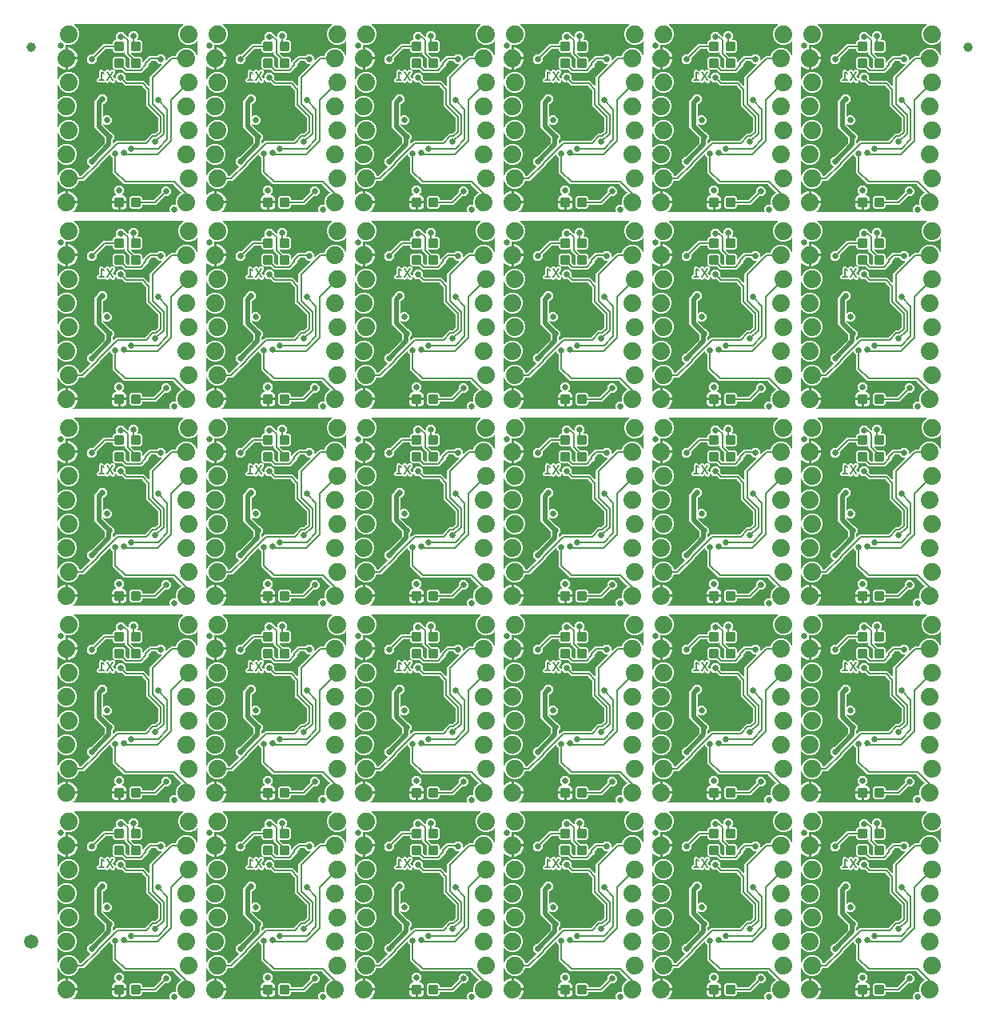
<source format=gbl>
G04 EAGLE Gerber RS-274X export*
G75*
%MOMM*%
%FSLAX34Y34*%
%LPD*%
%INBottom Copper*%
%IPPOS*%
%AMOC8*
5,1,8,0,0,1.08239X$1,22.5*%
G01*
%ADD10C,0.152400*%
%ADD11C,0.300000*%
%ADD12C,0.635000*%
%ADD13C,1.879600*%
%ADD14C,1.000000*%
%ADD15C,1.500000*%
%ADD16C,0.660400*%
%ADD17C,0.177800*%
%ADD18C,0.508000*%

G36*
X184916Y665615D02*
X184916Y665615D01*
X184958Y665613D01*
X185025Y665635D01*
X185095Y665647D01*
X185131Y665669D01*
X185172Y665682D01*
X185244Y665736D01*
X185288Y665762D01*
X185301Y665778D01*
X185322Y665794D01*
X194085Y674557D01*
X194136Y674630D01*
X194192Y674699D01*
X194200Y674721D01*
X194213Y674741D01*
X194236Y674827D01*
X194264Y674911D01*
X194263Y674935D01*
X194269Y674958D01*
X194260Y675047D01*
X194257Y675136D01*
X194249Y675158D01*
X194246Y675181D01*
X194207Y675261D01*
X194173Y675343D01*
X194157Y675361D01*
X194147Y675382D01*
X194082Y675443D01*
X194022Y675509D01*
X194001Y675520D01*
X193983Y675536D01*
X193901Y675571D01*
X193822Y675612D01*
X193796Y675615D01*
X193777Y675624D01*
X193726Y675626D01*
X193637Y675639D01*
X193475Y675639D01*
X190499Y678615D01*
X190499Y682825D01*
X193475Y685801D01*
X194290Y685801D01*
X194332Y685808D01*
X194375Y685806D01*
X194442Y685828D01*
X194511Y685840D01*
X194548Y685862D01*
X194588Y685875D01*
X194661Y685929D01*
X194704Y685955D01*
X194718Y685971D01*
X194739Y685987D01*
X209109Y700357D01*
X209134Y700392D01*
X209165Y700421D01*
X209197Y700483D01*
X209238Y700541D01*
X209248Y700582D01*
X209268Y700620D01*
X209281Y700710D01*
X209294Y700759D01*
X209291Y700779D01*
X209295Y700806D01*
X209295Y705338D01*
X209288Y705380D01*
X209290Y705423D01*
X209268Y705490D01*
X209256Y705559D01*
X209234Y705596D01*
X209221Y705636D01*
X209167Y705709D01*
X209141Y705752D01*
X209125Y705766D01*
X209109Y705787D01*
X198881Y716015D01*
X198881Y744739D01*
X201743Y747601D01*
X201768Y747636D01*
X201799Y747665D01*
X201831Y747727D01*
X201872Y747785D01*
X201882Y747826D01*
X201902Y747864D01*
X201915Y747954D01*
X201928Y748003D01*
X201925Y748023D01*
X201929Y748050D01*
X201929Y748865D01*
X204905Y751841D01*
X209115Y751841D01*
X212091Y748865D01*
X212091Y744655D01*
X209115Y741679D01*
X208300Y741679D01*
X208258Y741672D01*
X208215Y741674D01*
X208148Y741652D01*
X208079Y741640D01*
X208042Y741618D01*
X208002Y741605D01*
X207929Y741551D01*
X207886Y741525D01*
X207881Y741520D01*
X207878Y741518D01*
X207869Y741507D01*
X207851Y741493D01*
X207705Y741347D01*
X207680Y741312D01*
X207649Y741283D01*
X207617Y741221D01*
X207576Y741163D01*
X207566Y741122D01*
X207546Y741084D01*
X207533Y740994D01*
X207520Y740945D01*
X207523Y740925D01*
X207519Y740898D01*
X207519Y728807D01*
X207534Y728719D01*
X207544Y728631D01*
X207554Y728610D01*
X207558Y728586D01*
X207604Y728510D01*
X207643Y728430D01*
X207660Y728414D01*
X207673Y728393D01*
X207742Y728337D01*
X207806Y728276D01*
X207828Y728267D01*
X207847Y728252D01*
X207931Y728223D01*
X208013Y728189D01*
X208037Y728187D01*
X208059Y728180D01*
X208148Y728183D01*
X208237Y728179D01*
X208260Y728186D01*
X208284Y728187D01*
X208366Y728220D01*
X208451Y728247D01*
X208472Y728263D01*
X208491Y728271D01*
X208529Y728305D01*
X208601Y728359D01*
X209731Y729489D01*
X213941Y729489D01*
X216917Y726513D01*
X216917Y722303D01*
X213941Y719327D01*
X209731Y719327D01*
X208601Y720457D01*
X208528Y720508D01*
X208459Y720564D01*
X208437Y720572D01*
X208417Y720585D01*
X208331Y720608D01*
X208247Y720636D01*
X208223Y720635D01*
X208200Y720641D01*
X208111Y720632D01*
X208022Y720629D01*
X208000Y720621D01*
X207977Y720618D01*
X207897Y720579D01*
X207815Y720545D01*
X207797Y720529D01*
X207776Y720519D01*
X207715Y720454D01*
X207649Y720394D01*
X207638Y720373D01*
X207622Y720355D01*
X207587Y720273D01*
X207546Y720194D01*
X207543Y720168D01*
X207534Y720149D01*
X207532Y720098D01*
X207519Y720009D01*
X207519Y719856D01*
X207526Y719814D01*
X207524Y719771D01*
X207546Y719704D01*
X207558Y719635D01*
X207580Y719598D01*
X207593Y719558D01*
X207647Y719485D01*
X207673Y719442D01*
X207689Y719428D01*
X207705Y719407D01*
X215217Y711895D01*
X215252Y711870D01*
X215281Y711839D01*
X215343Y711807D01*
X215401Y711766D01*
X215442Y711756D01*
X215480Y711736D01*
X215570Y711723D01*
X215619Y711710D01*
X215639Y711713D01*
X215666Y711709D01*
X216481Y711709D01*
X219457Y708733D01*
X219457Y704523D01*
X218119Y703185D01*
X218094Y703150D01*
X218063Y703122D01*
X218031Y703059D01*
X217990Y703001D01*
X217980Y702960D01*
X217960Y702922D01*
X217947Y702833D01*
X217934Y702784D01*
X217937Y702763D01*
X217933Y702737D01*
X217933Y700308D01*
X217949Y700220D01*
X217958Y700132D01*
X217968Y700111D01*
X217972Y700087D01*
X218018Y700011D01*
X218057Y699931D01*
X218074Y699915D01*
X218087Y699894D01*
X218156Y699838D01*
X218220Y699777D01*
X218242Y699768D01*
X218261Y699753D01*
X218345Y699724D01*
X218427Y699690D01*
X218451Y699688D01*
X218473Y699681D01*
X218562Y699684D01*
X218651Y699680D01*
X218674Y699687D01*
X218698Y699688D01*
X218780Y699721D01*
X218865Y699748D01*
X218886Y699764D01*
X218905Y699772D01*
X218943Y699806D01*
X219015Y699860D01*
X220353Y701197D01*
X222101Y702946D01*
X252319Y702946D01*
X252361Y702953D01*
X252403Y702951D01*
X252470Y702973D01*
X252540Y702985D01*
X252576Y703007D01*
X252617Y703020D01*
X252689Y703074D01*
X252733Y703100D01*
X252746Y703116D01*
X252767Y703132D01*
X259537Y709901D01*
X262687Y709901D01*
X262728Y709908D01*
X262771Y709907D01*
X262838Y709928D01*
X262907Y709941D01*
X262944Y709962D01*
X262984Y709975D01*
X263057Y710029D01*
X263101Y710055D01*
X263114Y710071D01*
X263135Y710087D01*
X265878Y712830D01*
X265903Y712865D01*
X265934Y712894D01*
X265966Y712957D01*
X266007Y713014D01*
X266017Y713056D01*
X266037Y713093D01*
X266050Y713183D01*
X266063Y713232D01*
X266060Y713253D01*
X266064Y713279D01*
X266064Y726566D01*
X266057Y726607D01*
X266059Y726650D01*
X266037Y726717D01*
X266025Y726786D01*
X266003Y726823D01*
X265990Y726863D01*
X265936Y726936D01*
X265910Y726980D01*
X265894Y726993D01*
X265878Y727014D01*
X255472Y737421D01*
X255471Y737421D01*
X253723Y739169D01*
X253723Y755552D01*
X253716Y755594D01*
X253717Y755636D01*
X253696Y755704D01*
X253683Y755773D01*
X253662Y755810D01*
X253649Y755850D01*
X253595Y755923D01*
X253569Y755966D01*
X253553Y755980D01*
X253537Y756001D01*
X249122Y760416D01*
X249087Y760441D01*
X249058Y760472D01*
X248995Y760504D01*
X248937Y760545D01*
X248896Y760555D01*
X248858Y760575D01*
X248769Y760588D01*
X248720Y760601D01*
X248699Y760598D01*
X248673Y760602D01*
X231305Y760602D01*
X229557Y762351D01*
X227554Y764353D01*
X227527Y764372D01*
X227525Y764375D01*
X227519Y764377D01*
X227519Y764378D01*
X227490Y764409D01*
X227427Y764441D01*
X227370Y764482D01*
X227328Y764492D01*
X227291Y764512D01*
X227201Y764525D01*
X227152Y764538D01*
X227132Y764535D01*
X227105Y764539D01*
X223955Y764539D01*
X221677Y766818D01*
X221655Y766833D01*
X221637Y766854D01*
X221563Y766897D01*
X221492Y766946D01*
X221466Y766953D01*
X221443Y766966D01*
X221358Y766981D01*
X221275Y767002D01*
X221248Y766999D01*
X221222Y767004D01*
X221137Y766988D01*
X221052Y766979D01*
X221028Y766967D01*
X221001Y766962D01*
X220928Y766918D01*
X220851Y766880D01*
X220832Y766860D01*
X220809Y766846D01*
X220756Y766779D01*
X220697Y766716D01*
X220686Y766691D01*
X220670Y766670D01*
X220625Y766546D01*
X220610Y766510D01*
X220609Y766502D01*
X220606Y766494D01*
X220316Y765042D01*
X218564Y763874D01*
X216501Y764287D01*
X215680Y765518D01*
X215626Y765574D01*
X215578Y765636D01*
X215548Y765655D01*
X215524Y765680D01*
X215454Y765714D01*
X215388Y765755D01*
X215354Y765762D01*
X215322Y765777D01*
X215245Y765784D01*
X215168Y765800D01*
X215133Y765795D01*
X215099Y765798D01*
X215023Y765778D01*
X214946Y765766D01*
X214916Y765749D01*
X214882Y765740D01*
X214818Y765695D01*
X214750Y765657D01*
X214724Y765628D01*
X214699Y765610D01*
X214673Y765571D01*
X214624Y765518D01*
X213804Y764287D01*
X211740Y763874D01*
X210710Y764561D01*
X210707Y764562D01*
X210705Y764564D01*
X210603Y764607D01*
X210504Y764650D01*
X210501Y764650D01*
X210498Y764652D01*
X210388Y764657D01*
X210280Y764662D01*
X210277Y764662D01*
X210274Y764662D01*
X210170Y764628D01*
X210066Y764596D01*
X210063Y764594D01*
X210060Y764593D01*
X209910Y764481D01*
X209459Y764031D01*
X202557Y764031D01*
X201069Y765520D01*
X201069Y767624D01*
X202557Y769113D01*
X202833Y769113D01*
X202898Y769124D01*
X202964Y769126D01*
X203007Y769144D01*
X203054Y769152D01*
X203111Y769186D01*
X203172Y769211D01*
X203206Y769242D01*
X203247Y769267D01*
X203289Y769318D01*
X203337Y769362D01*
X203359Y769404D01*
X203389Y769441D01*
X203410Y769503D01*
X203440Y769562D01*
X203448Y769616D01*
X203460Y769653D01*
X203459Y769693D01*
X203467Y769747D01*
X203467Y775032D01*
X203462Y775062D01*
X203464Y775102D01*
X203365Y775991D01*
X203385Y776030D01*
X203435Y776123D01*
X203436Y776130D01*
X203440Y776136D01*
X203457Y776250D01*
X204087Y776880D01*
X204105Y776905D01*
X204134Y776933D01*
X204692Y777630D01*
X204736Y777644D01*
X204836Y777674D01*
X204841Y777678D01*
X204848Y777681D01*
X204941Y777749D01*
X205832Y777749D01*
X205862Y777754D01*
X205902Y777753D01*
X206791Y777851D01*
X206831Y777831D01*
X206923Y777781D01*
X206930Y777780D01*
X206936Y777776D01*
X207050Y777759D01*
X207680Y777129D01*
X207705Y777112D01*
X207733Y777082D01*
X208923Y776130D01*
X209014Y776080D01*
X209104Y776029D01*
X209112Y776027D01*
X209120Y776023D01*
X209223Y776008D01*
X209325Y775991D01*
X209334Y775993D01*
X209342Y775991D01*
X209444Y776013D01*
X209546Y776033D01*
X209553Y776037D01*
X209561Y776039D01*
X209649Y776095D01*
X209738Y776149D01*
X209743Y776156D01*
X209750Y776160D01*
X209813Y776243D01*
X209877Y776324D01*
X209881Y776333D01*
X209885Y776339D01*
X209897Y776378D01*
X209941Y776501D01*
X209988Y776738D01*
X211740Y777906D01*
X213804Y777493D01*
X214624Y776262D01*
X214679Y776206D01*
X214726Y776144D01*
X214756Y776125D01*
X214780Y776100D01*
X214850Y776066D01*
X214916Y776025D01*
X214951Y776018D01*
X214982Y776003D01*
X215060Y775996D01*
X215136Y775980D01*
X215171Y775985D01*
X215205Y775982D01*
X215281Y776002D01*
X215358Y776014D01*
X215388Y776031D01*
X215422Y776040D01*
X215486Y776085D01*
X215554Y776123D01*
X215580Y776152D01*
X215605Y776170D01*
X215631Y776209D01*
X215680Y776262D01*
X216500Y777493D01*
X218788Y777951D01*
X218813Y777960D01*
X218840Y777963D01*
X218917Y778001D01*
X218997Y778033D01*
X219017Y778051D01*
X219041Y778063D01*
X219100Y778125D01*
X219164Y778182D01*
X219177Y778206D01*
X219195Y778226D01*
X219228Y778305D01*
X219268Y778381D01*
X219272Y778408D01*
X219282Y778433D01*
X219286Y778518D01*
X219297Y778604D01*
X219291Y778630D01*
X219292Y778657D01*
X219266Y778738D01*
X219247Y778822D01*
X219232Y778845D01*
X219224Y778870D01*
X219145Y778976D01*
X219123Y779010D01*
X219117Y779014D01*
X219112Y779021D01*
X218131Y780002D01*
X218131Y789718D01*
X220052Y791639D01*
X229768Y791639D01*
X231689Y789718D01*
X231689Y782117D01*
X231696Y782075D01*
X231694Y782033D01*
X231716Y781965D01*
X231728Y781896D01*
X231750Y781859D01*
X231763Y781819D01*
X231817Y781746D01*
X231843Y781703D01*
X231859Y781689D01*
X231875Y781668D01*
X233496Y780047D01*
X233531Y780022D01*
X233560Y779991D01*
X233623Y779959D01*
X233680Y779918D01*
X233722Y779908D01*
X233759Y779888D01*
X233849Y779875D01*
X233898Y779862D01*
X233919Y779865D01*
X233945Y779861D01*
X235037Y779861D01*
X235102Y779872D01*
X235168Y779874D01*
X235211Y779892D01*
X235258Y779900D01*
X235315Y779934D01*
X235375Y779959D01*
X235410Y779990D01*
X235451Y780015D01*
X235493Y780066D01*
X235541Y780110D01*
X235563Y780152D01*
X235592Y780189D01*
X235613Y780251D01*
X235644Y780310D01*
X235652Y780364D01*
X235664Y780401D01*
X235663Y780441D01*
X235671Y780495D01*
X235671Y789078D01*
X235664Y789120D01*
X235666Y789162D01*
X235644Y789229D01*
X235632Y789299D01*
X235610Y789335D01*
X235597Y789376D01*
X235543Y789448D01*
X235517Y789492D01*
X235501Y789505D01*
X235485Y789526D01*
X231012Y793999D01*
X231012Y795574D01*
X230997Y795662D01*
X230987Y795750D01*
X230977Y795772D01*
X230973Y795795D01*
X230927Y795872D01*
X230888Y795952D01*
X230871Y795968D01*
X230858Y795988D01*
X230790Y796044D01*
X230725Y796105D01*
X230703Y796115D01*
X230684Y796130D01*
X230600Y796158D01*
X230518Y796193D01*
X230494Y796194D01*
X230472Y796202D01*
X230383Y796199D01*
X230294Y796203D01*
X230271Y796196D01*
X230247Y796195D01*
X230165Y796161D01*
X230080Y796134D01*
X230059Y796118D01*
X230040Y796111D01*
X230002Y796077D01*
X229930Y796023D01*
X229768Y795861D01*
X220052Y795861D01*
X218131Y797782D01*
X218131Y799338D01*
X218120Y799403D01*
X218118Y799469D01*
X218100Y799512D01*
X218092Y799559D01*
X218058Y799616D01*
X218033Y799676D01*
X218002Y799711D01*
X217977Y799752D01*
X217926Y799794D01*
X217882Y799842D01*
X217840Y799864D01*
X217803Y799893D01*
X217741Y799914D01*
X217682Y799945D01*
X217628Y799953D01*
X217591Y799965D01*
X217551Y799964D01*
X217497Y799972D01*
X210918Y799972D01*
X210876Y799965D01*
X210834Y799967D01*
X210766Y799945D01*
X210697Y799933D01*
X210660Y799911D01*
X210620Y799898D01*
X210547Y799844D01*
X210504Y799818D01*
X210490Y799802D01*
X210469Y799786D01*
X200847Y790164D01*
X200822Y790129D01*
X200791Y790100D01*
X200759Y790037D01*
X200718Y789980D01*
X200708Y789938D01*
X200688Y789901D01*
X200675Y789811D01*
X200662Y789762D01*
X200665Y789741D01*
X200661Y789715D01*
X200661Y786565D01*
X197685Y783589D01*
X193475Y783589D01*
X190499Y786565D01*
X190499Y790775D01*
X193475Y793751D01*
X196625Y793751D01*
X196667Y793758D01*
X196709Y793756D01*
X196777Y793778D01*
X196846Y793790D01*
X196883Y793812D01*
X196923Y793825D01*
X196996Y793879D01*
X197039Y793905D01*
X197053Y793921D01*
X197074Y793937D01*
X208445Y805308D01*
X217497Y805308D01*
X217562Y805319D01*
X217628Y805321D01*
X217671Y805339D01*
X217718Y805347D01*
X217775Y805381D01*
X217835Y805406D01*
X217870Y805437D01*
X217911Y805462D01*
X217953Y805513D01*
X218001Y805557D01*
X218023Y805599D01*
X218052Y805636D01*
X218073Y805698D01*
X218104Y805757D01*
X218112Y805811D01*
X218124Y805848D01*
X218123Y805888D01*
X218131Y805942D01*
X218131Y807498D01*
X220052Y809419D01*
X220809Y809419D01*
X220897Y809434D01*
X220986Y809444D01*
X221007Y809454D01*
X221030Y809458D01*
X221107Y809504D01*
X221187Y809543D01*
X221203Y809560D01*
X221223Y809573D01*
X221279Y809642D01*
X221341Y809706D01*
X221350Y809728D01*
X221365Y809747D01*
X221393Y809831D01*
X221428Y809913D01*
X221429Y809937D01*
X221437Y809959D01*
X221434Y810048D01*
X221438Y810137D01*
X221431Y810160D01*
X221430Y810184D01*
X221397Y810266D01*
X221369Y810351D01*
X221354Y810372D01*
X221346Y810391D01*
X221312Y810429D01*
X221258Y810501D01*
X220979Y810780D01*
X220979Y814989D01*
X223955Y817965D01*
X228165Y817965D01*
X230392Y815738D01*
X230427Y815714D01*
X230455Y815682D01*
X230518Y815650D01*
X230576Y815610D01*
X230617Y815599D01*
X230655Y815580D01*
X230744Y815567D01*
X230793Y815554D01*
X230814Y815556D01*
X230840Y815552D01*
X230975Y815552D01*
X233867Y812661D01*
X233940Y812610D01*
X234009Y812554D01*
X234031Y812546D01*
X234051Y812533D01*
X234137Y812510D01*
X234221Y812482D01*
X234245Y812483D01*
X234268Y812477D01*
X234357Y812486D01*
X234446Y812489D01*
X234468Y812497D01*
X234491Y812500D01*
X234571Y812539D01*
X234653Y812573D01*
X234671Y812589D01*
X234692Y812599D01*
X234753Y812664D01*
X234819Y812724D01*
X234830Y812745D01*
X234846Y812763D01*
X234881Y812845D01*
X234922Y812924D01*
X234925Y812950D01*
X234934Y812969D01*
X234936Y813020D01*
X234949Y813109D01*
X234949Y815921D01*
X237925Y818897D01*
X242135Y818897D01*
X245111Y815921D01*
X245111Y811711D01*
X243901Y810501D01*
X243850Y810428D01*
X243794Y810359D01*
X243786Y810337D01*
X243773Y810317D01*
X243750Y810231D01*
X243722Y810147D01*
X243723Y810123D01*
X243717Y810100D01*
X243726Y810011D01*
X243729Y809922D01*
X243737Y809900D01*
X243740Y809877D01*
X243779Y809797D01*
X243813Y809715D01*
X243829Y809697D01*
X243839Y809676D01*
X243904Y809615D01*
X243964Y809549D01*
X243985Y809538D01*
X244003Y809522D01*
X244085Y809487D01*
X244164Y809446D01*
X244190Y809443D01*
X244209Y809434D01*
X244260Y809432D01*
X244349Y809419D01*
X247308Y809419D01*
X249229Y807498D01*
X249229Y797782D01*
X247308Y795861D01*
X238227Y795861D01*
X238139Y795845D01*
X238051Y795836D01*
X238030Y795826D01*
X238006Y795822D01*
X237930Y795776D01*
X237850Y795737D01*
X237834Y795720D01*
X237813Y795707D01*
X237757Y795638D01*
X237696Y795574D01*
X237687Y795552D01*
X237672Y795533D01*
X237643Y795449D01*
X237609Y795367D01*
X237607Y795343D01*
X237600Y795321D01*
X237603Y795232D01*
X237599Y795143D01*
X237606Y795120D01*
X237607Y795096D01*
X237640Y795014D01*
X237667Y794929D01*
X237683Y794908D01*
X237691Y794889D01*
X237725Y794851D01*
X237779Y794779D01*
X240733Y791825D01*
X240768Y791800D01*
X240796Y791769D01*
X240859Y791737D01*
X240917Y791696D01*
X240958Y791686D01*
X240996Y791666D01*
X241085Y791653D01*
X241134Y791640D01*
X241155Y791643D01*
X241181Y791639D01*
X247308Y791639D01*
X249229Y789718D01*
X249229Y786214D01*
X249245Y786126D01*
X249254Y786038D01*
X249264Y786017D01*
X249268Y785993D01*
X249314Y785917D01*
X249353Y785837D01*
X249370Y785821D01*
X249383Y785800D01*
X249452Y785744D01*
X249516Y785683D01*
X249538Y785674D01*
X249557Y785659D01*
X249641Y785630D01*
X249723Y785596D01*
X249747Y785594D01*
X249769Y785587D01*
X249858Y785590D01*
X249947Y785586D01*
X249970Y785593D01*
X249994Y785594D01*
X250076Y785627D01*
X250161Y785654D01*
X250182Y785670D01*
X250201Y785678D01*
X250239Y785712D01*
X250311Y785766D01*
X252192Y787646D01*
X256772Y792227D01*
X264527Y792227D01*
X264569Y792234D01*
X264611Y792232D01*
X264679Y792254D01*
X264748Y792266D01*
X264785Y792288D01*
X264825Y792301D01*
X264898Y792355D01*
X264941Y792381D01*
X264955Y792397D01*
X264976Y792413D01*
X266725Y794161D01*
X270934Y794161D01*
X273910Y791185D01*
X273910Y788484D01*
X273926Y788396D01*
X273935Y788308D01*
X273945Y788286D01*
X273950Y788263D01*
X273995Y788186D01*
X274034Y788107D01*
X274052Y788090D01*
X274064Y788070D01*
X274133Y788014D01*
X274198Y787953D01*
X274220Y787943D01*
X274238Y787929D01*
X274322Y787900D01*
X274404Y787865D01*
X274428Y787864D01*
X274451Y787857D01*
X274539Y787859D01*
X274628Y787855D01*
X274651Y787863D01*
X274675Y787863D01*
X274757Y787897D01*
X274842Y787924D01*
X274863Y787940D01*
X274883Y787948D01*
X274920Y787982D01*
X274993Y788035D01*
X277817Y790859D01*
X279565Y792608D01*
X284494Y792608D01*
X284547Y792617D01*
X284601Y792617D01*
X284657Y792637D01*
X284714Y792647D01*
X284761Y792675D01*
X284812Y792693D01*
X284857Y792732D01*
X284908Y792762D01*
X284942Y792804D01*
X284983Y792839D01*
X285020Y792900D01*
X285049Y792936D01*
X285059Y792965D01*
X285080Y792999D01*
X286435Y796271D01*
X289579Y799415D01*
X293687Y801117D01*
X298133Y801117D01*
X302241Y799415D01*
X305385Y796271D01*
X306627Y793273D01*
X306681Y793188D01*
X306733Y793102D01*
X306742Y793094D01*
X306748Y793084D01*
X306829Y793023D01*
X306907Y792960D01*
X306918Y792956D01*
X306928Y792949D01*
X307024Y792920D01*
X307119Y792888D01*
X307131Y792889D01*
X307143Y792885D01*
X307244Y792892D01*
X307344Y792895D01*
X307355Y792899D01*
X307366Y792900D01*
X307459Y792942D01*
X307551Y792979D01*
X307560Y792987D01*
X307571Y792992D01*
X307643Y793063D01*
X307717Y793131D01*
X307723Y793141D01*
X307731Y793150D01*
X307773Y793241D01*
X307820Y793330D01*
X307822Y793343D01*
X307826Y793353D01*
X307830Y793398D01*
X307847Y793516D01*
X307847Y807400D01*
X307831Y807488D01*
X307822Y807576D01*
X307812Y807597D01*
X307808Y807621D01*
X307762Y807697D01*
X307723Y807777D01*
X307706Y807793D01*
X307693Y807814D01*
X307624Y807870D01*
X307560Y807931D01*
X307538Y807940D01*
X307519Y807955D01*
X307435Y807984D01*
X307353Y808018D01*
X307329Y808019D01*
X307307Y808027D01*
X307218Y808024D01*
X307129Y808028D01*
X307106Y808021D01*
X307082Y808020D01*
X307000Y807987D01*
X306915Y807960D01*
X306894Y807944D01*
X306875Y807936D01*
X306837Y807902D01*
X306765Y807848D01*
X304781Y805865D01*
X300673Y804163D01*
X296227Y804163D01*
X292119Y805865D01*
X288975Y809009D01*
X287273Y813117D01*
X287273Y817563D01*
X288975Y821671D01*
X292159Y824855D01*
X292222Y824893D01*
X292230Y824902D01*
X292240Y824908D01*
X292300Y824988D01*
X292364Y825067D01*
X292368Y825078D01*
X292375Y825087D01*
X292403Y825184D01*
X292436Y825279D01*
X292435Y825291D01*
X292439Y825302D01*
X292432Y825403D01*
X292429Y825504D01*
X292425Y825514D01*
X292424Y825526D01*
X292382Y825619D01*
X292345Y825711D01*
X292337Y825720D01*
X292332Y825731D01*
X292261Y825803D01*
X292193Y825877D01*
X292183Y825882D01*
X292175Y825891D01*
X292084Y825933D01*
X291994Y825980D01*
X291981Y825981D01*
X291971Y825986D01*
X291926Y825990D01*
X291808Y826007D01*
X178092Y826007D01*
X177992Y825989D01*
X177893Y825975D01*
X177882Y825970D01*
X177871Y825968D01*
X177784Y825916D01*
X177696Y825868D01*
X177688Y825859D01*
X177678Y825853D01*
X177614Y825775D01*
X177548Y825699D01*
X177544Y825688D01*
X177536Y825679D01*
X177504Y825584D01*
X177468Y825490D01*
X177468Y825478D01*
X177464Y825467D01*
X177467Y825366D01*
X177467Y825265D01*
X177471Y825254D01*
X177471Y825242D01*
X177509Y825150D01*
X177543Y825054D01*
X177551Y825045D01*
X177555Y825035D01*
X177623Y824960D01*
X177688Y824883D01*
X177700Y824877D01*
X177707Y824869D01*
X177747Y824848D01*
X177750Y824847D01*
X180925Y821671D01*
X182627Y817563D01*
X182627Y813117D01*
X180925Y809009D01*
X177781Y805865D01*
X173673Y804163D01*
X169227Y804163D01*
X168899Y804299D01*
X168823Y804316D01*
X168750Y804341D01*
X168714Y804339D01*
X168680Y804347D01*
X168603Y804336D01*
X168525Y804334D01*
X168493Y804321D01*
X168457Y804316D01*
X168389Y804279D01*
X168318Y804250D01*
X168291Y804226D01*
X168260Y804209D01*
X168209Y804150D01*
X168152Y804098D01*
X168136Y804067D01*
X168112Y804040D01*
X168085Y803967D01*
X168049Y803899D01*
X168043Y803859D01*
X168033Y803830D01*
X168032Y803784D01*
X168022Y803713D01*
X168022Y801604D01*
X167827Y801409D01*
X167802Y801374D01*
X167771Y801345D01*
X167739Y801283D01*
X167698Y801225D01*
X167688Y801184D01*
X167668Y801146D01*
X167655Y801056D01*
X167643Y801007D01*
X167645Y800987D01*
X167641Y800960D01*
X167641Y790575D01*
X167652Y790510D01*
X167654Y790445D01*
X167672Y790401D01*
X167680Y790354D01*
X167714Y790298D01*
X167739Y790237D01*
X167770Y790202D01*
X167795Y790161D01*
X167846Y790120D01*
X167890Y790071D01*
X167932Y790049D01*
X167969Y790020D01*
X168031Y789999D01*
X168090Y789969D01*
X168144Y789960D01*
X168181Y789948D01*
X168221Y789949D01*
X168275Y789941D01*
X168911Y789941D01*
X168911Y789939D01*
X168275Y789939D01*
X168210Y789927D01*
X168144Y789926D01*
X168101Y789908D01*
X168054Y789899D01*
X167997Y789866D01*
X167937Y789841D01*
X167902Y789809D01*
X167861Y789785D01*
X167820Y789734D01*
X167771Y789690D01*
X167749Y789648D01*
X167720Y789611D01*
X167699Y789549D01*
X167668Y789490D01*
X167660Y789436D01*
X167648Y789399D01*
X167649Y789359D01*
X167641Y789305D01*
X167641Y778053D01*
X166114Y778295D01*
X164327Y778876D01*
X162653Y779729D01*
X161132Y780834D01*
X160595Y781371D01*
X160522Y781421D01*
X160453Y781478D01*
X160431Y781485D01*
X160411Y781499D01*
X160325Y781521D01*
X160241Y781549D01*
X160217Y781549D01*
X160194Y781555D01*
X160105Y781545D01*
X160016Y781543D01*
X159995Y781534D01*
X159971Y781531D01*
X159891Y781492D01*
X159809Y781459D01*
X159791Y781443D01*
X159770Y781432D01*
X159709Y781367D01*
X159643Y781307D01*
X159632Y781286D01*
X159616Y781269D01*
X159581Y781187D01*
X159540Y781108D01*
X159537Y781081D01*
X159528Y781062D01*
X159526Y781012D01*
X159513Y780922D01*
X159513Y768116D01*
X159531Y768017D01*
X159545Y767917D01*
X159550Y767907D01*
X159552Y767895D01*
X159604Y767808D01*
X159651Y767720D01*
X159660Y767712D01*
X159667Y767702D01*
X159744Y767638D01*
X159820Y767572D01*
X159832Y767568D01*
X159841Y767560D01*
X159936Y767528D01*
X160030Y767492D01*
X160042Y767492D01*
X160053Y767488D01*
X160153Y767491D01*
X160254Y767491D01*
X160266Y767495D01*
X160278Y767495D01*
X160370Y767533D01*
X160465Y767567D01*
X160474Y767575D01*
X160485Y767579D01*
X160559Y767647D01*
X160636Y767712D01*
X160643Y767723D01*
X160651Y767731D01*
X160672Y767771D01*
X160733Y767873D01*
X161975Y770871D01*
X165119Y774015D01*
X169227Y775717D01*
X173673Y775717D01*
X177781Y774015D01*
X180925Y770871D01*
X182627Y766763D01*
X182627Y762317D01*
X180925Y758209D01*
X177781Y755065D01*
X173673Y753363D01*
X169227Y753363D01*
X165119Y755065D01*
X161975Y758209D01*
X160733Y761207D01*
X160679Y761292D01*
X160627Y761378D01*
X160618Y761386D01*
X160612Y761396D01*
X160531Y761457D01*
X160453Y761520D01*
X160442Y761524D01*
X160432Y761531D01*
X160336Y761560D01*
X160241Y761592D01*
X160229Y761591D01*
X160217Y761595D01*
X160116Y761588D01*
X160016Y761585D01*
X160005Y761581D01*
X159994Y761580D01*
X159901Y761538D01*
X159809Y761501D01*
X159800Y761493D01*
X159789Y761488D01*
X159717Y761417D01*
X159643Y761349D01*
X159637Y761339D01*
X159629Y761330D01*
X159587Y761239D01*
X159540Y761150D01*
X159538Y761137D01*
X159534Y761127D01*
X159530Y761082D01*
X159513Y760964D01*
X159513Y747080D01*
X159529Y746992D01*
X159538Y746904D01*
X159548Y746883D01*
X159552Y746859D01*
X159598Y746783D01*
X159637Y746703D01*
X159654Y746687D01*
X159667Y746666D01*
X159736Y746610D01*
X159800Y746549D01*
X159822Y746540D01*
X159841Y746525D01*
X159925Y746496D01*
X160007Y746462D01*
X160031Y746461D01*
X160053Y746453D01*
X160142Y746456D01*
X160231Y746452D01*
X160254Y746459D01*
X160278Y746460D01*
X160360Y746493D01*
X160445Y746520D01*
X160466Y746536D01*
X160485Y746544D01*
X160523Y746578D01*
X160595Y746632D01*
X162579Y748615D01*
X166687Y750317D01*
X171133Y750317D01*
X175241Y748615D01*
X178385Y745471D01*
X180087Y741363D01*
X180087Y736917D01*
X178385Y732809D01*
X175241Y729665D01*
X171133Y727963D01*
X166687Y727963D01*
X162579Y729665D01*
X160595Y731648D01*
X160522Y731699D01*
X160453Y731755D01*
X160431Y731763D01*
X160411Y731776D01*
X160325Y731799D01*
X160241Y731827D01*
X160217Y731826D01*
X160194Y731832D01*
X160105Y731823D01*
X160016Y731820D01*
X159994Y731812D01*
X159971Y731809D01*
X159891Y731770D01*
X159809Y731736D01*
X159791Y731720D01*
X159770Y731710D01*
X159709Y731645D01*
X159643Y731585D01*
X159632Y731564D01*
X159616Y731546D01*
X159581Y731464D01*
X159540Y731385D01*
X159537Y731359D01*
X159528Y731340D01*
X159526Y731289D01*
X159513Y731200D01*
X159513Y717316D01*
X159531Y717217D01*
X159545Y717117D01*
X159550Y717107D01*
X159552Y717095D01*
X159604Y717008D01*
X159651Y716920D01*
X159660Y716912D01*
X159667Y716902D01*
X159744Y716838D01*
X159820Y716772D01*
X159832Y716768D01*
X159841Y716760D01*
X159936Y716728D01*
X160030Y716692D01*
X160042Y716692D01*
X160053Y716688D01*
X160153Y716691D01*
X160254Y716691D01*
X160266Y716695D01*
X160278Y716695D01*
X160370Y716733D01*
X160465Y716767D01*
X160474Y716775D01*
X160485Y716779D01*
X160559Y716847D01*
X160636Y716912D01*
X160643Y716923D01*
X160651Y716931D01*
X160672Y716971D01*
X160733Y717073D01*
X161975Y720071D01*
X165119Y723215D01*
X169227Y724917D01*
X173673Y724917D01*
X177781Y723215D01*
X180925Y720071D01*
X182627Y715963D01*
X182627Y711517D01*
X180925Y707409D01*
X177781Y704265D01*
X173673Y702563D01*
X169227Y702563D01*
X165119Y704265D01*
X161975Y707409D01*
X160733Y710407D01*
X160679Y710492D01*
X160627Y710578D01*
X160618Y710586D01*
X160612Y710596D01*
X160531Y710657D01*
X160453Y710720D01*
X160442Y710724D01*
X160432Y710731D01*
X160336Y710760D01*
X160241Y710792D01*
X160229Y710791D01*
X160217Y710795D01*
X160116Y710788D01*
X160016Y710785D01*
X160005Y710781D01*
X159994Y710780D01*
X159901Y710738D01*
X159809Y710701D01*
X159800Y710693D01*
X159789Y710688D01*
X159717Y710617D01*
X159643Y710549D01*
X159637Y710539D01*
X159629Y710530D01*
X159587Y710439D01*
X159540Y710350D01*
X159538Y710337D01*
X159534Y710327D01*
X159530Y710282D01*
X159513Y710164D01*
X159513Y696280D01*
X159529Y696192D01*
X159538Y696104D01*
X159548Y696083D01*
X159552Y696059D01*
X159598Y695983D01*
X159637Y695903D01*
X159654Y695887D01*
X159667Y695866D01*
X159736Y695810D01*
X159800Y695749D01*
X159822Y695740D01*
X159841Y695725D01*
X159925Y695696D01*
X160007Y695662D01*
X160031Y695661D01*
X160053Y695653D01*
X160142Y695656D01*
X160231Y695652D01*
X160254Y695659D01*
X160278Y695660D01*
X160360Y695693D01*
X160445Y695720D01*
X160466Y695736D01*
X160485Y695744D01*
X160523Y695778D01*
X160595Y695832D01*
X162579Y697815D01*
X166687Y699517D01*
X171133Y699517D01*
X175241Y697815D01*
X178385Y694671D01*
X180087Y690563D01*
X180087Y686117D01*
X178385Y682009D01*
X175241Y678865D01*
X171133Y677163D01*
X166687Y677163D01*
X162579Y678865D01*
X160595Y680848D01*
X160522Y680899D01*
X160453Y680955D01*
X160431Y680963D01*
X160411Y680976D01*
X160325Y680999D01*
X160241Y681027D01*
X160217Y681026D01*
X160194Y681032D01*
X160105Y681023D01*
X160016Y681020D01*
X159994Y681012D01*
X159971Y681009D01*
X159891Y680970D01*
X159809Y680936D01*
X159791Y680920D01*
X159770Y680910D01*
X159709Y680845D01*
X159643Y680785D01*
X159632Y680764D01*
X159616Y680746D01*
X159581Y680664D01*
X159540Y680585D01*
X159537Y680559D01*
X159528Y680540D01*
X159526Y680489D01*
X159513Y680400D01*
X159513Y666516D01*
X159531Y666417D01*
X159545Y666317D01*
X159550Y666307D01*
X159552Y666295D01*
X159604Y666208D01*
X159651Y666120D01*
X159660Y666112D01*
X159667Y666102D01*
X159744Y666038D01*
X159820Y665972D01*
X159832Y665968D01*
X159841Y665960D01*
X159936Y665928D01*
X160030Y665892D01*
X160042Y665892D01*
X160053Y665888D01*
X160153Y665891D01*
X160254Y665891D01*
X160266Y665895D01*
X160278Y665895D01*
X160370Y665933D01*
X160465Y665967D01*
X160474Y665975D01*
X160485Y665979D01*
X160559Y666047D01*
X160636Y666112D01*
X160643Y666123D01*
X160651Y666131D01*
X160672Y666171D01*
X160733Y666273D01*
X161975Y669271D01*
X165119Y672415D01*
X169227Y674117D01*
X173673Y674117D01*
X177781Y672415D01*
X180925Y669271D01*
X182280Y665999D01*
X182310Y665954D01*
X182330Y665904D01*
X182370Y665860D01*
X182402Y665810D01*
X182445Y665778D01*
X182481Y665738D01*
X182534Y665711D01*
X182581Y665676D01*
X182633Y665660D01*
X182681Y665635D01*
X182751Y665625D01*
X182796Y665612D01*
X182827Y665614D01*
X182866Y665608D01*
X184874Y665608D01*
X184916Y665615D01*
G37*
G36*
X184916Y249055D02*
X184916Y249055D01*
X184958Y249053D01*
X185025Y249075D01*
X185095Y249087D01*
X185131Y249109D01*
X185172Y249122D01*
X185244Y249176D01*
X185288Y249202D01*
X185301Y249218D01*
X185322Y249234D01*
X194085Y257997D01*
X194136Y258070D01*
X194192Y258139D01*
X194200Y258161D01*
X194213Y258181D01*
X194236Y258267D01*
X194264Y258351D01*
X194263Y258375D01*
X194269Y258398D01*
X194260Y258487D01*
X194257Y258576D01*
X194249Y258598D01*
X194246Y258621D01*
X194207Y258701D01*
X194173Y258783D01*
X194157Y258801D01*
X194147Y258822D01*
X194082Y258883D01*
X194022Y258949D01*
X194001Y258960D01*
X193983Y258976D01*
X193901Y259011D01*
X193822Y259052D01*
X193796Y259055D01*
X193777Y259064D01*
X193726Y259066D01*
X193637Y259079D01*
X193475Y259079D01*
X190499Y262055D01*
X190499Y266265D01*
X193475Y269241D01*
X194290Y269241D01*
X194332Y269248D01*
X194375Y269246D01*
X194442Y269268D01*
X194511Y269280D01*
X194548Y269302D01*
X194588Y269315D01*
X194661Y269369D01*
X194704Y269395D01*
X194718Y269411D01*
X194739Y269427D01*
X209109Y283797D01*
X209134Y283832D01*
X209165Y283861D01*
X209197Y283923D01*
X209238Y283981D01*
X209248Y284022D01*
X209268Y284060D01*
X209281Y284150D01*
X209294Y284199D01*
X209291Y284219D01*
X209295Y284246D01*
X209295Y288778D01*
X209288Y288820D01*
X209290Y288863D01*
X209268Y288930D01*
X209256Y288999D01*
X209234Y289036D01*
X209221Y289076D01*
X209167Y289149D01*
X209141Y289192D01*
X209125Y289206D01*
X209109Y289227D01*
X198881Y299455D01*
X198881Y328179D01*
X201743Y331041D01*
X201768Y331076D01*
X201799Y331105D01*
X201831Y331167D01*
X201872Y331225D01*
X201882Y331266D01*
X201902Y331304D01*
X201915Y331394D01*
X201928Y331443D01*
X201925Y331463D01*
X201929Y331490D01*
X201929Y332305D01*
X204905Y335281D01*
X209115Y335281D01*
X212091Y332305D01*
X212091Y328095D01*
X209115Y325119D01*
X208300Y325119D01*
X208258Y325112D01*
X208215Y325114D01*
X208148Y325092D01*
X208079Y325080D01*
X208042Y325058D01*
X208002Y325045D01*
X207929Y324991D01*
X207886Y324965D01*
X207881Y324960D01*
X207878Y324958D01*
X207869Y324947D01*
X207851Y324933D01*
X207705Y324787D01*
X207680Y324752D01*
X207649Y324723D01*
X207617Y324661D01*
X207576Y324603D01*
X207566Y324562D01*
X207546Y324524D01*
X207533Y324434D01*
X207520Y324385D01*
X207523Y324365D01*
X207519Y324338D01*
X207519Y312247D01*
X207534Y312159D01*
X207544Y312071D01*
X207554Y312050D01*
X207558Y312026D01*
X207604Y311950D01*
X207643Y311870D01*
X207660Y311854D01*
X207673Y311833D01*
X207742Y311777D01*
X207806Y311716D01*
X207828Y311707D01*
X207847Y311692D01*
X207931Y311663D01*
X208013Y311629D01*
X208037Y311627D01*
X208059Y311620D01*
X208148Y311623D01*
X208237Y311619D01*
X208260Y311626D01*
X208284Y311627D01*
X208366Y311660D01*
X208451Y311687D01*
X208472Y311703D01*
X208491Y311711D01*
X208529Y311745D01*
X208601Y311799D01*
X209731Y312929D01*
X213941Y312929D01*
X216917Y309953D01*
X216917Y305743D01*
X213941Y302767D01*
X209731Y302767D01*
X208601Y303897D01*
X208528Y303948D01*
X208459Y304004D01*
X208437Y304012D01*
X208417Y304025D01*
X208331Y304048D01*
X208247Y304076D01*
X208223Y304075D01*
X208200Y304081D01*
X208111Y304072D01*
X208022Y304069D01*
X208000Y304061D01*
X207977Y304058D01*
X207897Y304019D01*
X207815Y303985D01*
X207797Y303969D01*
X207776Y303959D01*
X207715Y303894D01*
X207649Y303834D01*
X207638Y303813D01*
X207622Y303795D01*
X207587Y303713D01*
X207546Y303634D01*
X207543Y303608D01*
X207534Y303589D01*
X207532Y303538D01*
X207519Y303449D01*
X207519Y303296D01*
X207526Y303254D01*
X207524Y303211D01*
X207546Y303144D01*
X207558Y303075D01*
X207580Y303038D01*
X207593Y302998D01*
X207647Y302925D01*
X207673Y302882D01*
X207689Y302868D01*
X207705Y302847D01*
X215217Y295335D01*
X215252Y295310D01*
X215281Y295279D01*
X215343Y295247D01*
X215401Y295206D01*
X215442Y295196D01*
X215480Y295176D01*
X215570Y295163D01*
X215619Y295150D01*
X215639Y295153D01*
X215666Y295149D01*
X216481Y295149D01*
X219457Y292173D01*
X219457Y287963D01*
X218119Y286625D01*
X218094Y286590D01*
X218063Y286562D01*
X218031Y286499D01*
X217990Y286441D01*
X217980Y286400D01*
X217960Y286362D01*
X217947Y286273D01*
X217934Y286224D01*
X217937Y286203D01*
X217933Y286177D01*
X217933Y283748D01*
X217949Y283660D01*
X217958Y283572D01*
X217968Y283551D01*
X217972Y283527D01*
X218018Y283451D01*
X218057Y283371D01*
X218074Y283355D01*
X218087Y283334D01*
X218156Y283278D01*
X218220Y283217D01*
X218242Y283208D01*
X218261Y283193D01*
X218345Y283164D01*
X218427Y283130D01*
X218451Y283128D01*
X218473Y283121D01*
X218562Y283124D01*
X218651Y283120D01*
X218674Y283127D01*
X218698Y283128D01*
X218780Y283161D01*
X218865Y283188D01*
X218886Y283204D01*
X218905Y283212D01*
X218943Y283246D01*
X219015Y283300D01*
X220353Y284637D01*
X222101Y286386D01*
X252319Y286386D01*
X252361Y286393D01*
X252403Y286391D01*
X252470Y286413D01*
X252540Y286425D01*
X252576Y286447D01*
X252617Y286460D01*
X252689Y286514D01*
X252733Y286540D01*
X252746Y286556D01*
X252767Y286572D01*
X259537Y293341D01*
X262687Y293341D01*
X262728Y293348D01*
X262771Y293347D01*
X262838Y293368D01*
X262907Y293381D01*
X262944Y293402D01*
X262984Y293415D01*
X263057Y293469D01*
X263101Y293495D01*
X263114Y293511D01*
X263135Y293527D01*
X265878Y296270D01*
X265903Y296305D01*
X265934Y296334D01*
X265966Y296397D01*
X266007Y296454D01*
X266017Y296496D01*
X266037Y296533D01*
X266050Y296623D01*
X266063Y296672D01*
X266060Y296693D01*
X266064Y296719D01*
X266064Y310006D01*
X266057Y310047D01*
X266059Y310090D01*
X266037Y310157D01*
X266025Y310226D01*
X266003Y310263D01*
X265990Y310303D01*
X265936Y310376D01*
X265910Y310420D01*
X265894Y310433D01*
X265878Y310454D01*
X255472Y320861D01*
X255471Y320861D01*
X253723Y322609D01*
X253723Y338992D01*
X253716Y339034D01*
X253717Y339076D01*
X253696Y339144D01*
X253683Y339213D01*
X253662Y339250D01*
X253649Y339290D01*
X253595Y339363D01*
X253569Y339406D01*
X253553Y339420D01*
X253537Y339441D01*
X249122Y343856D01*
X249087Y343881D01*
X249058Y343912D01*
X248995Y343944D01*
X248937Y343985D01*
X248896Y343995D01*
X248858Y344015D01*
X248769Y344028D01*
X248720Y344041D01*
X248699Y344038D01*
X248673Y344042D01*
X231305Y344042D01*
X229557Y345791D01*
X227554Y347793D01*
X227527Y347812D01*
X227525Y347815D01*
X227519Y347817D01*
X227519Y347818D01*
X227490Y347849D01*
X227427Y347881D01*
X227370Y347922D01*
X227328Y347932D01*
X227291Y347952D01*
X227201Y347965D01*
X227152Y347978D01*
X227132Y347975D01*
X227105Y347979D01*
X223955Y347979D01*
X221677Y350258D01*
X221655Y350273D01*
X221637Y350294D01*
X221563Y350337D01*
X221492Y350386D01*
X221466Y350393D01*
X221443Y350406D01*
X221358Y350421D01*
X221275Y350442D01*
X221248Y350439D01*
X221222Y350444D01*
X221137Y350428D01*
X221052Y350419D01*
X221028Y350407D01*
X221001Y350402D01*
X220928Y350358D01*
X220851Y350320D01*
X220832Y350300D01*
X220809Y350286D01*
X220756Y350219D01*
X220697Y350156D01*
X220686Y350131D01*
X220670Y350110D01*
X220625Y349986D01*
X220610Y349950D01*
X220609Y349942D01*
X220606Y349934D01*
X220316Y348482D01*
X218564Y347314D01*
X216501Y347727D01*
X215680Y348958D01*
X215626Y349014D01*
X215578Y349076D01*
X215548Y349095D01*
X215524Y349120D01*
X215454Y349154D01*
X215388Y349195D01*
X215354Y349202D01*
X215322Y349217D01*
X215245Y349224D01*
X215168Y349240D01*
X215133Y349235D01*
X215099Y349238D01*
X215023Y349218D01*
X214946Y349206D01*
X214916Y349189D01*
X214882Y349180D01*
X214818Y349135D01*
X214750Y349097D01*
X214724Y349068D01*
X214699Y349050D01*
X214673Y349011D01*
X214624Y348958D01*
X213804Y347727D01*
X211740Y347314D01*
X210710Y348001D01*
X210707Y348002D01*
X210705Y348004D01*
X210603Y348047D01*
X210504Y348090D01*
X210501Y348090D01*
X210498Y348092D01*
X210388Y348097D01*
X210280Y348102D01*
X210277Y348102D01*
X210274Y348102D01*
X210170Y348068D01*
X210066Y348036D01*
X210063Y348034D01*
X210060Y348033D01*
X209910Y347921D01*
X209459Y347471D01*
X202557Y347471D01*
X201069Y348960D01*
X201069Y351064D01*
X202557Y352553D01*
X202833Y352553D01*
X202898Y352564D01*
X202964Y352566D01*
X203007Y352584D01*
X203054Y352592D01*
X203111Y352626D01*
X203172Y352651D01*
X203206Y352682D01*
X203247Y352707D01*
X203289Y352758D01*
X203337Y352802D01*
X203359Y352844D01*
X203389Y352881D01*
X203410Y352943D01*
X203440Y353002D01*
X203448Y353056D01*
X203460Y353093D01*
X203459Y353133D01*
X203467Y353187D01*
X203467Y358472D01*
X203462Y358502D01*
X203464Y358542D01*
X203365Y359431D01*
X203385Y359470D01*
X203435Y359563D01*
X203436Y359570D01*
X203440Y359576D01*
X203457Y359690D01*
X204087Y360320D01*
X204105Y360345D01*
X204134Y360373D01*
X204692Y361070D01*
X204736Y361084D01*
X204836Y361114D01*
X204841Y361118D01*
X204848Y361121D01*
X204941Y361189D01*
X205832Y361189D01*
X205862Y361194D01*
X205902Y361193D01*
X206791Y361291D01*
X206831Y361271D01*
X206923Y361221D01*
X206930Y361220D01*
X206936Y361216D01*
X207050Y361199D01*
X207680Y360569D01*
X207705Y360552D01*
X207733Y360522D01*
X208923Y359570D01*
X209014Y359520D01*
X209104Y359469D01*
X209112Y359467D01*
X209120Y359463D01*
X209223Y359448D01*
X209325Y359431D01*
X209334Y359433D01*
X209342Y359431D01*
X209444Y359453D01*
X209546Y359473D01*
X209553Y359477D01*
X209561Y359479D01*
X209649Y359535D01*
X209738Y359589D01*
X209743Y359596D01*
X209750Y359600D01*
X209813Y359683D01*
X209877Y359764D01*
X209881Y359773D01*
X209885Y359779D01*
X209897Y359818D01*
X209941Y359941D01*
X209988Y360178D01*
X211740Y361346D01*
X213804Y360933D01*
X214624Y359702D01*
X214679Y359646D01*
X214726Y359584D01*
X214756Y359565D01*
X214780Y359540D01*
X214850Y359506D01*
X214916Y359465D01*
X214951Y359458D01*
X214982Y359443D01*
X215060Y359436D01*
X215136Y359420D01*
X215171Y359425D01*
X215205Y359422D01*
X215281Y359442D01*
X215358Y359454D01*
X215388Y359471D01*
X215422Y359480D01*
X215486Y359525D01*
X215554Y359563D01*
X215580Y359592D01*
X215605Y359610D01*
X215631Y359649D01*
X215680Y359702D01*
X216500Y360933D01*
X218788Y361391D01*
X218813Y361400D01*
X218840Y361403D01*
X218917Y361441D01*
X218997Y361473D01*
X219017Y361491D01*
X219041Y361503D01*
X219100Y361565D01*
X219164Y361622D01*
X219177Y361646D01*
X219195Y361666D01*
X219228Y361745D01*
X219268Y361821D01*
X219272Y361848D01*
X219282Y361873D01*
X219286Y361958D01*
X219297Y362044D01*
X219291Y362070D01*
X219292Y362097D01*
X219266Y362178D01*
X219247Y362262D01*
X219232Y362285D01*
X219224Y362310D01*
X219145Y362416D01*
X219123Y362450D01*
X219117Y362454D01*
X219112Y362461D01*
X218131Y363442D01*
X218131Y373158D01*
X220052Y375079D01*
X229768Y375079D01*
X231689Y373158D01*
X231689Y365557D01*
X231696Y365515D01*
X231694Y365473D01*
X231716Y365405D01*
X231728Y365336D01*
X231750Y365299D01*
X231763Y365259D01*
X231817Y365186D01*
X231843Y365143D01*
X231859Y365129D01*
X231875Y365108D01*
X233496Y363487D01*
X233531Y363462D01*
X233560Y363431D01*
X233623Y363399D01*
X233680Y363358D01*
X233722Y363348D01*
X233759Y363328D01*
X233849Y363315D01*
X233898Y363302D01*
X233919Y363305D01*
X233945Y363301D01*
X235037Y363301D01*
X235102Y363312D01*
X235168Y363314D01*
X235211Y363332D01*
X235258Y363340D01*
X235315Y363374D01*
X235375Y363399D01*
X235410Y363430D01*
X235451Y363455D01*
X235493Y363506D01*
X235541Y363550D01*
X235563Y363592D01*
X235592Y363629D01*
X235613Y363691D01*
X235644Y363750D01*
X235652Y363804D01*
X235664Y363841D01*
X235663Y363881D01*
X235671Y363935D01*
X235671Y372518D01*
X235664Y372560D01*
X235666Y372602D01*
X235644Y372669D01*
X235632Y372739D01*
X235610Y372775D01*
X235597Y372816D01*
X235543Y372888D01*
X235517Y372932D01*
X235501Y372945D01*
X235485Y372966D01*
X231012Y377439D01*
X231012Y379014D01*
X230997Y379102D01*
X230987Y379190D01*
X230977Y379212D01*
X230973Y379235D01*
X230927Y379312D01*
X230888Y379392D01*
X230871Y379408D01*
X230858Y379428D01*
X230790Y379484D01*
X230725Y379545D01*
X230703Y379555D01*
X230684Y379570D01*
X230600Y379598D01*
X230518Y379633D01*
X230494Y379634D01*
X230472Y379642D01*
X230383Y379639D01*
X230294Y379643D01*
X230271Y379636D01*
X230247Y379635D01*
X230165Y379601D01*
X230080Y379574D01*
X230059Y379558D01*
X230040Y379551D01*
X230002Y379517D01*
X229930Y379463D01*
X229768Y379301D01*
X220052Y379301D01*
X218131Y381222D01*
X218131Y382778D01*
X218120Y382843D01*
X218118Y382909D01*
X218100Y382952D01*
X218092Y382999D01*
X218058Y383056D01*
X218033Y383116D01*
X218002Y383151D01*
X217977Y383192D01*
X217926Y383234D01*
X217882Y383282D01*
X217840Y383304D01*
X217803Y383333D01*
X217741Y383354D01*
X217682Y383385D01*
X217628Y383393D01*
X217591Y383405D01*
X217551Y383404D01*
X217497Y383412D01*
X210918Y383412D01*
X210876Y383405D01*
X210834Y383407D01*
X210766Y383385D01*
X210697Y383373D01*
X210660Y383351D01*
X210620Y383338D01*
X210547Y383284D01*
X210504Y383258D01*
X210490Y383242D01*
X210469Y383226D01*
X200847Y373604D01*
X200822Y373569D01*
X200791Y373540D01*
X200759Y373477D01*
X200718Y373420D01*
X200708Y373378D01*
X200688Y373341D01*
X200675Y373251D01*
X200662Y373202D01*
X200665Y373181D01*
X200661Y373155D01*
X200661Y370005D01*
X197685Y367029D01*
X193475Y367029D01*
X190499Y370005D01*
X190499Y374215D01*
X193475Y377191D01*
X196625Y377191D01*
X196667Y377198D01*
X196709Y377196D01*
X196777Y377218D01*
X196846Y377230D01*
X196883Y377252D01*
X196923Y377265D01*
X196996Y377319D01*
X197039Y377345D01*
X197053Y377361D01*
X197074Y377377D01*
X208445Y388748D01*
X217497Y388748D01*
X217562Y388759D01*
X217628Y388761D01*
X217671Y388779D01*
X217718Y388787D01*
X217775Y388821D01*
X217835Y388846D01*
X217870Y388877D01*
X217911Y388902D01*
X217953Y388953D01*
X218001Y388997D01*
X218023Y389039D01*
X218052Y389076D01*
X218073Y389138D01*
X218104Y389197D01*
X218112Y389251D01*
X218124Y389288D01*
X218123Y389328D01*
X218131Y389382D01*
X218131Y390938D01*
X220052Y392859D01*
X220809Y392859D01*
X220897Y392874D01*
X220986Y392884D01*
X221007Y392894D01*
X221030Y392898D01*
X221107Y392944D01*
X221187Y392983D01*
X221203Y393000D01*
X221223Y393013D01*
X221279Y393082D01*
X221341Y393146D01*
X221350Y393168D01*
X221365Y393187D01*
X221393Y393271D01*
X221428Y393353D01*
X221429Y393377D01*
X221437Y393399D01*
X221434Y393488D01*
X221438Y393577D01*
X221431Y393600D01*
X221430Y393624D01*
X221397Y393706D01*
X221369Y393791D01*
X221354Y393812D01*
X221346Y393831D01*
X221312Y393869D01*
X221258Y393941D01*
X220979Y394220D01*
X220979Y398429D01*
X223955Y401405D01*
X228165Y401405D01*
X230392Y399178D01*
X230427Y399154D01*
X230455Y399122D01*
X230518Y399090D01*
X230576Y399050D01*
X230617Y399039D01*
X230655Y399020D01*
X230744Y399007D01*
X230793Y398994D01*
X230814Y398996D01*
X230840Y398992D01*
X230975Y398992D01*
X233867Y396101D01*
X233940Y396050D01*
X234009Y395994D01*
X234031Y395986D01*
X234051Y395973D01*
X234137Y395950D01*
X234221Y395922D01*
X234245Y395923D01*
X234268Y395917D01*
X234357Y395926D01*
X234446Y395929D01*
X234468Y395937D01*
X234491Y395940D01*
X234571Y395979D01*
X234653Y396013D01*
X234671Y396029D01*
X234692Y396039D01*
X234753Y396104D01*
X234819Y396164D01*
X234830Y396185D01*
X234846Y396203D01*
X234881Y396285D01*
X234922Y396364D01*
X234925Y396390D01*
X234934Y396409D01*
X234936Y396460D01*
X234949Y396549D01*
X234949Y399361D01*
X237925Y402337D01*
X242135Y402337D01*
X245111Y399361D01*
X245111Y395151D01*
X243901Y393941D01*
X243850Y393868D01*
X243794Y393799D01*
X243786Y393777D01*
X243773Y393757D01*
X243750Y393671D01*
X243722Y393587D01*
X243723Y393563D01*
X243717Y393540D01*
X243726Y393451D01*
X243729Y393362D01*
X243737Y393340D01*
X243740Y393317D01*
X243779Y393237D01*
X243813Y393155D01*
X243829Y393137D01*
X243839Y393116D01*
X243904Y393055D01*
X243964Y392989D01*
X243985Y392978D01*
X244003Y392962D01*
X244085Y392927D01*
X244164Y392886D01*
X244190Y392883D01*
X244209Y392874D01*
X244260Y392872D01*
X244349Y392859D01*
X247308Y392859D01*
X249229Y390938D01*
X249229Y381222D01*
X247308Y379301D01*
X238227Y379301D01*
X238139Y379285D01*
X238051Y379276D01*
X238030Y379266D01*
X238006Y379262D01*
X237930Y379216D01*
X237850Y379177D01*
X237834Y379160D01*
X237813Y379147D01*
X237757Y379078D01*
X237696Y379014D01*
X237687Y378992D01*
X237672Y378973D01*
X237643Y378889D01*
X237609Y378807D01*
X237607Y378783D01*
X237600Y378761D01*
X237603Y378672D01*
X237599Y378583D01*
X237606Y378560D01*
X237607Y378536D01*
X237640Y378454D01*
X237667Y378369D01*
X237683Y378348D01*
X237691Y378329D01*
X237725Y378291D01*
X237779Y378219D01*
X240733Y375265D01*
X240768Y375240D01*
X240796Y375209D01*
X240859Y375177D01*
X240917Y375136D01*
X240958Y375126D01*
X240996Y375106D01*
X241085Y375093D01*
X241134Y375080D01*
X241155Y375083D01*
X241181Y375079D01*
X247308Y375079D01*
X249229Y373158D01*
X249229Y369654D01*
X249245Y369566D01*
X249254Y369478D01*
X249264Y369457D01*
X249268Y369433D01*
X249314Y369357D01*
X249353Y369277D01*
X249370Y369261D01*
X249383Y369240D01*
X249452Y369184D01*
X249516Y369123D01*
X249538Y369114D01*
X249557Y369099D01*
X249641Y369070D01*
X249723Y369036D01*
X249747Y369034D01*
X249769Y369027D01*
X249858Y369030D01*
X249947Y369026D01*
X249970Y369033D01*
X249994Y369034D01*
X250076Y369067D01*
X250161Y369094D01*
X250182Y369110D01*
X250201Y369118D01*
X250239Y369152D01*
X250311Y369206D01*
X252192Y371086D01*
X256772Y375667D01*
X264527Y375667D01*
X264569Y375674D01*
X264611Y375672D01*
X264679Y375694D01*
X264748Y375706D01*
X264785Y375728D01*
X264825Y375741D01*
X264898Y375795D01*
X264941Y375821D01*
X264955Y375837D01*
X264976Y375853D01*
X266725Y377601D01*
X270934Y377601D01*
X273910Y374625D01*
X273910Y371924D01*
X273926Y371836D01*
X273935Y371748D01*
X273945Y371726D01*
X273950Y371703D01*
X273995Y371626D01*
X274034Y371547D01*
X274052Y371530D01*
X274064Y371510D01*
X274133Y371454D01*
X274198Y371393D01*
X274220Y371383D01*
X274238Y371369D01*
X274322Y371340D01*
X274404Y371305D01*
X274428Y371304D01*
X274451Y371297D01*
X274539Y371299D01*
X274628Y371295D01*
X274651Y371303D01*
X274675Y371303D01*
X274757Y371337D01*
X274842Y371364D01*
X274863Y371380D01*
X274883Y371388D01*
X274920Y371422D01*
X274993Y371475D01*
X277817Y374299D01*
X279565Y376048D01*
X284494Y376048D01*
X284547Y376057D01*
X284601Y376057D01*
X284657Y376077D01*
X284714Y376087D01*
X284761Y376115D01*
X284812Y376133D01*
X284857Y376172D01*
X284908Y376202D01*
X284942Y376244D01*
X284983Y376279D01*
X285020Y376340D01*
X285049Y376376D01*
X285059Y376405D01*
X285080Y376439D01*
X286435Y379711D01*
X289579Y382855D01*
X293687Y384557D01*
X298133Y384557D01*
X302241Y382855D01*
X305385Y379711D01*
X306627Y376713D01*
X306681Y376628D01*
X306733Y376542D01*
X306742Y376534D01*
X306748Y376524D01*
X306829Y376463D01*
X306907Y376400D01*
X306918Y376396D01*
X306928Y376389D01*
X307024Y376360D01*
X307119Y376328D01*
X307131Y376329D01*
X307143Y376325D01*
X307244Y376332D01*
X307344Y376335D01*
X307355Y376339D01*
X307366Y376340D01*
X307459Y376382D01*
X307551Y376419D01*
X307560Y376427D01*
X307571Y376432D01*
X307643Y376503D01*
X307717Y376571D01*
X307723Y376581D01*
X307731Y376590D01*
X307773Y376681D01*
X307820Y376770D01*
X307822Y376783D01*
X307826Y376793D01*
X307830Y376838D01*
X307847Y376956D01*
X307847Y390840D01*
X307831Y390928D01*
X307822Y391016D01*
X307812Y391037D01*
X307808Y391061D01*
X307762Y391137D01*
X307723Y391217D01*
X307706Y391233D01*
X307693Y391254D01*
X307624Y391310D01*
X307560Y391371D01*
X307538Y391380D01*
X307519Y391395D01*
X307435Y391424D01*
X307353Y391458D01*
X307329Y391459D01*
X307307Y391467D01*
X307218Y391464D01*
X307129Y391468D01*
X307106Y391461D01*
X307082Y391460D01*
X307000Y391427D01*
X306915Y391400D01*
X306894Y391384D01*
X306875Y391376D01*
X306837Y391342D01*
X306765Y391288D01*
X304781Y389305D01*
X300673Y387603D01*
X296227Y387603D01*
X292119Y389305D01*
X288975Y392449D01*
X287273Y396557D01*
X287273Y401003D01*
X288975Y405111D01*
X292159Y408295D01*
X292222Y408333D01*
X292230Y408342D01*
X292240Y408348D01*
X292300Y408428D01*
X292364Y408507D01*
X292368Y408518D01*
X292375Y408527D01*
X292403Y408624D01*
X292436Y408719D01*
X292435Y408731D01*
X292439Y408742D01*
X292432Y408843D01*
X292429Y408944D01*
X292425Y408954D01*
X292424Y408966D01*
X292382Y409059D01*
X292345Y409151D01*
X292337Y409160D01*
X292332Y409171D01*
X292261Y409243D01*
X292193Y409317D01*
X292183Y409322D01*
X292175Y409331D01*
X292084Y409373D01*
X291994Y409420D01*
X291981Y409421D01*
X291971Y409426D01*
X291926Y409430D01*
X291808Y409447D01*
X178092Y409447D01*
X177992Y409429D01*
X177893Y409415D01*
X177882Y409410D01*
X177871Y409408D01*
X177784Y409356D01*
X177696Y409308D01*
X177688Y409299D01*
X177678Y409293D01*
X177614Y409215D01*
X177548Y409139D01*
X177544Y409128D01*
X177536Y409119D01*
X177504Y409024D01*
X177468Y408930D01*
X177468Y408918D01*
X177464Y408907D01*
X177467Y408806D01*
X177467Y408705D01*
X177471Y408694D01*
X177471Y408682D01*
X177509Y408590D01*
X177543Y408494D01*
X177551Y408485D01*
X177555Y408475D01*
X177623Y408400D01*
X177688Y408323D01*
X177700Y408317D01*
X177707Y408309D01*
X177747Y408288D01*
X177750Y408287D01*
X180925Y405111D01*
X182627Y401003D01*
X182627Y396557D01*
X180925Y392449D01*
X177781Y389305D01*
X173673Y387603D01*
X169227Y387603D01*
X168899Y387739D01*
X168823Y387756D01*
X168750Y387781D01*
X168714Y387779D01*
X168680Y387787D01*
X168603Y387776D01*
X168525Y387774D01*
X168493Y387761D01*
X168457Y387756D01*
X168389Y387719D01*
X168318Y387690D01*
X168291Y387666D01*
X168260Y387649D01*
X168209Y387590D01*
X168152Y387538D01*
X168136Y387507D01*
X168112Y387480D01*
X168085Y387407D01*
X168049Y387339D01*
X168043Y387299D01*
X168033Y387270D01*
X168032Y387224D01*
X168022Y387153D01*
X168022Y385044D01*
X167827Y384849D01*
X167802Y384814D01*
X167771Y384785D01*
X167739Y384723D01*
X167698Y384665D01*
X167688Y384624D01*
X167668Y384586D01*
X167655Y384496D01*
X167643Y384447D01*
X167645Y384427D01*
X167641Y384400D01*
X167641Y374015D01*
X167652Y373950D01*
X167654Y373885D01*
X167672Y373841D01*
X167680Y373794D01*
X167714Y373738D01*
X167739Y373677D01*
X167770Y373642D01*
X167795Y373601D01*
X167846Y373560D01*
X167890Y373511D01*
X167932Y373489D01*
X167969Y373460D01*
X168031Y373439D01*
X168090Y373409D01*
X168144Y373400D01*
X168181Y373388D01*
X168221Y373389D01*
X168275Y373381D01*
X168911Y373381D01*
X168911Y373379D01*
X168275Y373379D01*
X168210Y373367D01*
X168144Y373366D01*
X168101Y373348D01*
X168054Y373339D01*
X167997Y373306D01*
X167937Y373281D01*
X167902Y373249D01*
X167861Y373225D01*
X167820Y373174D01*
X167771Y373130D01*
X167749Y373088D01*
X167720Y373051D01*
X167699Y372989D01*
X167668Y372930D01*
X167660Y372876D01*
X167648Y372839D01*
X167649Y372799D01*
X167641Y372745D01*
X167641Y361493D01*
X166114Y361735D01*
X164327Y362316D01*
X162653Y363169D01*
X161132Y364274D01*
X160595Y364811D01*
X160522Y364861D01*
X160453Y364918D01*
X160431Y364925D01*
X160411Y364939D01*
X160325Y364961D01*
X160241Y364989D01*
X160217Y364989D01*
X160194Y364995D01*
X160105Y364985D01*
X160016Y364983D01*
X159995Y364974D01*
X159971Y364971D01*
X159891Y364932D01*
X159809Y364899D01*
X159791Y364883D01*
X159770Y364872D01*
X159709Y364807D01*
X159643Y364747D01*
X159632Y364726D01*
X159616Y364709D01*
X159581Y364627D01*
X159540Y364548D01*
X159537Y364521D01*
X159528Y364502D01*
X159526Y364452D01*
X159513Y364362D01*
X159513Y351556D01*
X159531Y351457D01*
X159545Y351357D01*
X159550Y351347D01*
X159552Y351335D01*
X159604Y351248D01*
X159651Y351160D01*
X159660Y351152D01*
X159667Y351142D01*
X159744Y351078D01*
X159820Y351012D01*
X159832Y351008D01*
X159841Y351000D01*
X159936Y350968D01*
X160030Y350932D01*
X160042Y350932D01*
X160053Y350928D01*
X160153Y350931D01*
X160254Y350931D01*
X160266Y350935D01*
X160278Y350935D01*
X160370Y350973D01*
X160465Y351007D01*
X160474Y351015D01*
X160485Y351019D01*
X160559Y351087D01*
X160636Y351152D01*
X160643Y351163D01*
X160651Y351171D01*
X160672Y351211D01*
X160733Y351313D01*
X161975Y354311D01*
X165119Y357455D01*
X169227Y359157D01*
X173673Y359157D01*
X177781Y357455D01*
X180925Y354311D01*
X182627Y350203D01*
X182627Y345757D01*
X180925Y341649D01*
X177781Y338505D01*
X173673Y336803D01*
X169227Y336803D01*
X165119Y338505D01*
X161975Y341649D01*
X160733Y344647D01*
X160679Y344732D01*
X160627Y344818D01*
X160618Y344826D01*
X160612Y344836D01*
X160531Y344897D01*
X160453Y344960D01*
X160442Y344964D01*
X160432Y344971D01*
X160336Y345000D01*
X160241Y345032D01*
X160229Y345031D01*
X160217Y345035D01*
X160116Y345028D01*
X160016Y345025D01*
X160005Y345021D01*
X159994Y345020D01*
X159901Y344978D01*
X159809Y344941D01*
X159800Y344933D01*
X159789Y344928D01*
X159717Y344857D01*
X159643Y344789D01*
X159637Y344779D01*
X159629Y344770D01*
X159587Y344679D01*
X159540Y344590D01*
X159538Y344577D01*
X159534Y344567D01*
X159530Y344522D01*
X159513Y344404D01*
X159513Y330520D01*
X159529Y330432D01*
X159538Y330344D01*
X159548Y330323D01*
X159552Y330299D01*
X159598Y330223D01*
X159637Y330143D01*
X159654Y330127D01*
X159667Y330106D01*
X159736Y330050D01*
X159800Y329989D01*
X159822Y329980D01*
X159841Y329965D01*
X159925Y329936D01*
X160007Y329902D01*
X160031Y329901D01*
X160053Y329893D01*
X160142Y329896D01*
X160231Y329892D01*
X160254Y329899D01*
X160278Y329900D01*
X160360Y329933D01*
X160445Y329960D01*
X160466Y329976D01*
X160485Y329984D01*
X160523Y330018D01*
X160595Y330072D01*
X162579Y332055D01*
X166687Y333757D01*
X171133Y333757D01*
X175241Y332055D01*
X178385Y328911D01*
X180087Y324803D01*
X180087Y320357D01*
X178385Y316249D01*
X175241Y313105D01*
X171133Y311403D01*
X166687Y311403D01*
X162579Y313105D01*
X160595Y315088D01*
X160522Y315139D01*
X160453Y315195D01*
X160431Y315203D01*
X160411Y315216D01*
X160325Y315239D01*
X160241Y315267D01*
X160217Y315266D01*
X160194Y315272D01*
X160105Y315263D01*
X160016Y315260D01*
X159994Y315252D01*
X159971Y315249D01*
X159891Y315210D01*
X159809Y315176D01*
X159791Y315160D01*
X159770Y315150D01*
X159709Y315085D01*
X159643Y315025D01*
X159632Y315004D01*
X159616Y314986D01*
X159581Y314904D01*
X159540Y314825D01*
X159537Y314799D01*
X159528Y314780D01*
X159526Y314729D01*
X159513Y314640D01*
X159513Y300756D01*
X159531Y300657D01*
X159545Y300557D01*
X159550Y300547D01*
X159552Y300535D01*
X159604Y300448D01*
X159651Y300360D01*
X159660Y300352D01*
X159667Y300342D01*
X159744Y300278D01*
X159820Y300212D01*
X159832Y300208D01*
X159841Y300200D01*
X159936Y300168D01*
X160030Y300132D01*
X160042Y300132D01*
X160053Y300128D01*
X160153Y300131D01*
X160254Y300131D01*
X160266Y300135D01*
X160278Y300135D01*
X160370Y300173D01*
X160465Y300207D01*
X160474Y300215D01*
X160485Y300219D01*
X160559Y300287D01*
X160636Y300352D01*
X160643Y300363D01*
X160651Y300371D01*
X160672Y300411D01*
X160733Y300513D01*
X161975Y303511D01*
X165119Y306655D01*
X169227Y308357D01*
X173673Y308357D01*
X177781Y306655D01*
X180925Y303511D01*
X182627Y299403D01*
X182627Y294957D01*
X180925Y290849D01*
X177781Y287705D01*
X173673Y286003D01*
X169227Y286003D01*
X165119Y287705D01*
X161975Y290849D01*
X160733Y293847D01*
X160679Y293932D01*
X160627Y294018D01*
X160618Y294026D01*
X160612Y294036D01*
X160531Y294097D01*
X160453Y294160D01*
X160442Y294164D01*
X160432Y294171D01*
X160336Y294200D01*
X160241Y294232D01*
X160229Y294231D01*
X160217Y294235D01*
X160116Y294228D01*
X160016Y294225D01*
X160005Y294221D01*
X159994Y294220D01*
X159901Y294178D01*
X159809Y294141D01*
X159800Y294133D01*
X159789Y294128D01*
X159717Y294057D01*
X159643Y293989D01*
X159637Y293979D01*
X159629Y293970D01*
X159587Y293879D01*
X159540Y293790D01*
X159538Y293777D01*
X159534Y293767D01*
X159530Y293722D01*
X159513Y293604D01*
X159513Y279720D01*
X159529Y279632D01*
X159538Y279544D01*
X159548Y279523D01*
X159552Y279499D01*
X159598Y279423D01*
X159637Y279343D01*
X159654Y279327D01*
X159667Y279306D01*
X159736Y279250D01*
X159800Y279189D01*
X159822Y279180D01*
X159841Y279165D01*
X159925Y279136D01*
X160007Y279102D01*
X160031Y279101D01*
X160053Y279093D01*
X160142Y279096D01*
X160231Y279092D01*
X160254Y279099D01*
X160278Y279100D01*
X160360Y279133D01*
X160445Y279160D01*
X160466Y279176D01*
X160485Y279184D01*
X160523Y279218D01*
X160595Y279272D01*
X162579Y281255D01*
X166687Y282957D01*
X171133Y282957D01*
X175241Y281255D01*
X178385Y278111D01*
X180087Y274003D01*
X180087Y269557D01*
X178385Y265449D01*
X175241Y262305D01*
X171133Y260603D01*
X166687Y260603D01*
X162579Y262305D01*
X160595Y264288D01*
X160522Y264339D01*
X160453Y264395D01*
X160431Y264403D01*
X160411Y264416D01*
X160325Y264439D01*
X160241Y264467D01*
X160217Y264466D01*
X160194Y264472D01*
X160105Y264463D01*
X160016Y264460D01*
X159994Y264452D01*
X159971Y264449D01*
X159891Y264410D01*
X159809Y264376D01*
X159791Y264360D01*
X159770Y264350D01*
X159709Y264285D01*
X159643Y264225D01*
X159632Y264204D01*
X159616Y264186D01*
X159581Y264104D01*
X159540Y264025D01*
X159537Y263999D01*
X159528Y263980D01*
X159526Y263929D01*
X159513Y263840D01*
X159513Y249956D01*
X159531Y249857D01*
X159545Y249757D01*
X159550Y249747D01*
X159552Y249735D01*
X159604Y249648D01*
X159651Y249560D01*
X159660Y249552D01*
X159667Y249542D01*
X159744Y249478D01*
X159820Y249412D01*
X159832Y249408D01*
X159841Y249400D01*
X159936Y249368D01*
X160030Y249332D01*
X160042Y249332D01*
X160053Y249328D01*
X160153Y249331D01*
X160254Y249331D01*
X160266Y249335D01*
X160278Y249335D01*
X160370Y249373D01*
X160465Y249407D01*
X160474Y249415D01*
X160485Y249419D01*
X160559Y249487D01*
X160636Y249552D01*
X160643Y249563D01*
X160651Y249571D01*
X160672Y249611D01*
X160733Y249713D01*
X161975Y252711D01*
X165119Y255855D01*
X169227Y257557D01*
X173673Y257557D01*
X177781Y255855D01*
X180925Y252711D01*
X182280Y249439D01*
X182310Y249394D01*
X182330Y249344D01*
X182370Y249300D01*
X182402Y249250D01*
X182445Y249218D01*
X182481Y249178D01*
X182534Y249151D01*
X182581Y249116D01*
X182633Y249100D01*
X182681Y249075D01*
X182751Y249065D01*
X182796Y249052D01*
X182827Y249054D01*
X182866Y249048D01*
X184874Y249048D01*
X184916Y249055D01*
G37*
G36*
X342396Y873895D02*
X342396Y873895D01*
X342438Y873893D01*
X342505Y873915D01*
X342575Y873927D01*
X342611Y873949D01*
X342652Y873962D01*
X342724Y874016D01*
X342768Y874042D01*
X342781Y874058D01*
X342802Y874074D01*
X351565Y882837D01*
X351616Y882910D01*
X351672Y882979D01*
X351680Y883001D01*
X351693Y883021D01*
X351716Y883107D01*
X351744Y883191D01*
X351743Y883215D01*
X351749Y883238D01*
X351740Y883327D01*
X351737Y883416D01*
X351729Y883438D01*
X351726Y883461D01*
X351687Y883541D01*
X351653Y883623D01*
X351637Y883641D01*
X351627Y883662D01*
X351562Y883723D01*
X351502Y883789D01*
X351481Y883800D01*
X351463Y883816D01*
X351381Y883851D01*
X351302Y883892D01*
X351276Y883895D01*
X351257Y883904D01*
X351206Y883906D01*
X351117Y883919D01*
X350955Y883919D01*
X347979Y886895D01*
X347979Y891105D01*
X350955Y894081D01*
X351770Y894081D01*
X351812Y894088D01*
X351855Y894086D01*
X351922Y894108D01*
X351991Y894120D01*
X352028Y894142D01*
X352068Y894155D01*
X352141Y894209D01*
X352184Y894235D01*
X352198Y894251D01*
X352219Y894267D01*
X366589Y908637D01*
X366614Y908672D01*
X366645Y908701D01*
X366677Y908763D01*
X366718Y908821D01*
X366728Y908862D01*
X366748Y908900D01*
X366761Y908990D01*
X366774Y909039D01*
X366771Y909059D01*
X366775Y909086D01*
X366775Y913618D01*
X366768Y913660D01*
X366770Y913703D01*
X366748Y913770D01*
X366736Y913839D01*
X366714Y913876D01*
X366701Y913916D01*
X366647Y913989D01*
X366621Y914032D01*
X366605Y914046D01*
X366589Y914067D01*
X359077Y921579D01*
X359077Y921580D01*
X356361Y924295D01*
X356361Y953019D01*
X359077Y955734D01*
X359077Y955735D01*
X359223Y955881D01*
X359248Y955916D01*
X359279Y955945D01*
X359311Y956007D01*
X359352Y956065D01*
X359362Y956106D01*
X359382Y956144D01*
X359395Y956234D01*
X359408Y956283D01*
X359405Y956303D01*
X359409Y956330D01*
X359409Y957145D01*
X362385Y960121D01*
X366595Y960121D01*
X369571Y957145D01*
X369571Y952935D01*
X366595Y949959D01*
X365780Y949959D01*
X365738Y949952D01*
X365695Y949954D01*
X365628Y949932D01*
X365559Y949920D01*
X365522Y949898D01*
X365482Y949885D01*
X365409Y949831D01*
X365366Y949805D01*
X365361Y949800D01*
X365358Y949798D01*
X365349Y949787D01*
X365331Y949773D01*
X365185Y949627D01*
X365160Y949592D01*
X365129Y949563D01*
X365097Y949501D01*
X365056Y949443D01*
X365046Y949402D01*
X365026Y949364D01*
X365013Y949274D01*
X365000Y949225D01*
X365003Y949205D01*
X364999Y949178D01*
X364999Y937087D01*
X365014Y936999D01*
X365024Y936911D01*
X365034Y936890D01*
X365038Y936866D01*
X365084Y936790D01*
X365123Y936710D01*
X365140Y936694D01*
X365153Y936673D01*
X365222Y936617D01*
X365286Y936556D01*
X365308Y936547D01*
X365327Y936532D01*
X365411Y936503D01*
X365493Y936469D01*
X365517Y936467D01*
X365539Y936460D01*
X365628Y936463D01*
X365717Y936459D01*
X365740Y936466D01*
X365764Y936467D01*
X365846Y936500D01*
X365931Y936527D01*
X365952Y936543D01*
X365971Y936551D01*
X366009Y936585D01*
X366081Y936639D01*
X367211Y937769D01*
X371421Y937769D01*
X374397Y934793D01*
X374397Y930583D01*
X371421Y927607D01*
X367211Y927607D01*
X366081Y928737D01*
X366008Y928788D01*
X365939Y928844D01*
X365917Y928852D01*
X365897Y928865D01*
X365811Y928888D01*
X365727Y928916D01*
X365703Y928915D01*
X365680Y928921D01*
X365591Y928912D01*
X365502Y928909D01*
X365480Y928901D01*
X365457Y928898D01*
X365377Y928859D01*
X365295Y928825D01*
X365277Y928809D01*
X365256Y928799D01*
X365195Y928734D01*
X365129Y928674D01*
X365118Y928653D01*
X365102Y928635D01*
X365067Y928553D01*
X365026Y928474D01*
X365023Y928448D01*
X365014Y928429D01*
X365012Y928378D01*
X364999Y928289D01*
X364999Y928136D01*
X365006Y928094D01*
X365004Y928051D01*
X365026Y927984D01*
X365038Y927915D01*
X365060Y927878D01*
X365073Y927838D01*
X365127Y927765D01*
X365153Y927722D01*
X365169Y927708D01*
X365185Y927687D01*
X372697Y920175D01*
X372732Y920150D01*
X372761Y920119D01*
X372823Y920087D01*
X372881Y920046D01*
X372922Y920036D01*
X372960Y920016D01*
X373050Y920003D01*
X373099Y919990D01*
X373119Y919993D01*
X373146Y919989D01*
X373961Y919989D01*
X376937Y917013D01*
X376937Y912803D01*
X375599Y911465D01*
X375574Y911430D01*
X375543Y911402D01*
X375511Y911339D01*
X375470Y911281D01*
X375460Y911240D01*
X375440Y911202D01*
X375427Y911113D01*
X375414Y911064D01*
X375417Y911043D01*
X375413Y911017D01*
X375413Y908588D01*
X375429Y908500D01*
X375438Y908412D01*
X375448Y908391D01*
X375452Y908367D01*
X375498Y908291D01*
X375537Y908211D01*
X375554Y908195D01*
X375567Y908174D01*
X375636Y908118D01*
X375700Y908057D01*
X375722Y908048D01*
X375741Y908033D01*
X375825Y908004D01*
X375907Y907970D01*
X375931Y907968D01*
X375953Y907961D01*
X376042Y907964D01*
X376131Y907960D01*
X376154Y907967D01*
X376178Y907968D01*
X376260Y908001D01*
X376345Y908028D01*
X376366Y908044D01*
X376385Y908052D01*
X376423Y908086D01*
X376495Y908140D01*
X377833Y909477D01*
X379581Y911226D01*
X409799Y911226D01*
X409841Y911233D01*
X409883Y911231D01*
X409950Y911253D01*
X410020Y911265D01*
X410056Y911287D01*
X410097Y911300D01*
X410169Y911354D01*
X410213Y911380D01*
X410226Y911396D01*
X410247Y911412D01*
X417017Y918181D01*
X420167Y918181D01*
X420208Y918188D01*
X420251Y918187D01*
X420318Y918208D01*
X420387Y918221D01*
X420424Y918242D01*
X420464Y918255D01*
X420537Y918309D01*
X420581Y918335D01*
X420594Y918351D01*
X420615Y918367D01*
X423358Y921110D01*
X423383Y921145D01*
X423414Y921174D01*
X423446Y921237D01*
X423487Y921294D01*
X423497Y921336D01*
X423517Y921373D01*
X423530Y921463D01*
X423543Y921512D01*
X423540Y921533D01*
X423544Y921559D01*
X423544Y934846D01*
X423537Y934887D01*
X423539Y934930D01*
X423517Y934997D01*
X423505Y935066D01*
X423483Y935103D01*
X423470Y935143D01*
X423416Y935216D01*
X423390Y935260D01*
X423374Y935273D01*
X423358Y935294D01*
X411203Y947449D01*
X411203Y963832D01*
X411196Y963874D01*
X411197Y963916D01*
X411176Y963984D01*
X411163Y964053D01*
X411142Y964090D01*
X411129Y964130D01*
X411075Y964203D01*
X411049Y964246D01*
X411033Y964260D01*
X411017Y964281D01*
X406602Y968696D01*
X406567Y968721D01*
X406538Y968752D01*
X406475Y968784D01*
X406417Y968825D01*
X406376Y968835D01*
X406338Y968855D01*
X406249Y968868D01*
X406200Y968881D01*
X406179Y968878D01*
X406153Y968882D01*
X388785Y968882D01*
X387037Y970631D01*
X387036Y970631D01*
X385034Y972633D01*
X385007Y972652D01*
X385005Y972655D01*
X384999Y972658D01*
X384970Y972689D01*
X384907Y972721D01*
X384850Y972762D01*
X384808Y972772D01*
X384771Y972792D01*
X384681Y972805D01*
X384632Y972818D01*
X384612Y972815D01*
X384585Y972819D01*
X381435Y972819D01*
X379157Y975098D01*
X379135Y975113D01*
X379117Y975134D01*
X379043Y975177D01*
X378972Y975226D01*
X378946Y975233D01*
X378923Y975246D01*
X378838Y975261D01*
X378755Y975282D01*
X378728Y975279D01*
X378702Y975284D01*
X378617Y975268D01*
X378532Y975259D01*
X378508Y975247D01*
X378481Y975242D01*
X378408Y975198D01*
X378331Y975160D01*
X378312Y975140D01*
X378289Y975126D01*
X378236Y975059D01*
X378177Y974996D01*
X378166Y974971D01*
X378150Y974950D01*
X378105Y974826D01*
X378090Y974790D01*
X378089Y974782D01*
X378086Y974774D01*
X377796Y973322D01*
X376044Y972154D01*
X373981Y972567D01*
X373160Y973798D01*
X373106Y973854D01*
X373058Y973916D01*
X373028Y973935D01*
X373004Y973960D01*
X372934Y973994D01*
X372868Y974035D01*
X372834Y974042D01*
X372802Y974057D01*
X372725Y974064D01*
X372648Y974080D01*
X372613Y974075D01*
X372579Y974078D01*
X372503Y974058D01*
X372426Y974046D01*
X372396Y974029D01*
X372362Y974020D01*
X372298Y973975D01*
X372230Y973937D01*
X372204Y973908D01*
X372179Y973890D01*
X372153Y973851D01*
X372104Y973798D01*
X371284Y972567D01*
X369220Y972154D01*
X368190Y972841D01*
X368187Y972842D01*
X368185Y972844D01*
X368083Y972887D01*
X367984Y972930D01*
X367981Y972930D01*
X367978Y972932D01*
X367868Y972937D01*
X367760Y972942D01*
X367757Y972942D01*
X367754Y972942D01*
X367650Y972908D01*
X367546Y972876D01*
X367543Y972874D01*
X367540Y972873D01*
X367390Y972761D01*
X366939Y972311D01*
X360037Y972311D01*
X358549Y973800D01*
X358549Y975904D01*
X360037Y977393D01*
X360313Y977393D01*
X360378Y977404D01*
X360444Y977406D01*
X360487Y977424D01*
X360534Y977432D01*
X360591Y977466D01*
X360652Y977491D01*
X360686Y977522D01*
X360727Y977547D01*
X360769Y977598D01*
X360817Y977642D01*
X360839Y977684D01*
X360869Y977721D01*
X360890Y977783D01*
X360920Y977842D01*
X360928Y977896D01*
X360940Y977933D01*
X360939Y977973D01*
X360947Y978027D01*
X360947Y983312D01*
X360942Y983342D01*
X360944Y983382D01*
X360845Y984271D01*
X360865Y984310D01*
X360915Y984403D01*
X360916Y984410D01*
X360920Y984416D01*
X360937Y984530D01*
X361567Y985160D01*
X361585Y985185D01*
X361614Y985213D01*
X362172Y985910D01*
X362216Y985924D01*
X362316Y985954D01*
X362321Y985958D01*
X362328Y985961D01*
X362421Y986029D01*
X363312Y986029D01*
X363342Y986034D01*
X363382Y986033D01*
X364271Y986131D01*
X364311Y986111D01*
X364403Y986061D01*
X364410Y986060D01*
X364416Y986056D01*
X364530Y986039D01*
X365160Y985409D01*
X365185Y985392D01*
X365213Y985362D01*
X366403Y984410D01*
X366494Y984360D01*
X366584Y984309D01*
X366592Y984307D01*
X366600Y984303D01*
X366703Y984288D01*
X366805Y984271D01*
X366814Y984273D01*
X366822Y984271D01*
X366924Y984293D01*
X367026Y984313D01*
X367033Y984317D01*
X367041Y984319D01*
X367129Y984375D01*
X367218Y984429D01*
X367223Y984436D01*
X367230Y984440D01*
X367293Y984523D01*
X367357Y984604D01*
X367361Y984613D01*
X367365Y984619D01*
X367377Y984658D01*
X367421Y984781D01*
X367468Y985018D01*
X369220Y986186D01*
X371284Y985773D01*
X372104Y984542D01*
X372159Y984486D01*
X372206Y984424D01*
X372236Y984405D01*
X372260Y984380D01*
X372330Y984346D01*
X372396Y984305D01*
X372431Y984298D01*
X372462Y984283D01*
X372540Y984276D01*
X372616Y984260D01*
X372651Y984265D01*
X372685Y984262D01*
X372761Y984282D01*
X372838Y984294D01*
X372868Y984311D01*
X372902Y984320D01*
X372966Y984365D01*
X373034Y984403D01*
X373060Y984432D01*
X373085Y984450D01*
X373111Y984489D01*
X373160Y984542D01*
X373980Y985773D01*
X376268Y986231D01*
X376293Y986240D01*
X376320Y986243D01*
X376397Y986281D01*
X376477Y986313D01*
X376497Y986331D01*
X376521Y986343D01*
X376580Y986405D01*
X376644Y986462D01*
X376657Y986486D01*
X376675Y986506D01*
X376708Y986585D01*
X376748Y986661D01*
X376752Y986688D01*
X376762Y986713D01*
X376766Y986798D01*
X376777Y986884D01*
X376771Y986910D01*
X376772Y986937D01*
X376746Y987018D01*
X376727Y987102D01*
X376712Y987125D01*
X376704Y987150D01*
X376625Y987256D01*
X376603Y987290D01*
X376597Y987294D01*
X376592Y987301D01*
X375611Y988282D01*
X375611Y997998D01*
X377532Y999919D01*
X387248Y999919D01*
X389169Y997998D01*
X389169Y990397D01*
X389176Y990355D01*
X389174Y990313D01*
X389196Y990245D01*
X389208Y990176D01*
X389230Y990139D01*
X389243Y990099D01*
X389297Y990026D01*
X389323Y989983D01*
X389339Y989969D01*
X389355Y989948D01*
X390976Y988327D01*
X391011Y988302D01*
X391040Y988271D01*
X391103Y988239D01*
X391160Y988198D01*
X391202Y988188D01*
X391239Y988168D01*
X391329Y988155D01*
X391378Y988142D01*
X391399Y988145D01*
X391425Y988141D01*
X392517Y988141D01*
X392582Y988152D01*
X392648Y988154D01*
X392691Y988172D01*
X392738Y988180D01*
X392795Y988214D01*
X392855Y988239D01*
X392890Y988270D01*
X392931Y988295D01*
X392973Y988346D01*
X393021Y988390D01*
X393043Y988432D01*
X393072Y988469D01*
X393093Y988531D01*
X393124Y988590D01*
X393132Y988644D01*
X393144Y988681D01*
X393143Y988721D01*
X393151Y988775D01*
X393151Y997358D01*
X393144Y997400D01*
X393146Y997442D01*
X393124Y997509D01*
X393112Y997579D01*
X393090Y997615D01*
X393077Y997656D01*
X393023Y997728D01*
X392997Y997772D01*
X392981Y997785D01*
X392965Y997806D01*
X388492Y1002279D01*
X388492Y1003854D01*
X388477Y1003942D01*
X388467Y1004030D01*
X388457Y1004052D01*
X388453Y1004075D01*
X388407Y1004152D01*
X388368Y1004232D01*
X388351Y1004248D01*
X388338Y1004268D01*
X388270Y1004324D01*
X388205Y1004385D01*
X388183Y1004395D01*
X388164Y1004410D01*
X388080Y1004438D01*
X387998Y1004473D01*
X387974Y1004474D01*
X387952Y1004482D01*
X387863Y1004479D01*
X387774Y1004483D01*
X387751Y1004476D01*
X387727Y1004475D01*
X387645Y1004441D01*
X387560Y1004414D01*
X387539Y1004398D01*
X387520Y1004391D01*
X387482Y1004357D01*
X387410Y1004303D01*
X387248Y1004141D01*
X377532Y1004141D01*
X375611Y1006062D01*
X375611Y1007618D01*
X375600Y1007683D01*
X375598Y1007749D01*
X375580Y1007792D01*
X375572Y1007839D01*
X375538Y1007896D01*
X375513Y1007956D01*
X375482Y1007991D01*
X375457Y1008032D01*
X375406Y1008074D01*
X375362Y1008122D01*
X375320Y1008144D01*
X375283Y1008173D01*
X375221Y1008194D01*
X375162Y1008225D01*
X375108Y1008233D01*
X375071Y1008245D01*
X375031Y1008244D01*
X374977Y1008252D01*
X368398Y1008252D01*
X368356Y1008245D01*
X368314Y1008247D01*
X368246Y1008225D01*
X368177Y1008213D01*
X368140Y1008191D01*
X368100Y1008178D01*
X368027Y1008124D01*
X367984Y1008098D01*
X367970Y1008082D01*
X367949Y1008066D01*
X358327Y998444D01*
X358302Y998409D01*
X358271Y998380D01*
X358239Y998317D01*
X358198Y998260D01*
X358188Y998218D01*
X358168Y998181D01*
X358155Y998091D01*
X358142Y998042D01*
X358145Y998021D01*
X358141Y997995D01*
X358141Y994845D01*
X355165Y991869D01*
X350955Y991869D01*
X347979Y994845D01*
X347979Y999055D01*
X350955Y1002031D01*
X354105Y1002031D01*
X354147Y1002038D01*
X354189Y1002036D01*
X354257Y1002058D01*
X354326Y1002070D01*
X354363Y1002092D01*
X354403Y1002105D01*
X354476Y1002159D01*
X354519Y1002185D01*
X354533Y1002201D01*
X354554Y1002217D01*
X365925Y1013588D01*
X374977Y1013588D01*
X375042Y1013599D01*
X375108Y1013601D01*
X375151Y1013619D01*
X375198Y1013627D01*
X375255Y1013661D01*
X375315Y1013686D01*
X375350Y1013717D01*
X375391Y1013742D01*
X375433Y1013793D01*
X375481Y1013837D01*
X375503Y1013879D01*
X375532Y1013916D01*
X375553Y1013978D01*
X375584Y1014037D01*
X375592Y1014091D01*
X375604Y1014128D01*
X375603Y1014168D01*
X375611Y1014222D01*
X375611Y1015778D01*
X377532Y1017699D01*
X378289Y1017699D01*
X378377Y1017714D01*
X378466Y1017724D01*
X378487Y1017734D01*
X378510Y1017738D01*
X378587Y1017784D01*
X378667Y1017823D01*
X378683Y1017840D01*
X378703Y1017853D01*
X378759Y1017922D01*
X378821Y1017986D01*
X378830Y1018008D01*
X378845Y1018027D01*
X378873Y1018111D01*
X378908Y1018193D01*
X378909Y1018217D01*
X378917Y1018239D01*
X378914Y1018328D01*
X378918Y1018417D01*
X378911Y1018440D01*
X378910Y1018464D01*
X378877Y1018546D01*
X378849Y1018631D01*
X378834Y1018652D01*
X378826Y1018671D01*
X378792Y1018709D01*
X378738Y1018781D01*
X378459Y1019060D01*
X378459Y1023269D01*
X381435Y1026245D01*
X385645Y1026245D01*
X387872Y1024018D01*
X387907Y1023994D01*
X387935Y1023962D01*
X387998Y1023930D01*
X388056Y1023890D01*
X388097Y1023879D01*
X388135Y1023860D01*
X388224Y1023847D01*
X388273Y1023834D01*
X388294Y1023836D01*
X388320Y1023832D01*
X388455Y1023832D01*
X391347Y1020941D01*
X391420Y1020890D01*
X391489Y1020834D01*
X391511Y1020826D01*
X391531Y1020813D01*
X391617Y1020790D01*
X391701Y1020762D01*
X391725Y1020763D01*
X391748Y1020757D01*
X391837Y1020766D01*
X391926Y1020769D01*
X391948Y1020777D01*
X391971Y1020780D01*
X392051Y1020819D01*
X392133Y1020853D01*
X392151Y1020869D01*
X392172Y1020879D01*
X392233Y1020944D01*
X392299Y1021004D01*
X392310Y1021025D01*
X392326Y1021043D01*
X392361Y1021125D01*
X392402Y1021204D01*
X392405Y1021230D01*
X392414Y1021249D01*
X392416Y1021300D01*
X392429Y1021389D01*
X392429Y1024201D01*
X395405Y1027177D01*
X399615Y1027177D01*
X402591Y1024201D01*
X402591Y1019991D01*
X401381Y1018781D01*
X401330Y1018708D01*
X401274Y1018639D01*
X401266Y1018617D01*
X401253Y1018597D01*
X401230Y1018511D01*
X401202Y1018427D01*
X401203Y1018403D01*
X401197Y1018380D01*
X401206Y1018291D01*
X401209Y1018202D01*
X401217Y1018180D01*
X401220Y1018157D01*
X401259Y1018077D01*
X401293Y1017995D01*
X401309Y1017977D01*
X401319Y1017956D01*
X401384Y1017895D01*
X401444Y1017829D01*
X401465Y1017818D01*
X401483Y1017802D01*
X401565Y1017767D01*
X401644Y1017726D01*
X401670Y1017723D01*
X401689Y1017714D01*
X401740Y1017712D01*
X401829Y1017699D01*
X404788Y1017699D01*
X406709Y1015778D01*
X406709Y1006062D01*
X404788Y1004141D01*
X395707Y1004141D01*
X395619Y1004125D01*
X395531Y1004116D01*
X395510Y1004106D01*
X395486Y1004102D01*
X395410Y1004056D01*
X395330Y1004017D01*
X395314Y1004000D01*
X395293Y1003987D01*
X395237Y1003918D01*
X395176Y1003854D01*
X395167Y1003832D01*
X395152Y1003813D01*
X395123Y1003729D01*
X395089Y1003647D01*
X395087Y1003623D01*
X395080Y1003601D01*
X395083Y1003512D01*
X395079Y1003423D01*
X395086Y1003400D01*
X395087Y1003376D01*
X395120Y1003294D01*
X395147Y1003209D01*
X395163Y1003188D01*
X395171Y1003169D01*
X395205Y1003131D01*
X395259Y1003059D01*
X398213Y1000105D01*
X398248Y1000080D01*
X398276Y1000049D01*
X398339Y1000017D01*
X398397Y999976D01*
X398438Y999966D01*
X398476Y999946D01*
X398565Y999933D01*
X398614Y999920D01*
X398635Y999923D01*
X398661Y999919D01*
X404788Y999919D01*
X406709Y997998D01*
X406709Y994494D01*
X406725Y994406D01*
X406734Y994318D01*
X406744Y994297D01*
X406748Y994273D01*
X406794Y994197D01*
X406833Y994117D01*
X406850Y994101D01*
X406863Y994080D01*
X406932Y994024D01*
X406996Y993963D01*
X407018Y993954D01*
X407037Y993939D01*
X407121Y993910D01*
X407203Y993876D01*
X407227Y993874D01*
X407249Y993867D01*
X407338Y993870D01*
X407427Y993866D01*
X407450Y993873D01*
X407474Y993874D01*
X407556Y993907D01*
X407641Y993934D01*
X407662Y993950D01*
X407681Y993958D01*
X407719Y993992D01*
X407791Y994046D01*
X409672Y995926D01*
X414252Y1000507D01*
X422007Y1000507D01*
X422049Y1000514D01*
X422091Y1000512D01*
X422159Y1000534D01*
X422228Y1000546D01*
X422265Y1000568D01*
X422305Y1000581D01*
X422378Y1000635D01*
X422421Y1000661D01*
X422435Y1000677D01*
X422456Y1000693D01*
X424205Y1002441D01*
X428414Y1002441D01*
X431390Y999465D01*
X431390Y996764D01*
X431406Y996676D01*
X431415Y996588D01*
X431425Y996566D01*
X431430Y996543D01*
X431475Y996466D01*
X431514Y996387D01*
X431532Y996370D01*
X431544Y996350D01*
X431613Y996294D01*
X431678Y996233D01*
X431700Y996223D01*
X431718Y996209D01*
X431802Y996180D01*
X431884Y996145D01*
X431908Y996144D01*
X431931Y996137D01*
X432019Y996139D01*
X432108Y996135D01*
X432131Y996143D01*
X432155Y996143D01*
X432237Y996177D01*
X432322Y996204D01*
X432343Y996220D01*
X432363Y996228D01*
X432400Y996262D01*
X432473Y996315D01*
X435297Y999139D01*
X437045Y1000888D01*
X441974Y1000888D01*
X442027Y1000897D01*
X442081Y1000897D01*
X442136Y1000917D01*
X442194Y1000927D01*
X442241Y1000955D01*
X442292Y1000973D01*
X442337Y1001012D01*
X442388Y1001042D01*
X442422Y1001084D01*
X442463Y1001119D01*
X442500Y1001180D01*
X442529Y1001216D01*
X442539Y1001245D01*
X442560Y1001279D01*
X443915Y1004551D01*
X447059Y1007695D01*
X451167Y1009397D01*
X455613Y1009397D01*
X459721Y1007695D01*
X462865Y1004551D01*
X464107Y1001553D01*
X464161Y1001468D01*
X464213Y1001382D01*
X464222Y1001374D01*
X464228Y1001364D01*
X464309Y1001303D01*
X464387Y1001240D01*
X464398Y1001236D01*
X464408Y1001229D01*
X464504Y1001200D01*
X464599Y1001168D01*
X464611Y1001169D01*
X464623Y1001165D01*
X464724Y1001172D01*
X464824Y1001175D01*
X464835Y1001179D01*
X464846Y1001180D01*
X464939Y1001222D01*
X465031Y1001259D01*
X465040Y1001267D01*
X465051Y1001272D01*
X465123Y1001343D01*
X465197Y1001411D01*
X465203Y1001421D01*
X465211Y1001430D01*
X465253Y1001521D01*
X465300Y1001610D01*
X465302Y1001623D01*
X465306Y1001633D01*
X465310Y1001678D01*
X465327Y1001796D01*
X465327Y1015680D01*
X465311Y1015768D01*
X465302Y1015856D01*
X465292Y1015877D01*
X465288Y1015901D01*
X465242Y1015977D01*
X465203Y1016057D01*
X465186Y1016073D01*
X465173Y1016094D01*
X465104Y1016150D01*
X465040Y1016211D01*
X465018Y1016220D01*
X464999Y1016235D01*
X464915Y1016264D01*
X464833Y1016298D01*
X464809Y1016299D01*
X464787Y1016307D01*
X464698Y1016304D01*
X464609Y1016308D01*
X464586Y1016301D01*
X464562Y1016300D01*
X464480Y1016267D01*
X464395Y1016240D01*
X464374Y1016224D01*
X464355Y1016216D01*
X464317Y1016182D01*
X464245Y1016128D01*
X462261Y1014145D01*
X458153Y1012443D01*
X453707Y1012443D01*
X449599Y1014145D01*
X446455Y1017289D01*
X444753Y1021397D01*
X444753Y1025843D01*
X446455Y1029951D01*
X449639Y1033135D01*
X449702Y1033173D01*
X449710Y1033182D01*
X449720Y1033188D01*
X449780Y1033268D01*
X449844Y1033347D01*
X449848Y1033358D01*
X449855Y1033367D01*
X449883Y1033464D01*
X449916Y1033559D01*
X449915Y1033571D01*
X449919Y1033582D01*
X449912Y1033683D01*
X449909Y1033784D01*
X449905Y1033794D01*
X449904Y1033806D01*
X449862Y1033899D01*
X449825Y1033991D01*
X449817Y1034000D01*
X449812Y1034011D01*
X449741Y1034083D01*
X449673Y1034157D01*
X449663Y1034162D01*
X449655Y1034171D01*
X449564Y1034213D01*
X449474Y1034260D01*
X449461Y1034261D01*
X449451Y1034266D01*
X449406Y1034270D01*
X449288Y1034287D01*
X335572Y1034287D01*
X335472Y1034269D01*
X335373Y1034255D01*
X335362Y1034250D01*
X335351Y1034248D01*
X335264Y1034196D01*
X335176Y1034148D01*
X335168Y1034139D01*
X335158Y1034133D01*
X335094Y1034055D01*
X335028Y1033979D01*
X335024Y1033968D01*
X335016Y1033959D01*
X334984Y1033864D01*
X334948Y1033770D01*
X334948Y1033758D01*
X334944Y1033747D01*
X334947Y1033646D01*
X334947Y1033545D01*
X334951Y1033534D01*
X334951Y1033522D01*
X334989Y1033430D01*
X335023Y1033334D01*
X335031Y1033325D01*
X335035Y1033315D01*
X335103Y1033240D01*
X335168Y1033163D01*
X335180Y1033157D01*
X335187Y1033149D01*
X335227Y1033128D01*
X335230Y1033127D01*
X338405Y1029951D01*
X340107Y1025843D01*
X340107Y1021397D01*
X338405Y1017289D01*
X335261Y1014145D01*
X331153Y1012443D01*
X326707Y1012443D01*
X326379Y1012579D01*
X326303Y1012596D01*
X326230Y1012620D01*
X326194Y1012619D01*
X326160Y1012627D01*
X326083Y1012616D01*
X326005Y1012614D01*
X325973Y1012601D01*
X325937Y1012596D01*
X325869Y1012559D01*
X325798Y1012530D01*
X325771Y1012506D01*
X325740Y1012489D01*
X325689Y1012430D01*
X325632Y1012378D01*
X325616Y1012347D01*
X325592Y1012320D01*
X325565Y1012248D01*
X325529Y1012179D01*
X325523Y1012139D01*
X325513Y1012110D01*
X325512Y1012064D01*
X325502Y1011993D01*
X325502Y1009884D01*
X325307Y1009689D01*
X325282Y1009654D01*
X325251Y1009625D01*
X325219Y1009563D01*
X325178Y1009505D01*
X325168Y1009464D01*
X325148Y1009426D01*
X325135Y1009336D01*
X325123Y1009287D01*
X325125Y1009267D01*
X325121Y1009240D01*
X325121Y998855D01*
X325132Y998790D01*
X325134Y998725D01*
X325152Y998681D01*
X325160Y998634D01*
X325194Y998578D01*
X325219Y998517D01*
X325250Y998482D01*
X325275Y998441D01*
X325326Y998400D01*
X325370Y998351D01*
X325412Y998329D01*
X325449Y998300D01*
X325511Y998279D01*
X325570Y998249D01*
X325624Y998240D01*
X325661Y998228D01*
X325701Y998229D01*
X325755Y998221D01*
X326391Y998221D01*
X326391Y998219D01*
X325755Y998219D01*
X325690Y998207D01*
X325624Y998206D01*
X325581Y998188D01*
X325534Y998179D01*
X325477Y998146D01*
X325417Y998121D01*
X325382Y998089D01*
X325341Y998065D01*
X325300Y998014D01*
X325251Y997970D01*
X325229Y997928D01*
X325200Y997891D01*
X325179Y997829D01*
X325148Y997770D01*
X325140Y997716D01*
X325128Y997679D01*
X325129Y997639D01*
X325121Y997585D01*
X325121Y986333D01*
X323594Y986575D01*
X321807Y987156D01*
X320133Y988009D01*
X318612Y989114D01*
X318075Y989651D01*
X318002Y989701D01*
X317933Y989758D01*
X317911Y989765D01*
X317891Y989779D01*
X317805Y989801D01*
X317721Y989829D01*
X317697Y989829D01*
X317674Y989835D01*
X317585Y989825D01*
X317496Y989823D01*
X317475Y989814D01*
X317451Y989811D01*
X317371Y989772D01*
X317289Y989739D01*
X317271Y989723D01*
X317250Y989712D01*
X317189Y989647D01*
X317123Y989587D01*
X317112Y989566D01*
X317096Y989549D01*
X317061Y989467D01*
X317020Y989388D01*
X317017Y989361D01*
X317008Y989342D01*
X317006Y989292D01*
X316993Y989202D01*
X316993Y976396D01*
X317011Y976297D01*
X317025Y976197D01*
X317030Y976187D01*
X317032Y976175D01*
X317084Y976088D01*
X317131Y976000D01*
X317140Y975992D01*
X317147Y975982D01*
X317224Y975918D01*
X317300Y975852D01*
X317312Y975848D01*
X317321Y975840D01*
X317416Y975808D01*
X317510Y975772D01*
X317522Y975772D01*
X317533Y975768D01*
X317633Y975771D01*
X317734Y975771D01*
X317746Y975775D01*
X317758Y975775D01*
X317850Y975813D01*
X317945Y975847D01*
X317954Y975855D01*
X317965Y975859D01*
X318039Y975927D01*
X318116Y975992D01*
X318123Y976003D01*
X318131Y976011D01*
X318152Y976051D01*
X318213Y976153D01*
X319455Y979151D01*
X322599Y982295D01*
X326707Y983997D01*
X331153Y983997D01*
X335261Y982295D01*
X338405Y979151D01*
X340107Y975043D01*
X340107Y970597D01*
X338405Y966489D01*
X335261Y963345D01*
X331153Y961643D01*
X326707Y961643D01*
X322599Y963345D01*
X319455Y966489D01*
X318213Y969487D01*
X318159Y969572D01*
X318107Y969658D01*
X318098Y969666D01*
X318092Y969676D01*
X318011Y969737D01*
X317933Y969800D01*
X317922Y969804D01*
X317912Y969811D01*
X317816Y969840D01*
X317721Y969872D01*
X317709Y969871D01*
X317697Y969875D01*
X317596Y969868D01*
X317496Y969865D01*
X317485Y969861D01*
X317474Y969860D01*
X317381Y969818D01*
X317289Y969781D01*
X317280Y969773D01*
X317269Y969768D01*
X317197Y969697D01*
X317123Y969629D01*
X317117Y969619D01*
X317109Y969610D01*
X317067Y969519D01*
X317020Y969430D01*
X317018Y969417D01*
X317014Y969407D01*
X317010Y969362D01*
X316993Y969244D01*
X316993Y955360D01*
X317009Y955272D01*
X317018Y955184D01*
X317028Y955163D01*
X317032Y955139D01*
X317078Y955063D01*
X317117Y954983D01*
X317134Y954967D01*
X317147Y954946D01*
X317216Y954890D01*
X317280Y954829D01*
X317302Y954820D01*
X317321Y954805D01*
X317405Y954776D01*
X317487Y954742D01*
X317511Y954741D01*
X317533Y954733D01*
X317622Y954736D01*
X317711Y954732D01*
X317734Y954739D01*
X317758Y954740D01*
X317840Y954773D01*
X317925Y954800D01*
X317946Y954816D01*
X317965Y954824D01*
X318003Y954858D01*
X318075Y954912D01*
X320059Y956895D01*
X324167Y958597D01*
X328613Y958597D01*
X332721Y956895D01*
X335865Y953751D01*
X337567Y949643D01*
X337567Y945197D01*
X335865Y941089D01*
X332721Y937945D01*
X328613Y936243D01*
X324167Y936243D01*
X320059Y937945D01*
X318075Y939928D01*
X318002Y939979D01*
X317933Y940035D01*
X317911Y940043D01*
X317891Y940056D01*
X317805Y940079D01*
X317721Y940107D01*
X317697Y940106D01*
X317674Y940112D01*
X317585Y940103D01*
X317496Y940100D01*
X317474Y940092D01*
X317451Y940089D01*
X317371Y940050D01*
X317289Y940016D01*
X317271Y940000D01*
X317250Y939990D01*
X317189Y939925D01*
X317123Y939865D01*
X317112Y939844D01*
X317096Y939826D01*
X317061Y939744D01*
X317020Y939665D01*
X317017Y939639D01*
X317008Y939620D01*
X317006Y939569D01*
X316993Y939480D01*
X316993Y925596D01*
X317011Y925497D01*
X317025Y925397D01*
X317030Y925386D01*
X317032Y925375D01*
X317083Y925288D01*
X317131Y925200D01*
X317140Y925192D01*
X317147Y925182D01*
X317224Y925118D01*
X317300Y925052D01*
X317312Y925048D01*
X317321Y925040D01*
X317416Y925008D01*
X317510Y924972D01*
X317522Y924972D01*
X317533Y924968D01*
X317633Y924971D01*
X317734Y924971D01*
X317746Y924975D01*
X317758Y924975D01*
X317850Y925013D01*
X317945Y925047D01*
X317954Y925055D01*
X317965Y925059D01*
X318040Y925127D01*
X318116Y925192D01*
X318123Y925203D01*
X318131Y925211D01*
X318152Y925251D01*
X318213Y925353D01*
X319455Y928351D01*
X322599Y931495D01*
X326707Y933197D01*
X331153Y933197D01*
X335261Y931495D01*
X338405Y928351D01*
X340107Y924243D01*
X340107Y919797D01*
X338405Y915689D01*
X335261Y912545D01*
X331153Y910843D01*
X326707Y910843D01*
X322599Y912545D01*
X319455Y915689D01*
X318213Y918687D01*
X318159Y918772D01*
X318107Y918858D01*
X318098Y918866D01*
X318092Y918876D01*
X318011Y918936D01*
X317933Y919000D01*
X317922Y919004D01*
X317912Y919011D01*
X317816Y919040D01*
X317721Y919072D01*
X317709Y919071D01*
X317697Y919075D01*
X317596Y919068D01*
X317496Y919065D01*
X317485Y919061D01*
X317474Y919060D01*
X317381Y919018D01*
X317289Y918981D01*
X317280Y918973D01*
X317269Y918968D01*
X317197Y918897D01*
X317123Y918829D01*
X317117Y918819D01*
X317109Y918810D01*
X317067Y918719D01*
X317020Y918630D01*
X317018Y918617D01*
X317014Y918607D01*
X317010Y918562D01*
X316993Y918444D01*
X316993Y904560D01*
X317009Y904472D01*
X317018Y904384D01*
X317028Y904363D01*
X317032Y904339D01*
X317078Y904263D01*
X317117Y904183D01*
X317134Y904167D01*
X317147Y904146D01*
X317216Y904090D01*
X317280Y904029D01*
X317302Y904020D01*
X317321Y904005D01*
X317405Y903976D01*
X317487Y903942D01*
X317511Y903941D01*
X317533Y903933D01*
X317622Y903936D01*
X317711Y903932D01*
X317734Y903939D01*
X317758Y903940D01*
X317840Y903973D01*
X317925Y904000D01*
X317946Y904016D01*
X317965Y904024D01*
X318003Y904058D01*
X318075Y904112D01*
X320059Y906095D01*
X324167Y907797D01*
X328613Y907797D01*
X332721Y906095D01*
X335865Y902951D01*
X337567Y898843D01*
X337567Y894397D01*
X335865Y890289D01*
X332721Y887145D01*
X328613Y885443D01*
X324167Y885443D01*
X320059Y887145D01*
X318075Y889128D01*
X318002Y889179D01*
X317933Y889235D01*
X317911Y889243D01*
X317891Y889256D01*
X317805Y889279D01*
X317721Y889307D01*
X317697Y889306D01*
X317674Y889312D01*
X317585Y889303D01*
X317496Y889300D01*
X317474Y889292D01*
X317451Y889289D01*
X317371Y889250D01*
X317289Y889216D01*
X317271Y889200D01*
X317250Y889190D01*
X317189Y889125D01*
X317123Y889065D01*
X317112Y889044D01*
X317096Y889026D01*
X317061Y888944D01*
X317020Y888865D01*
X317017Y888839D01*
X317008Y888820D01*
X317006Y888769D01*
X316993Y888680D01*
X316993Y874796D01*
X317011Y874697D01*
X317025Y874597D01*
X317030Y874586D01*
X317032Y874575D01*
X317083Y874488D01*
X317131Y874400D01*
X317140Y874392D01*
X317147Y874382D01*
X317224Y874318D01*
X317300Y874252D01*
X317312Y874248D01*
X317321Y874240D01*
X317416Y874208D01*
X317510Y874172D01*
X317522Y874172D01*
X317533Y874168D01*
X317633Y874171D01*
X317734Y874171D01*
X317746Y874175D01*
X317758Y874175D01*
X317850Y874213D01*
X317945Y874247D01*
X317954Y874255D01*
X317965Y874259D01*
X318040Y874327D01*
X318116Y874392D01*
X318123Y874403D01*
X318131Y874411D01*
X318152Y874451D01*
X318213Y874553D01*
X319455Y877551D01*
X322599Y880695D01*
X326707Y882397D01*
X331153Y882397D01*
X335261Y880695D01*
X338405Y877551D01*
X339760Y874279D01*
X339790Y874234D01*
X339810Y874184D01*
X339850Y874140D01*
X339882Y874090D01*
X339925Y874058D01*
X339961Y874018D01*
X340014Y873991D01*
X340061Y873956D01*
X340113Y873940D01*
X340161Y873915D01*
X340231Y873905D01*
X340276Y873892D01*
X340307Y873894D01*
X340346Y873888D01*
X342354Y873888D01*
X342396Y873895D01*
G37*
G36*
X342396Y457335D02*
X342396Y457335D01*
X342438Y457333D01*
X342505Y457355D01*
X342575Y457367D01*
X342611Y457389D01*
X342652Y457402D01*
X342724Y457456D01*
X342768Y457482D01*
X342781Y457498D01*
X342802Y457514D01*
X351565Y466277D01*
X351616Y466350D01*
X351672Y466419D01*
X351680Y466441D01*
X351693Y466461D01*
X351716Y466547D01*
X351744Y466631D01*
X351743Y466655D01*
X351749Y466678D01*
X351740Y466767D01*
X351737Y466856D01*
X351729Y466878D01*
X351726Y466901D01*
X351687Y466981D01*
X351653Y467063D01*
X351637Y467081D01*
X351627Y467102D01*
X351562Y467163D01*
X351502Y467229D01*
X351481Y467240D01*
X351463Y467256D01*
X351381Y467291D01*
X351302Y467332D01*
X351276Y467335D01*
X351257Y467344D01*
X351206Y467346D01*
X351117Y467359D01*
X350955Y467359D01*
X347979Y470335D01*
X347979Y474545D01*
X350955Y477521D01*
X351770Y477521D01*
X351812Y477528D01*
X351855Y477526D01*
X351922Y477548D01*
X351991Y477560D01*
X352028Y477582D01*
X352068Y477595D01*
X352141Y477649D01*
X352184Y477675D01*
X352198Y477691D01*
X352219Y477707D01*
X366589Y492077D01*
X366614Y492112D01*
X366645Y492141D01*
X366677Y492203D01*
X366718Y492261D01*
X366728Y492302D01*
X366748Y492340D01*
X366761Y492430D01*
X366774Y492479D01*
X366771Y492499D01*
X366775Y492526D01*
X366775Y497058D01*
X366768Y497100D01*
X366770Y497143D01*
X366748Y497210D01*
X366736Y497279D01*
X366714Y497316D01*
X366701Y497356D01*
X366647Y497429D01*
X366621Y497472D01*
X366605Y497486D01*
X366589Y497507D01*
X359077Y505019D01*
X359077Y505020D01*
X356361Y507735D01*
X356361Y536459D01*
X359077Y539174D01*
X359077Y539175D01*
X359223Y539321D01*
X359248Y539356D01*
X359279Y539385D01*
X359311Y539447D01*
X359352Y539505D01*
X359362Y539546D01*
X359382Y539584D01*
X359395Y539674D01*
X359408Y539723D01*
X359405Y539743D01*
X359409Y539770D01*
X359409Y540585D01*
X362385Y543561D01*
X366595Y543561D01*
X369571Y540585D01*
X369571Y536375D01*
X366595Y533399D01*
X365780Y533399D01*
X365738Y533392D01*
X365695Y533394D01*
X365628Y533372D01*
X365559Y533360D01*
X365522Y533338D01*
X365482Y533325D01*
X365409Y533271D01*
X365366Y533245D01*
X365361Y533240D01*
X365358Y533238D01*
X365349Y533227D01*
X365331Y533213D01*
X365185Y533067D01*
X365160Y533032D01*
X365129Y533003D01*
X365097Y532941D01*
X365056Y532883D01*
X365046Y532842D01*
X365026Y532804D01*
X365013Y532714D01*
X365000Y532665D01*
X365003Y532645D01*
X364999Y532618D01*
X364999Y520527D01*
X365014Y520439D01*
X365024Y520351D01*
X365034Y520330D01*
X365038Y520306D01*
X365084Y520230D01*
X365123Y520150D01*
X365140Y520134D01*
X365153Y520113D01*
X365222Y520057D01*
X365286Y519996D01*
X365308Y519987D01*
X365327Y519972D01*
X365411Y519943D01*
X365493Y519909D01*
X365517Y519907D01*
X365539Y519900D01*
X365628Y519903D01*
X365717Y519899D01*
X365740Y519906D01*
X365764Y519907D01*
X365846Y519940D01*
X365931Y519967D01*
X365952Y519983D01*
X365971Y519991D01*
X366009Y520025D01*
X366081Y520079D01*
X367211Y521209D01*
X371421Y521209D01*
X374397Y518233D01*
X374397Y514023D01*
X371421Y511047D01*
X367211Y511047D01*
X366081Y512177D01*
X366008Y512228D01*
X365939Y512284D01*
X365917Y512292D01*
X365897Y512305D01*
X365811Y512328D01*
X365727Y512356D01*
X365703Y512355D01*
X365680Y512361D01*
X365591Y512352D01*
X365502Y512349D01*
X365480Y512341D01*
X365457Y512338D01*
X365377Y512299D01*
X365295Y512265D01*
X365277Y512249D01*
X365256Y512239D01*
X365195Y512174D01*
X365129Y512114D01*
X365118Y512093D01*
X365102Y512075D01*
X365067Y511993D01*
X365026Y511914D01*
X365023Y511888D01*
X365014Y511869D01*
X365012Y511818D01*
X364999Y511729D01*
X364999Y511576D01*
X365006Y511534D01*
X365004Y511491D01*
X365026Y511424D01*
X365038Y511355D01*
X365060Y511318D01*
X365073Y511278D01*
X365127Y511205D01*
X365153Y511162D01*
X365169Y511148D01*
X365185Y511127D01*
X372697Y503615D01*
X372732Y503590D01*
X372761Y503559D01*
X372823Y503527D01*
X372881Y503486D01*
X372922Y503476D01*
X372960Y503456D01*
X373050Y503443D01*
X373099Y503430D01*
X373119Y503433D01*
X373146Y503429D01*
X373961Y503429D01*
X376937Y500453D01*
X376937Y496243D01*
X375599Y494905D01*
X375574Y494870D01*
X375543Y494842D01*
X375511Y494779D01*
X375470Y494721D01*
X375460Y494680D01*
X375440Y494642D01*
X375427Y494553D01*
X375414Y494504D01*
X375417Y494483D01*
X375413Y494457D01*
X375413Y492028D01*
X375429Y491940D01*
X375438Y491852D01*
X375448Y491831D01*
X375452Y491807D01*
X375498Y491731D01*
X375537Y491651D01*
X375554Y491635D01*
X375567Y491614D01*
X375636Y491558D01*
X375700Y491497D01*
X375722Y491488D01*
X375741Y491473D01*
X375825Y491444D01*
X375907Y491410D01*
X375931Y491408D01*
X375953Y491401D01*
X376042Y491404D01*
X376131Y491400D01*
X376154Y491407D01*
X376178Y491408D01*
X376260Y491441D01*
X376345Y491468D01*
X376366Y491484D01*
X376385Y491492D01*
X376423Y491526D01*
X376495Y491580D01*
X377833Y492917D01*
X379581Y494666D01*
X409799Y494666D01*
X409841Y494673D01*
X409883Y494671D01*
X409950Y494693D01*
X410020Y494705D01*
X410056Y494727D01*
X410097Y494740D01*
X410169Y494794D01*
X410213Y494820D01*
X410226Y494836D01*
X410247Y494852D01*
X417017Y501621D01*
X420167Y501621D01*
X420208Y501628D01*
X420251Y501627D01*
X420318Y501648D01*
X420387Y501661D01*
X420424Y501682D01*
X420464Y501695D01*
X420537Y501749D01*
X420581Y501775D01*
X420594Y501791D01*
X420615Y501807D01*
X423358Y504550D01*
X423383Y504585D01*
X423414Y504614D01*
X423446Y504677D01*
X423487Y504734D01*
X423497Y504776D01*
X423517Y504813D01*
X423530Y504903D01*
X423543Y504952D01*
X423540Y504973D01*
X423544Y504999D01*
X423544Y518286D01*
X423537Y518327D01*
X423539Y518370D01*
X423517Y518437D01*
X423505Y518506D01*
X423483Y518543D01*
X423470Y518583D01*
X423416Y518656D01*
X423390Y518700D01*
X423374Y518713D01*
X423358Y518734D01*
X411203Y530889D01*
X411203Y547272D01*
X411196Y547314D01*
X411197Y547356D01*
X411176Y547424D01*
X411163Y547493D01*
X411142Y547530D01*
X411129Y547570D01*
X411075Y547643D01*
X411049Y547686D01*
X411033Y547700D01*
X411017Y547721D01*
X406602Y552136D01*
X406567Y552161D01*
X406538Y552192D01*
X406475Y552224D01*
X406417Y552265D01*
X406376Y552275D01*
X406338Y552295D01*
X406249Y552308D01*
X406200Y552321D01*
X406179Y552318D01*
X406153Y552322D01*
X388785Y552322D01*
X387037Y554071D01*
X387036Y554071D01*
X385034Y556073D01*
X385007Y556092D01*
X385005Y556095D01*
X384999Y556098D01*
X384970Y556129D01*
X384907Y556161D01*
X384850Y556202D01*
X384808Y556212D01*
X384771Y556232D01*
X384681Y556245D01*
X384632Y556258D01*
X384612Y556255D01*
X384585Y556259D01*
X381435Y556259D01*
X379157Y558538D01*
X379135Y558553D01*
X379117Y558574D01*
X379043Y558617D01*
X378972Y558666D01*
X378946Y558673D01*
X378923Y558686D01*
X378838Y558701D01*
X378755Y558722D01*
X378728Y558719D01*
X378702Y558724D01*
X378617Y558708D01*
X378532Y558699D01*
X378508Y558687D01*
X378481Y558682D01*
X378408Y558638D01*
X378331Y558600D01*
X378312Y558580D01*
X378289Y558566D01*
X378236Y558499D01*
X378177Y558436D01*
X378166Y558411D01*
X378150Y558390D01*
X378105Y558266D01*
X378090Y558230D01*
X378089Y558222D01*
X378086Y558214D01*
X377796Y556762D01*
X376044Y555594D01*
X373981Y556007D01*
X373160Y557238D01*
X373106Y557294D01*
X373058Y557356D01*
X373028Y557375D01*
X373004Y557400D01*
X372934Y557434D01*
X372868Y557475D01*
X372834Y557482D01*
X372802Y557497D01*
X372725Y557504D01*
X372648Y557520D01*
X372613Y557515D01*
X372579Y557518D01*
X372503Y557498D01*
X372426Y557486D01*
X372396Y557469D01*
X372362Y557460D01*
X372298Y557415D01*
X372230Y557377D01*
X372204Y557348D01*
X372179Y557330D01*
X372153Y557291D01*
X372104Y557238D01*
X371284Y556007D01*
X369220Y555594D01*
X368190Y556281D01*
X368187Y556282D01*
X368185Y556284D01*
X368083Y556327D01*
X367984Y556370D01*
X367981Y556370D01*
X367978Y556372D01*
X367868Y556377D01*
X367760Y556382D01*
X367757Y556382D01*
X367754Y556382D01*
X367650Y556348D01*
X367546Y556316D01*
X367543Y556314D01*
X367540Y556313D01*
X367390Y556201D01*
X366939Y555751D01*
X360037Y555751D01*
X358549Y557240D01*
X358549Y559344D01*
X360037Y560833D01*
X360313Y560833D01*
X360378Y560844D01*
X360444Y560846D01*
X360487Y560864D01*
X360534Y560872D01*
X360591Y560906D01*
X360652Y560931D01*
X360686Y560962D01*
X360727Y560987D01*
X360769Y561038D01*
X360817Y561082D01*
X360839Y561124D01*
X360869Y561161D01*
X360890Y561223D01*
X360920Y561282D01*
X360928Y561336D01*
X360940Y561373D01*
X360939Y561413D01*
X360947Y561467D01*
X360947Y566752D01*
X360942Y566782D01*
X360944Y566822D01*
X360845Y567711D01*
X360865Y567750D01*
X360915Y567843D01*
X360916Y567850D01*
X360920Y567856D01*
X360937Y567970D01*
X361567Y568600D01*
X361585Y568625D01*
X361614Y568653D01*
X362172Y569350D01*
X362216Y569364D01*
X362316Y569394D01*
X362321Y569398D01*
X362328Y569401D01*
X362421Y569469D01*
X363312Y569469D01*
X363342Y569474D01*
X363382Y569473D01*
X364271Y569571D01*
X364311Y569551D01*
X364403Y569501D01*
X364410Y569500D01*
X364416Y569496D01*
X364530Y569479D01*
X365160Y568849D01*
X365185Y568832D01*
X365213Y568802D01*
X366403Y567850D01*
X366494Y567800D01*
X366584Y567749D01*
X366592Y567747D01*
X366600Y567743D01*
X366703Y567728D01*
X366805Y567711D01*
X366814Y567713D01*
X366822Y567711D01*
X366924Y567733D01*
X367026Y567753D01*
X367033Y567757D01*
X367041Y567759D01*
X367129Y567815D01*
X367218Y567869D01*
X367223Y567876D01*
X367230Y567880D01*
X367293Y567963D01*
X367357Y568044D01*
X367361Y568053D01*
X367365Y568059D01*
X367377Y568098D01*
X367421Y568221D01*
X367468Y568458D01*
X369220Y569626D01*
X371284Y569213D01*
X372104Y567982D01*
X372159Y567926D01*
X372206Y567864D01*
X372236Y567845D01*
X372260Y567820D01*
X372330Y567786D01*
X372396Y567745D01*
X372431Y567738D01*
X372462Y567723D01*
X372540Y567716D01*
X372616Y567700D01*
X372651Y567705D01*
X372685Y567702D01*
X372761Y567722D01*
X372838Y567734D01*
X372868Y567751D01*
X372902Y567760D01*
X372966Y567805D01*
X373034Y567843D01*
X373060Y567872D01*
X373085Y567890D01*
X373111Y567929D01*
X373160Y567982D01*
X373980Y569213D01*
X376268Y569671D01*
X376293Y569680D01*
X376320Y569683D01*
X376397Y569721D01*
X376477Y569753D01*
X376497Y569771D01*
X376521Y569783D01*
X376580Y569845D01*
X376644Y569902D01*
X376657Y569926D01*
X376675Y569946D01*
X376708Y570025D01*
X376748Y570101D01*
X376752Y570128D01*
X376762Y570153D01*
X376766Y570238D01*
X376777Y570324D01*
X376771Y570350D01*
X376772Y570377D01*
X376746Y570458D01*
X376727Y570542D01*
X376712Y570565D01*
X376704Y570590D01*
X376625Y570696D01*
X376603Y570730D01*
X376597Y570734D01*
X376592Y570741D01*
X375611Y571722D01*
X375611Y581438D01*
X377532Y583359D01*
X387248Y583359D01*
X389169Y581438D01*
X389169Y573837D01*
X389176Y573795D01*
X389174Y573753D01*
X389196Y573685D01*
X389208Y573616D01*
X389230Y573579D01*
X389243Y573539D01*
X389297Y573466D01*
X389323Y573423D01*
X389339Y573409D01*
X389355Y573388D01*
X390976Y571767D01*
X391011Y571742D01*
X391040Y571711D01*
X391103Y571679D01*
X391160Y571638D01*
X391202Y571628D01*
X391239Y571608D01*
X391329Y571595D01*
X391378Y571582D01*
X391399Y571585D01*
X391425Y571581D01*
X392517Y571581D01*
X392582Y571592D01*
X392648Y571594D01*
X392691Y571612D01*
X392738Y571620D01*
X392795Y571654D01*
X392855Y571679D01*
X392890Y571710D01*
X392931Y571735D01*
X392973Y571786D01*
X393021Y571830D01*
X393043Y571872D01*
X393072Y571909D01*
X393093Y571971D01*
X393124Y572030D01*
X393132Y572084D01*
X393144Y572121D01*
X393143Y572161D01*
X393151Y572215D01*
X393151Y580798D01*
X393144Y580840D01*
X393146Y580882D01*
X393124Y580949D01*
X393112Y581019D01*
X393090Y581055D01*
X393077Y581096D01*
X393023Y581168D01*
X392997Y581212D01*
X392981Y581225D01*
X392965Y581246D01*
X388492Y585719D01*
X388492Y587294D01*
X388477Y587382D01*
X388467Y587470D01*
X388457Y587492D01*
X388453Y587515D01*
X388407Y587592D01*
X388368Y587672D01*
X388351Y587688D01*
X388338Y587708D01*
X388270Y587764D01*
X388205Y587825D01*
X388183Y587835D01*
X388164Y587850D01*
X388080Y587878D01*
X387998Y587913D01*
X387974Y587914D01*
X387952Y587922D01*
X387863Y587919D01*
X387774Y587923D01*
X387751Y587916D01*
X387727Y587915D01*
X387645Y587881D01*
X387560Y587854D01*
X387539Y587838D01*
X387520Y587831D01*
X387482Y587797D01*
X387410Y587743D01*
X387248Y587581D01*
X377532Y587581D01*
X375611Y589502D01*
X375611Y591058D01*
X375600Y591123D01*
X375598Y591189D01*
X375580Y591232D01*
X375572Y591279D01*
X375538Y591336D01*
X375513Y591396D01*
X375482Y591431D01*
X375457Y591472D01*
X375406Y591514D01*
X375362Y591562D01*
X375320Y591584D01*
X375283Y591613D01*
X375221Y591634D01*
X375162Y591665D01*
X375108Y591673D01*
X375071Y591685D01*
X375031Y591684D01*
X374977Y591692D01*
X368398Y591692D01*
X368356Y591685D01*
X368314Y591687D01*
X368246Y591665D01*
X368177Y591653D01*
X368140Y591631D01*
X368100Y591618D01*
X368027Y591564D01*
X367984Y591538D01*
X367970Y591522D01*
X367949Y591506D01*
X358327Y581884D01*
X358302Y581849D01*
X358271Y581820D01*
X358239Y581757D01*
X358198Y581700D01*
X358188Y581658D01*
X358168Y581621D01*
X358155Y581531D01*
X358142Y581482D01*
X358145Y581461D01*
X358141Y581435D01*
X358141Y578285D01*
X355165Y575309D01*
X350955Y575309D01*
X347979Y578285D01*
X347979Y582495D01*
X350955Y585471D01*
X354105Y585471D01*
X354147Y585478D01*
X354189Y585476D01*
X354257Y585498D01*
X354326Y585510D01*
X354363Y585532D01*
X354403Y585545D01*
X354476Y585599D01*
X354519Y585625D01*
X354533Y585641D01*
X354554Y585657D01*
X365925Y597028D01*
X374977Y597028D01*
X375042Y597039D01*
X375108Y597041D01*
X375151Y597059D01*
X375198Y597067D01*
X375255Y597101D01*
X375315Y597126D01*
X375350Y597157D01*
X375391Y597182D01*
X375433Y597233D01*
X375481Y597277D01*
X375503Y597319D01*
X375532Y597356D01*
X375553Y597418D01*
X375584Y597477D01*
X375592Y597531D01*
X375604Y597568D01*
X375603Y597608D01*
X375611Y597662D01*
X375611Y599218D01*
X377532Y601139D01*
X378289Y601139D01*
X378377Y601154D01*
X378466Y601164D01*
X378487Y601174D01*
X378510Y601178D01*
X378587Y601224D01*
X378667Y601263D01*
X378683Y601280D01*
X378703Y601293D01*
X378759Y601362D01*
X378821Y601426D01*
X378830Y601448D01*
X378845Y601467D01*
X378873Y601551D01*
X378908Y601633D01*
X378909Y601657D01*
X378917Y601679D01*
X378914Y601768D01*
X378918Y601857D01*
X378911Y601880D01*
X378910Y601904D01*
X378877Y601986D01*
X378849Y602071D01*
X378834Y602092D01*
X378826Y602111D01*
X378792Y602149D01*
X378738Y602221D01*
X378459Y602500D01*
X378459Y606709D01*
X381435Y609685D01*
X385645Y609685D01*
X387872Y607458D01*
X387907Y607434D01*
X387935Y607402D01*
X387998Y607370D01*
X388056Y607330D01*
X388097Y607319D01*
X388135Y607300D01*
X388224Y607287D01*
X388273Y607274D01*
X388294Y607276D01*
X388320Y607272D01*
X388455Y607272D01*
X391347Y604381D01*
X391420Y604330D01*
X391489Y604274D01*
X391511Y604266D01*
X391531Y604253D01*
X391617Y604230D01*
X391701Y604202D01*
X391725Y604203D01*
X391748Y604197D01*
X391837Y604206D01*
X391926Y604209D01*
X391948Y604217D01*
X391971Y604220D01*
X392051Y604259D01*
X392133Y604293D01*
X392151Y604309D01*
X392172Y604319D01*
X392233Y604384D01*
X392299Y604444D01*
X392310Y604465D01*
X392326Y604483D01*
X392361Y604565D01*
X392402Y604644D01*
X392405Y604670D01*
X392414Y604689D01*
X392416Y604740D01*
X392429Y604829D01*
X392429Y607641D01*
X395405Y610617D01*
X399615Y610617D01*
X402591Y607641D01*
X402591Y603431D01*
X401381Y602221D01*
X401330Y602148D01*
X401274Y602079D01*
X401266Y602057D01*
X401253Y602037D01*
X401230Y601951D01*
X401202Y601867D01*
X401203Y601843D01*
X401197Y601820D01*
X401206Y601731D01*
X401209Y601642D01*
X401217Y601620D01*
X401220Y601597D01*
X401259Y601517D01*
X401293Y601435D01*
X401309Y601417D01*
X401319Y601396D01*
X401384Y601335D01*
X401444Y601269D01*
X401465Y601258D01*
X401483Y601242D01*
X401565Y601207D01*
X401644Y601166D01*
X401670Y601163D01*
X401689Y601154D01*
X401740Y601152D01*
X401829Y601139D01*
X404788Y601139D01*
X406709Y599218D01*
X406709Y589502D01*
X404788Y587581D01*
X395707Y587581D01*
X395619Y587565D01*
X395531Y587556D01*
X395510Y587546D01*
X395486Y587542D01*
X395410Y587496D01*
X395330Y587457D01*
X395314Y587440D01*
X395293Y587427D01*
X395237Y587358D01*
X395176Y587294D01*
X395167Y587272D01*
X395152Y587253D01*
X395123Y587169D01*
X395089Y587087D01*
X395087Y587063D01*
X395080Y587041D01*
X395083Y586952D01*
X395079Y586863D01*
X395086Y586840D01*
X395087Y586816D01*
X395120Y586734D01*
X395147Y586649D01*
X395163Y586628D01*
X395171Y586609D01*
X395205Y586571D01*
X395259Y586499D01*
X398213Y583545D01*
X398248Y583520D01*
X398276Y583489D01*
X398339Y583457D01*
X398397Y583416D01*
X398438Y583406D01*
X398476Y583386D01*
X398565Y583373D01*
X398614Y583360D01*
X398635Y583363D01*
X398661Y583359D01*
X404788Y583359D01*
X406709Y581438D01*
X406709Y577934D01*
X406725Y577846D01*
X406734Y577758D01*
X406744Y577737D01*
X406748Y577713D01*
X406794Y577637D01*
X406833Y577557D01*
X406850Y577541D01*
X406863Y577520D01*
X406932Y577464D01*
X406996Y577403D01*
X407018Y577394D01*
X407037Y577379D01*
X407121Y577350D01*
X407203Y577316D01*
X407227Y577314D01*
X407249Y577307D01*
X407338Y577310D01*
X407427Y577306D01*
X407450Y577313D01*
X407474Y577314D01*
X407556Y577347D01*
X407641Y577374D01*
X407662Y577390D01*
X407681Y577398D01*
X407719Y577432D01*
X407791Y577486D01*
X409672Y579366D01*
X414252Y583947D01*
X422007Y583947D01*
X422049Y583954D01*
X422091Y583952D01*
X422159Y583974D01*
X422228Y583986D01*
X422265Y584008D01*
X422305Y584021D01*
X422378Y584075D01*
X422421Y584101D01*
X422435Y584117D01*
X422456Y584133D01*
X424205Y585881D01*
X428414Y585881D01*
X431390Y582905D01*
X431390Y580204D01*
X431406Y580116D01*
X431415Y580028D01*
X431425Y580006D01*
X431430Y579983D01*
X431475Y579906D01*
X431514Y579827D01*
X431532Y579810D01*
X431544Y579790D01*
X431613Y579734D01*
X431678Y579673D01*
X431700Y579663D01*
X431718Y579649D01*
X431802Y579620D01*
X431884Y579585D01*
X431908Y579584D01*
X431931Y579577D01*
X432019Y579579D01*
X432108Y579575D01*
X432131Y579583D01*
X432155Y579583D01*
X432237Y579617D01*
X432322Y579644D01*
X432343Y579660D01*
X432363Y579668D01*
X432400Y579702D01*
X432473Y579755D01*
X435297Y582579D01*
X437045Y584328D01*
X441974Y584328D01*
X442027Y584337D01*
X442081Y584337D01*
X442136Y584357D01*
X442194Y584367D01*
X442241Y584395D01*
X442292Y584413D01*
X442337Y584452D01*
X442388Y584482D01*
X442422Y584524D01*
X442463Y584559D01*
X442500Y584620D01*
X442529Y584656D01*
X442539Y584685D01*
X442560Y584719D01*
X443915Y587991D01*
X447059Y591135D01*
X451167Y592837D01*
X455613Y592837D01*
X459721Y591135D01*
X462865Y587991D01*
X464107Y584993D01*
X464161Y584908D01*
X464213Y584822D01*
X464222Y584814D01*
X464228Y584804D01*
X464309Y584743D01*
X464387Y584680D01*
X464398Y584676D01*
X464408Y584669D01*
X464504Y584640D01*
X464599Y584608D01*
X464611Y584609D01*
X464623Y584605D01*
X464724Y584612D01*
X464824Y584615D01*
X464835Y584619D01*
X464846Y584620D01*
X464939Y584662D01*
X465031Y584699D01*
X465040Y584707D01*
X465051Y584712D01*
X465123Y584783D01*
X465197Y584851D01*
X465203Y584861D01*
X465211Y584870D01*
X465253Y584961D01*
X465300Y585050D01*
X465302Y585063D01*
X465306Y585073D01*
X465310Y585118D01*
X465327Y585236D01*
X465327Y599120D01*
X465311Y599208D01*
X465302Y599296D01*
X465292Y599317D01*
X465288Y599341D01*
X465242Y599417D01*
X465203Y599497D01*
X465186Y599513D01*
X465173Y599534D01*
X465104Y599590D01*
X465040Y599651D01*
X465018Y599660D01*
X464999Y599675D01*
X464915Y599704D01*
X464833Y599738D01*
X464809Y599739D01*
X464787Y599747D01*
X464698Y599744D01*
X464609Y599748D01*
X464586Y599741D01*
X464562Y599740D01*
X464480Y599707D01*
X464395Y599680D01*
X464374Y599664D01*
X464355Y599656D01*
X464317Y599622D01*
X464245Y599568D01*
X462261Y597585D01*
X458153Y595883D01*
X453707Y595883D01*
X449599Y597585D01*
X446455Y600729D01*
X444753Y604837D01*
X444753Y609283D01*
X446455Y613391D01*
X449639Y616575D01*
X449702Y616613D01*
X449710Y616622D01*
X449720Y616628D01*
X449780Y616708D01*
X449844Y616787D01*
X449848Y616798D01*
X449855Y616807D01*
X449883Y616904D01*
X449916Y616999D01*
X449915Y617011D01*
X449919Y617022D01*
X449912Y617123D01*
X449909Y617224D01*
X449905Y617234D01*
X449904Y617246D01*
X449862Y617339D01*
X449825Y617431D01*
X449817Y617440D01*
X449812Y617451D01*
X449741Y617523D01*
X449673Y617597D01*
X449663Y617602D01*
X449655Y617611D01*
X449564Y617653D01*
X449474Y617700D01*
X449461Y617701D01*
X449451Y617706D01*
X449406Y617710D01*
X449288Y617727D01*
X335572Y617727D01*
X335472Y617709D01*
X335373Y617695D01*
X335362Y617690D01*
X335351Y617688D01*
X335264Y617636D01*
X335176Y617588D01*
X335168Y617579D01*
X335158Y617573D01*
X335094Y617495D01*
X335028Y617419D01*
X335024Y617408D01*
X335016Y617399D01*
X334984Y617304D01*
X334948Y617210D01*
X334948Y617198D01*
X334944Y617187D01*
X334947Y617086D01*
X334947Y616985D01*
X334951Y616974D01*
X334951Y616962D01*
X334989Y616870D01*
X335023Y616774D01*
X335031Y616765D01*
X335035Y616755D01*
X335103Y616680D01*
X335168Y616603D01*
X335180Y616597D01*
X335187Y616589D01*
X335227Y616568D01*
X335230Y616567D01*
X338405Y613391D01*
X340107Y609283D01*
X340107Y604837D01*
X338405Y600729D01*
X335261Y597585D01*
X331153Y595883D01*
X326707Y595883D01*
X326379Y596019D01*
X326303Y596036D01*
X326230Y596060D01*
X326194Y596059D01*
X326160Y596067D01*
X326083Y596056D01*
X326005Y596054D01*
X325973Y596041D01*
X325937Y596036D01*
X325869Y595999D01*
X325798Y595970D01*
X325771Y595946D01*
X325740Y595929D01*
X325689Y595870D01*
X325632Y595818D01*
X325616Y595787D01*
X325592Y595760D01*
X325565Y595688D01*
X325529Y595619D01*
X325523Y595579D01*
X325513Y595550D01*
X325512Y595504D01*
X325502Y595433D01*
X325502Y593324D01*
X325307Y593129D01*
X325282Y593094D01*
X325251Y593065D01*
X325219Y593003D01*
X325178Y592945D01*
X325168Y592904D01*
X325148Y592866D01*
X325135Y592776D01*
X325123Y592727D01*
X325125Y592707D01*
X325121Y592680D01*
X325121Y582295D01*
X325132Y582230D01*
X325134Y582165D01*
X325152Y582121D01*
X325160Y582074D01*
X325194Y582018D01*
X325219Y581957D01*
X325250Y581922D01*
X325275Y581881D01*
X325326Y581840D01*
X325370Y581791D01*
X325412Y581769D01*
X325449Y581740D01*
X325511Y581719D01*
X325570Y581689D01*
X325624Y581680D01*
X325661Y581668D01*
X325701Y581669D01*
X325755Y581661D01*
X326391Y581661D01*
X326391Y581659D01*
X325755Y581659D01*
X325690Y581647D01*
X325624Y581646D01*
X325581Y581628D01*
X325534Y581619D01*
X325477Y581586D01*
X325417Y581561D01*
X325382Y581529D01*
X325341Y581505D01*
X325300Y581454D01*
X325251Y581410D01*
X325229Y581368D01*
X325200Y581331D01*
X325179Y581269D01*
X325148Y581210D01*
X325140Y581156D01*
X325128Y581119D01*
X325129Y581079D01*
X325121Y581025D01*
X325121Y569773D01*
X323594Y570015D01*
X321807Y570596D01*
X320133Y571449D01*
X318612Y572554D01*
X318075Y573091D01*
X318002Y573141D01*
X317933Y573198D01*
X317911Y573205D01*
X317891Y573219D01*
X317805Y573241D01*
X317721Y573269D01*
X317697Y573269D01*
X317674Y573275D01*
X317585Y573265D01*
X317496Y573263D01*
X317475Y573254D01*
X317451Y573251D01*
X317371Y573212D01*
X317289Y573179D01*
X317271Y573163D01*
X317250Y573152D01*
X317189Y573087D01*
X317123Y573027D01*
X317112Y573006D01*
X317096Y572989D01*
X317061Y572907D01*
X317020Y572828D01*
X317017Y572801D01*
X317008Y572782D01*
X317006Y572732D01*
X316993Y572642D01*
X316993Y559836D01*
X317011Y559737D01*
X317025Y559637D01*
X317030Y559627D01*
X317032Y559615D01*
X317084Y559528D01*
X317131Y559440D01*
X317140Y559432D01*
X317147Y559422D01*
X317224Y559358D01*
X317300Y559292D01*
X317312Y559288D01*
X317321Y559280D01*
X317416Y559248D01*
X317510Y559212D01*
X317522Y559212D01*
X317533Y559208D01*
X317633Y559211D01*
X317734Y559211D01*
X317746Y559215D01*
X317758Y559215D01*
X317850Y559253D01*
X317945Y559287D01*
X317954Y559295D01*
X317965Y559299D01*
X318039Y559367D01*
X318116Y559432D01*
X318123Y559443D01*
X318131Y559451D01*
X318152Y559491D01*
X318213Y559593D01*
X319455Y562591D01*
X322599Y565735D01*
X326707Y567437D01*
X331153Y567437D01*
X335261Y565735D01*
X338405Y562591D01*
X340107Y558483D01*
X340107Y554037D01*
X338405Y549929D01*
X335261Y546785D01*
X331153Y545083D01*
X326707Y545083D01*
X322599Y546785D01*
X319455Y549929D01*
X318213Y552927D01*
X318159Y553012D01*
X318107Y553098D01*
X318098Y553106D01*
X318092Y553116D01*
X318011Y553177D01*
X317933Y553240D01*
X317922Y553244D01*
X317912Y553251D01*
X317816Y553280D01*
X317721Y553312D01*
X317709Y553311D01*
X317697Y553315D01*
X317596Y553308D01*
X317496Y553305D01*
X317485Y553301D01*
X317474Y553300D01*
X317381Y553258D01*
X317289Y553221D01*
X317280Y553213D01*
X317269Y553208D01*
X317197Y553137D01*
X317123Y553069D01*
X317117Y553059D01*
X317109Y553050D01*
X317067Y552959D01*
X317020Y552870D01*
X317018Y552857D01*
X317014Y552847D01*
X317010Y552802D01*
X316993Y552684D01*
X316993Y538800D01*
X317009Y538712D01*
X317018Y538624D01*
X317028Y538603D01*
X317032Y538579D01*
X317078Y538503D01*
X317117Y538423D01*
X317134Y538407D01*
X317147Y538386D01*
X317216Y538330D01*
X317280Y538269D01*
X317302Y538260D01*
X317321Y538245D01*
X317405Y538216D01*
X317487Y538182D01*
X317511Y538181D01*
X317533Y538173D01*
X317622Y538176D01*
X317711Y538172D01*
X317734Y538179D01*
X317758Y538180D01*
X317840Y538213D01*
X317925Y538240D01*
X317946Y538256D01*
X317965Y538264D01*
X318003Y538298D01*
X318075Y538352D01*
X320059Y540335D01*
X324167Y542037D01*
X328613Y542037D01*
X332721Y540335D01*
X335865Y537191D01*
X337567Y533083D01*
X337567Y528637D01*
X335865Y524529D01*
X332721Y521385D01*
X328613Y519683D01*
X324167Y519683D01*
X320059Y521385D01*
X318075Y523368D01*
X318002Y523419D01*
X317933Y523475D01*
X317911Y523483D01*
X317891Y523496D01*
X317805Y523519D01*
X317721Y523547D01*
X317697Y523546D01*
X317674Y523552D01*
X317585Y523543D01*
X317496Y523540D01*
X317474Y523532D01*
X317451Y523529D01*
X317371Y523490D01*
X317289Y523456D01*
X317271Y523440D01*
X317250Y523430D01*
X317189Y523365D01*
X317123Y523305D01*
X317112Y523284D01*
X317096Y523266D01*
X317061Y523184D01*
X317020Y523105D01*
X317017Y523079D01*
X317008Y523060D01*
X317006Y523009D01*
X316993Y522920D01*
X316993Y509036D01*
X317011Y508937D01*
X317025Y508837D01*
X317030Y508826D01*
X317032Y508815D01*
X317083Y508728D01*
X317131Y508640D01*
X317140Y508632D01*
X317147Y508622D01*
X317224Y508558D01*
X317300Y508492D01*
X317312Y508488D01*
X317321Y508480D01*
X317416Y508448D01*
X317510Y508412D01*
X317522Y508412D01*
X317533Y508408D01*
X317633Y508411D01*
X317734Y508411D01*
X317746Y508415D01*
X317758Y508415D01*
X317850Y508453D01*
X317945Y508487D01*
X317954Y508495D01*
X317965Y508499D01*
X318040Y508567D01*
X318116Y508632D01*
X318123Y508643D01*
X318131Y508651D01*
X318152Y508691D01*
X318213Y508793D01*
X319455Y511791D01*
X322599Y514935D01*
X326707Y516637D01*
X331153Y516637D01*
X335261Y514935D01*
X338405Y511791D01*
X340107Y507683D01*
X340107Y503237D01*
X338405Y499129D01*
X335261Y495985D01*
X331153Y494283D01*
X326707Y494283D01*
X322599Y495985D01*
X319455Y499129D01*
X318213Y502127D01*
X318159Y502212D01*
X318107Y502298D01*
X318098Y502306D01*
X318092Y502316D01*
X318011Y502376D01*
X317933Y502440D01*
X317922Y502444D01*
X317912Y502451D01*
X317816Y502480D01*
X317721Y502512D01*
X317709Y502511D01*
X317697Y502515D01*
X317596Y502508D01*
X317496Y502505D01*
X317485Y502501D01*
X317474Y502500D01*
X317381Y502458D01*
X317289Y502421D01*
X317280Y502413D01*
X317269Y502408D01*
X317197Y502337D01*
X317123Y502269D01*
X317117Y502259D01*
X317109Y502250D01*
X317067Y502159D01*
X317020Y502070D01*
X317018Y502057D01*
X317014Y502047D01*
X317010Y502002D01*
X316993Y501884D01*
X316993Y488000D01*
X317009Y487912D01*
X317018Y487824D01*
X317028Y487803D01*
X317032Y487779D01*
X317078Y487703D01*
X317117Y487623D01*
X317134Y487607D01*
X317147Y487586D01*
X317216Y487530D01*
X317280Y487469D01*
X317302Y487460D01*
X317321Y487445D01*
X317405Y487416D01*
X317487Y487382D01*
X317511Y487381D01*
X317533Y487373D01*
X317622Y487376D01*
X317711Y487372D01*
X317734Y487379D01*
X317758Y487380D01*
X317840Y487413D01*
X317925Y487440D01*
X317946Y487456D01*
X317965Y487464D01*
X318003Y487498D01*
X318075Y487552D01*
X320059Y489535D01*
X324167Y491237D01*
X328613Y491237D01*
X332721Y489535D01*
X335865Y486391D01*
X337567Y482283D01*
X337567Y477837D01*
X335865Y473729D01*
X332721Y470585D01*
X328613Y468883D01*
X324167Y468883D01*
X320059Y470585D01*
X318075Y472568D01*
X318002Y472619D01*
X317933Y472675D01*
X317911Y472683D01*
X317891Y472696D01*
X317805Y472719D01*
X317721Y472747D01*
X317697Y472746D01*
X317674Y472752D01*
X317585Y472743D01*
X317496Y472740D01*
X317474Y472732D01*
X317451Y472729D01*
X317371Y472690D01*
X317289Y472656D01*
X317271Y472640D01*
X317250Y472630D01*
X317189Y472565D01*
X317123Y472505D01*
X317112Y472484D01*
X317096Y472466D01*
X317061Y472384D01*
X317020Y472305D01*
X317017Y472279D01*
X317008Y472260D01*
X317006Y472209D01*
X316993Y472120D01*
X316993Y458236D01*
X317011Y458137D01*
X317025Y458037D01*
X317030Y458026D01*
X317032Y458015D01*
X317083Y457928D01*
X317131Y457840D01*
X317140Y457832D01*
X317147Y457822D01*
X317224Y457758D01*
X317300Y457692D01*
X317312Y457688D01*
X317321Y457680D01*
X317416Y457648D01*
X317510Y457612D01*
X317522Y457612D01*
X317533Y457608D01*
X317633Y457611D01*
X317734Y457611D01*
X317746Y457615D01*
X317758Y457615D01*
X317850Y457653D01*
X317945Y457687D01*
X317954Y457695D01*
X317965Y457699D01*
X318040Y457767D01*
X318116Y457832D01*
X318123Y457843D01*
X318131Y457851D01*
X318152Y457891D01*
X318213Y457993D01*
X319455Y460991D01*
X322599Y464135D01*
X326707Y465837D01*
X331153Y465837D01*
X335261Y464135D01*
X338405Y460991D01*
X339760Y457719D01*
X339790Y457674D01*
X339810Y457624D01*
X339850Y457580D01*
X339882Y457530D01*
X339925Y457498D01*
X339961Y457458D01*
X340014Y457431D01*
X340061Y457396D01*
X340113Y457380D01*
X340161Y457355D01*
X340231Y457345D01*
X340276Y457332D01*
X340307Y457334D01*
X340346Y457328D01*
X342354Y457328D01*
X342396Y457335D01*
G37*
G36*
X342396Y40775D02*
X342396Y40775D01*
X342438Y40773D01*
X342505Y40795D01*
X342575Y40807D01*
X342611Y40829D01*
X342652Y40842D01*
X342724Y40896D01*
X342768Y40922D01*
X342781Y40938D01*
X342802Y40954D01*
X351565Y49717D01*
X351616Y49790D01*
X351672Y49859D01*
X351680Y49881D01*
X351693Y49901D01*
X351716Y49987D01*
X351744Y50071D01*
X351743Y50095D01*
X351749Y50118D01*
X351740Y50207D01*
X351737Y50296D01*
X351729Y50318D01*
X351726Y50341D01*
X351687Y50421D01*
X351653Y50503D01*
X351637Y50521D01*
X351627Y50542D01*
X351562Y50603D01*
X351502Y50669D01*
X351481Y50680D01*
X351463Y50696D01*
X351381Y50731D01*
X351302Y50772D01*
X351276Y50775D01*
X351257Y50784D01*
X351206Y50786D01*
X351117Y50799D01*
X350955Y50799D01*
X347979Y53775D01*
X347979Y57985D01*
X350955Y60961D01*
X351770Y60961D01*
X351812Y60968D01*
X351855Y60966D01*
X351922Y60988D01*
X351991Y61000D01*
X352028Y61022D01*
X352068Y61035D01*
X352141Y61089D01*
X352184Y61115D01*
X352198Y61131D01*
X352219Y61147D01*
X366589Y75517D01*
X366614Y75552D01*
X366645Y75581D01*
X366677Y75643D01*
X366718Y75701D01*
X366728Y75742D01*
X366748Y75780D01*
X366761Y75870D01*
X366774Y75919D01*
X366771Y75939D01*
X366775Y75966D01*
X366775Y80498D01*
X366768Y80540D01*
X366770Y80583D01*
X366748Y80650D01*
X366736Y80719D01*
X366714Y80756D01*
X366701Y80796D01*
X366647Y80869D01*
X366621Y80912D01*
X366605Y80926D01*
X366589Y80947D01*
X359077Y88459D01*
X359077Y88460D01*
X356361Y91175D01*
X356361Y119899D01*
X359077Y122614D01*
X359077Y122615D01*
X359223Y122761D01*
X359248Y122796D01*
X359279Y122825D01*
X359311Y122887D01*
X359352Y122945D01*
X359362Y122986D01*
X359382Y123024D01*
X359395Y123114D01*
X359408Y123163D01*
X359405Y123183D01*
X359409Y123210D01*
X359409Y124025D01*
X362385Y127001D01*
X366595Y127001D01*
X369571Y124025D01*
X369571Y119815D01*
X366595Y116839D01*
X365780Y116839D01*
X365738Y116832D01*
X365695Y116834D01*
X365628Y116812D01*
X365559Y116800D01*
X365522Y116778D01*
X365482Y116765D01*
X365409Y116711D01*
X365366Y116685D01*
X365361Y116680D01*
X365358Y116678D01*
X365349Y116667D01*
X365331Y116653D01*
X365185Y116507D01*
X365160Y116472D01*
X365129Y116443D01*
X365097Y116381D01*
X365056Y116323D01*
X365046Y116282D01*
X365026Y116244D01*
X365013Y116154D01*
X365000Y116105D01*
X365003Y116085D01*
X364999Y116058D01*
X364999Y103967D01*
X365014Y103879D01*
X365024Y103791D01*
X365034Y103770D01*
X365038Y103746D01*
X365084Y103670D01*
X365123Y103590D01*
X365140Y103574D01*
X365153Y103553D01*
X365222Y103497D01*
X365286Y103436D01*
X365308Y103427D01*
X365327Y103412D01*
X365411Y103383D01*
X365493Y103349D01*
X365517Y103347D01*
X365539Y103340D01*
X365628Y103343D01*
X365717Y103339D01*
X365740Y103346D01*
X365764Y103347D01*
X365846Y103380D01*
X365931Y103407D01*
X365952Y103423D01*
X365971Y103431D01*
X366009Y103465D01*
X366081Y103519D01*
X367211Y104649D01*
X371421Y104649D01*
X374397Y101673D01*
X374397Y97463D01*
X371421Y94487D01*
X367211Y94487D01*
X366081Y95617D01*
X366008Y95668D01*
X365939Y95724D01*
X365917Y95732D01*
X365897Y95745D01*
X365811Y95768D01*
X365727Y95796D01*
X365703Y95795D01*
X365680Y95801D01*
X365591Y95792D01*
X365502Y95789D01*
X365480Y95781D01*
X365457Y95778D01*
X365377Y95739D01*
X365295Y95705D01*
X365277Y95689D01*
X365256Y95679D01*
X365195Y95614D01*
X365129Y95554D01*
X365118Y95533D01*
X365102Y95515D01*
X365067Y95433D01*
X365026Y95354D01*
X365023Y95328D01*
X365014Y95309D01*
X365012Y95258D01*
X364999Y95169D01*
X364999Y95016D01*
X365006Y94974D01*
X365004Y94931D01*
X365026Y94864D01*
X365038Y94795D01*
X365060Y94758D01*
X365073Y94718D01*
X365127Y94645D01*
X365153Y94602D01*
X365169Y94588D01*
X365185Y94567D01*
X372697Y87055D01*
X372732Y87030D01*
X372761Y86999D01*
X372823Y86967D01*
X372881Y86926D01*
X372922Y86916D01*
X372960Y86896D01*
X373050Y86883D01*
X373099Y86870D01*
X373119Y86873D01*
X373146Y86869D01*
X373961Y86869D01*
X376937Y83893D01*
X376937Y79683D01*
X375599Y78345D01*
X375574Y78310D01*
X375543Y78282D01*
X375511Y78219D01*
X375470Y78161D01*
X375460Y78120D01*
X375440Y78082D01*
X375427Y77993D01*
X375414Y77944D01*
X375417Y77923D01*
X375413Y77897D01*
X375413Y75468D01*
X375429Y75380D01*
X375438Y75292D01*
X375448Y75271D01*
X375452Y75247D01*
X375498Y75171D01*
X375537Y75091D01*
X375554Y75075D01*
X375567Y75054D01*
X375636Y74998D01*
X375700Y74937D01*
X375722Y74928D01*
X375741Y74913D01*
X375825Y74884D01*
X375907Y74850D01*
X375931Y74848D01*
X375953Y74841D01*
X376042Y74844D01*
X376131Y74840D01*
X376154Y74847D01*
X376178Y74848D01*
X376260Y74881D01*
X376345Y74908D01*
X376366Y74924D01*
X376385Y74932D01*
X376423Y74966D01*
X376495Y75020D01*
X377833Y76357D01*
X379581Y78106D01*
X409799Y78106D01*
X409841Y78113D01*
X409883Y78111D01*
X409950Y78133D01*
X410020Y78145D01*
X410056Y78167D01*
X410097Y78180D01*
X410169Y78234D01*
X410213Y78260D01*
X410226Y78276D01*
X410247Y78292D01*
X417017Y85061D01*
X420167Y85061D01*
X420208Y85068D01*
X420251Y85067D01*
X420318Y85088D01*
X420387Y85101D01*
X420424Y85122D01*
X420464Y85135D01*
X420537Y85189D01*
X420581Y85215D01*
X420594Y85231D01*
X420615Y85247D01*
X423358Y87990D01*
X423383Y88025D01*
X423414Y88054D01*
X423446Y88117D01*
X423487Y88174D01*
X423497Y88216D01*
X423517Y88253D01*
X423530Y88343D01*
X423543Y88392D01*
X423540Y88413D01*
X423544Y88439D01*
X423544Y101726D01*
X423537Y101767D01*
X423539Y101810D01*
X423517Y101877D01*
X423505Y101946D01*
X423483Y101983D01*
X423470Y102023D01*
X423416Y102096D01*
X423390Y102140D01*
X423374Y102153D01*
X423358Y102174D01*
X411203Y114329D01*
X411203Y130712D01*
X411196Y130754D01*
X411197Y130796D01*
X411176Y130864D01*
X411163Y130933D01*
X411142Y130970D01*
X411129Y131010D01*
X411075Y131083D01*
X411049Y131126D01*
X411033Y131140D01*
X411017Y131161D01*
X406602Y135576D01*
X406567Y135601D01*
X406538Y135632D01*
X406475Y135664D01*
X406417Y135705D01*
X406376Y135715D01*
X406338Y135735D01*
X406249Y135748D01*
X406200Y135761D01*
X406179Y135758D01*
X406153Y135762D01*
X388785Y135762D01*
X387037Y137511D01*
X387036Y137511D01*
X385034Y139513D01*
X385007Y139532D01*
X385005Y139535D01*
X384999Y139538D01*
X384970Y139569D01*
X384907Y139601D01*
X384850Y139642D01*
X384808Y139652D01*
X384771Y139672D01*
X384681Y139685D01*
X384632Y139698D01*
X384612Y139695D01*
X384585Y139699D01*
X381435Y139699D01*
X379157Y141978D01*
X379135Y141993D01*
X379117Y142014D01*
X379043Y142057D01*
X378972Y142106D01*
X378946Y142113D01*
X378923Y142126D01*
X378838Y142141D01*
X378755Y142162D01*
X378728Y142159D01*
X378702Y142164D01*
X378617Y142148D01*
X378532Y142139D01*
X378508Y142127D01*
X378481Y142122D01*
X378408Y142078D01*
X378331Y142040D01*
X378312Y142020D01*
X378289Y142006D01*
X378236Y141939D01*
X378177Y141876D01*
X378166Y141851D01*
X378150Y141830D01*
X378105Y141706D01*
X378090Y141670D01*
X378089Y141662D01*
X378086Y141654D01*
X377796Y140202D01*
X376044Y139034D01*
X373981Y139447D01*
X373160Y140678D01*
X373106Y140734D01*
X373058Y140796D01*
X373028Y140815D01*
X373004Y140840D01*
X372934Y140874D01*
X372868Y140915D01*
X372834Y140922D01*
X372802Y140937D01*
X372725Y140944D01*
X372648Y140960D01*
X372613Y140955D01*
X372579Y140958D01*
X372503Y140938D01*
X372426Y140926D01*
X372396Y140909D01*
X372362Y140900D01*
X372298Y140855D01*
X372230Y140817D01*
X372204Y140788D01*
X372179Y140770D01*
X372153Y140731D01*
X372104Y140678D01*
X371284Y139447D01*
X369220Y139034D01*
X368190Y139721D01*
X368187Y139722D01*
X368185Y139724D01*
X368083Y139767D01*
X367984Y139810D01*
X367981Y139810D01*
X367978Y139812D01*
X367868Y139817D01*
X367760Y139822D01*
X367757Y139822D01*
X367754Y139822D01*
X367650Y139788D01*
X367546Y139756D01*
X367543Y139754D01*
X367540Y139753D01*
X367390Y139641D01*
X366939Y139191D01*
X360037Y139191D01*
X358549Y140680D01*
X358549Y142784D01*
X360037Y144273D01*
X360313Y144273D01*
X360378Y144284D01*
X360444Y144286D01*
X360487Y144304D01*
X360534Y144312D01*
X360591Y144346D01*
X360652Y144371D01*
X360686Y144402D01*
X360727Y144427D01*
X360769Y144478D01*
X360817Y144522D01*
X360839Y144564D01*
X360869Y144601D01*
X360890Y144663D01*
X360920Y144722D01*
X360928Y144776D01*
X360940Y144813D01*
X360939Y144853D01*
X360947Y144907D01*
X360947Y150192D01*
X360942Y150222D01*
X360944Y150262D01*
X360845Y151151D01*
X360865Y151190D01*
X360915Y151283D01*
X360916Y151290D01*
X360920Y151296D01*
X360937Y151410D01*
X361567Y152040D01*
X361585Y152065D01*
X361614Y152093D01*
X362172Y152790D01*
X362216Y152804D01*
X362316Y152834D01*
X362321Y152838D01*
X362328Y152841D01*
X362421Y152909D01*
X363312Y152909D01*
X363342Y152914D01*
X363382Y152913D01*
X364271Y153011D01*
X364311Y152991D01*
X364403Y152941D01*
X364410Y152940D01*
X364416Y152936D01*
X364530Y152919D01*
X365160Y152289D01*
X365185Y152272D01*
X365213Y152242D01*
X366403Y151290D01*
X366494Y151240D01*
X366584Y151189D01*
X366592Y151187D01*
X366600Y151183D01*
X366703Y151168D01*
X366805Y151151D01*
X366814Y151153D01*
X366822Y151151D01*
X366924Y151173D01*
X367026Y151193D01*
X367033Y151197D01*
X367041Y151199D01*
X367129Y151255D01*
X367218Y151309D01*
X367223Y151316D01*
X367230Y151320D01*
X367293Y151403D01*
X367357Y151484D01*
X367361Y151493D01*
X367365Y151499D01*
X367377Y151538D01*
X367421Y151661D01*
X367468Y151898D01*
X369220Y153066D01*
X371284Y152653D01*
X372104Y151422D01*
X372159Y151366D01*
X372206Y151304D01*
X372236Y151285D01*
X372260Y151260D01*
X372330Y151226D01*
X372396Y151185D01*
X372431Y151178D01*
X372462Y151163D01*
X372540Y151156D01*
X372616Y151140D01*
X372651Y151145D01*
X372685Y151142D01*
X372761Y151162D01*
X372838Y151174D01*
X372868Y151191D01*
X372902Y151200D01*
X372966Y151245D01*
X373034Y151283D01*
X373060Y151312D01*
X373085Y151330D01*
X373111Y151369D01*
X373160Y151422D01*
X373980Y152653D01*
X376268Y153111D01*
X376293Y153120D01*
X376320Y153123D01*
X376397Y153161D01*
X376477Y153193D01*
X376497Y153211D01*
X376521Y153223D01*
X376580Y153285D01*
X376644Y153342D01*
X376657Y153366D01*
X376675Y153386D01*
X376708Y153465D01*
X376748Y153541D01*
X376752Y153568D01*
X376762Y153593D01*
X376766Y153678D01*
X376777Y153764D01*
X376771Y153790D01*
X376772Y153817D01*
X376746Y153898D01*
X376727Y153982D01*
X376712Y154005D01*
X376704Y154030D01*
X376625Y154136D01*
X376603Y154170D01*
X376597Y154174D01*
X376592Y154181D01*
X375611Y155162D01*
X375611Y164878D01*
X377532Y166799D01*
X387248Y166799D01*
X389169Y164878D01*
X389169Y157277D01*
X389176Y157235D01*
X389174Y157193D01*
X389196Y157125D01*
X389208Y157056D01*
X389230Y157019D01*
X389243Y156979D01*
X389297Y156906D01*
X389323Y156863D01*
X389339Y156849D01*
X389355Y156828D01*
X390976Y155207D01*
X391011Y155182D01*
X391040Y155151D01*
X391103Y155119D01*
X391160Y155078D01*
X391202Y155068D01*
X391239Y155048D01*
X391329Y155035D01*
X391378Y155022D01*
X391399Y155025D01*
X391425Y155021D01*
X392517Y155021D01*
X392582Y155032D01*
X392648Y155034D01*
X392691Y155052D01*
X392738Y155060D01*
X392795Y155094D01*
X392855Y155119D01*
X392890Y155150D01*
X392931Y155175D01*
X392973Y155226D01*
X393021Y155270D01*
X393043Y155312D01*
X393072Y155349D01*
X393093Y155411D01*
X393124Y155470D01*
X393132Y155524D01*
X393144Y155561D01*
X393143Y155601D01*
X393151Y155655D01*
X393151Y164238D01*
X393144Y164280D01*
X393146Y164322D01*
X393124Y164389D01*
X393112Y164459D01*
X393090Y164495D01*
X393077Y164536D01*
X393023Y164608D01*
X392997Y164652D01*
X392981Y164665D01*
X392965Y164686D01*
X388492Y169159D01*
X388492Y170734D01*
X388477Y170822D01*
X388467Y170910D01*
X388457Y170932D01*
X388453Y170955D01*
X388407Y171032D01*
X388368Y171112D01*
X388351Y171128D01*
X388338Y171148D01*
X388270Y171204D01*
X388205Y171265D01*
X388183Y171275D01*
X388164Y171290D01*
X388080Y171318D01*
X387998Y171353D01*
X387974Y171354D01*
X387952Y171362D01*
X387863Y171359D01*
X387774Y171363D01*
X387751Y171356D01*
X387727Y171355D01*
X387645Y171321D01*
X387560Y171294D01*
X387539Y171278D01*
X387520Y171271D01*
X387482Y171237D01*
X387410Y171183D01*
X387248Y171021D01*
X377532Y171021D01*
X375611Y172942D01*
X375611Y174498D01*
X375600Y174563D01*
X375598Y174629D01*
X375580Y174672D01*
X375572Y174719D01*
X375538Y174776D01*
X375513Y174836D01*
X375482Y174871D01*
X375457Y174912D01*
X375406Y174954D01*
X375362Y175002D01*
X375320Y175024D01*
X375283Y175053D01*
X375221Y175074D01*
X375162Y175105D01*
X375108Y175113D01*
X375071Y175125D01*
X375031Y175124D01*
X374977Y175132D01*
X368398Y175132D01*
X368356Y175125D01*
X368314Y175127D01*
X368246Y175105D01*
X368177Y175093D01*
X368140Y175071D01*
X368100Y175058D01*
X368027Y175004D01*
X367984Y174978D01*
X367970Y174962D01*
X367949Y174946D01*
X358327Y165324D01*
X358302Y165289D01*
X358271Y165260D01*
X358239Y165197D01*
X358198Y165140D01*
X358188Y165098D01*
X358168Y165061D01*
X358155Y164971D01*
X358142Y164922D01*
X358145Y164901D01*
X358141Y164875D01*
X358141Y161725D01*
X355165Y158749D01*
X350955Y158749D01*
X347979Y161725D01*
X347979Y165935D01*
X350955Y168911D01*
X354105Y168911D01*
X354147Y168918D01*
X354189Y168916D01*
X354257Y168938D01*
X354326Y168950D01*
X354363Y168972D01*
X354403Y168985D01*
X354476Y169039D01*
X354519Y169065D01*
X354533Y169081D01*
X354554Y169097D01*
X365925Y180468D01*
X374977Y180468D01*
X375042Y180479D01*
X375108Y180481D01*
X375151Y180499D01*
X375198Y180507D01*
X375255Y180541D01*
X375315Y180566D01*
X375350Y180597D01*
X375391Y180622D01*
X375433Y180673D01*
X375481Y180717D01*
X375503Y180759D01*
X375532Y180796D01*
X375553Y180858D01*
X375584Y180917D01*
X375592Y180971D01*
X375604Y181008D01*
X375603Y181048D01*
X375611Y181102D01*
X375611Y182658D01*
X377532Y184579D01*
X378289Y184579D01*
X378377Y184594D01*
X378466Y184604D01*
X378487Y184614D01*
X378510Y184618D01*
X378587Y184664D01*
X378667Y184703D01*
X378683Y184720D01*
X378703Y184733D01*
X378759Y184802D01*
X378821Y184866D01*
X378830Y184888D01*
X378845Y184907D01*
X378873Y184991D01*
X378908Y185073D01*
X378909Y185097D01*
X378917Y185119D01*
X378914Y185208D01*
X378918Y185297D01*
X378911Y185320D01*
X378910Y185344D01*
X378877Y185426D01*
X378849Y185511D01*
X378834Y185532D01*
X378826Y185551D01*
X378792Y185589D01*
X378738Y185661D01*
X378459Y185940D01*
X378459Y190149D01*
X381435Y193125D01*
X385645Y193125D01*
X387872Y190898D01*
X387907Y190874D01*
X387935Y190842D01*
X387998Y190810D01*
X388056Y190770D01*
X388097Y190759D01*
X388135Y190740D01*
X388224Y190727D01*
X388273Y190714D01*
X388294Y190716D01*
X388320Y190712D01*
X388455Y190712D01*
X391347Y187821D01*
X391420Y187770D01*
X391489Y187714D01*
X391511Y187706D01*
X391531Y187693D01*
X391617Y187670D01*
X391701Y187642D01*
X391725Y187643D01*
X391748Y187637D01*
X391837Y187646D01*
X391926Y187649D01*
X391948Y187657D01*
X391971Y187660D01*
X392051Y187699D01*
X392133Y187733D01*
X392151Y187749D01*
X392172Y187759D01*
X392233Y187824D01*
X392299Y187884D01*
X392310Y187905D01*
X392326Y187923D01*
X392361Y188005D01*
X392402Y188084D01*
X392405Y188110D01*
X392414Y188129D01*
X392416Y188180D01*
X392429Y188269D01*
X392429Y191081D01*
X395405Y194057D01*
X399615Y194057D01*
X402591Y191081D01*
X402591Y186871D01*
X401381Y185661D01*
X401330Y185588D01*
X401274Y185519D01*
X401266Y185497D01*
X401253Y185477D01*
X401230Y185391D01*
X401202Y185307D01*
X401203Y185283D01*
X401197Y185260D01*
X401206Y185171D01*
X401209Y185082D01*
X401217Y185060D01*
X401220Y185037D01*
X401259Y184957D01*
X401293Y184875D01*
X401309Y184857D01*
X401319Y184836D01*
X401384Y184775D01*
X401444Y184709D01*
X401465Y184698D01*
X401483Y184682D01*
X401565Y184647D01*
X401644Y184606D01*
X401670Y184603D01*
X401689Y184594D01*
X401740Y184592D01*
X401829Y184579D01*
X404788Y184579D01*
X406709Y182658D01*
X406709Y172942D01*
X404788Y171021D01*
X395707Y171021D01*
X395619Y171005D01*
X395531Y170996D01*
X395510Y170986D01*
X395486Y170982D01*
X395410Y170936D01*
X395330Y170897D01*
X395314Y170880D01*
X395293Y170867D01*
X395237Y170798D01*
X395176Y170734D01*
X395167Y170712D01*
X395152Y170693D01*
X395123Y170609D01*
X395089Y170527D01*
X395087Y170503D01*
X395080Y170481D01*
X395083Y170392D01*
X395079Y170303D01*
X395086Y170280D01*
X395087Y170256D01*
X395120Y170174D01*
X395147Y170089D01*
X395163Y170068D01*
X395171Y170049D01*
X395205Y170011D01*
X395259Y169939D01*
X398213Y166985D01*
X398248Y166960D01*
X398276Y166929D01*
X398339Y166897D01*
X398397Y166856D01*
X398438Y166846D01*
X398476Y166826D01*
X398565Y166813D01*
X398614Y166800D01*
X398635Y166803D01*
X398661Y166799D01*
X404788Y166799D01*
X406709Y164878D01*
X406709Y161374D01*
X406725Y161286D01*
X406734Y161198D01*
X406744Y161177D01*
X406748Y161153D01*
X406794Y161077D01*
X406833Y160997D01*
X406850Y160981D01*
X406863Y160960D01*
X406932Y160904D01*
X406996Y160843D01*
X407018Y160834D01*
X407037Y160819D01*
X407121Y160790D01*
X407203Y160756D01*
X407227Y160754D01*
X407249Y160747D01*
X407338Y160750D01*
X407427Y160746D01*
X407450Y160753D01*
X407474Y160754D01*
X407556Y160787D01*
X407641Y160814D01*
X407662Y160830D01*
X407681Y160838D01*
X407719Y160872D01*
X407791Y160926D01*
X409672Y162806D01*
X414252Y167387D01*
X422007Y167387D01*
X422049Y167394D01*
X422091Y167392D01*
X422159Y167414D01*
X422228Y167426D01*
X422265Y167448D01*
X422305Y167461D01*
X422378Y167515D01*
X422421Y167541D01*
X422435Y167557D01*
X422456Y167573D01*
X424205Y169321D01*
X428414Y169321D01*
X431390Y166345D01*
X431390Y163644D01*
X431406Y163556D01*
X431415Y163468D01*
X431425Y163446D01*
X431430Y163423D01*
X431475Y163346D01*
X431514Y163267D01*
X431532Y163250D01*
X431544Y163230D01*
X431613Y163174D01*
X431678Y163113D01*
X431700Y163103D01*
X431718Y163089D01*
X431802Y163060D01*
X431884Y163025D01*
X431908Y163024D01*
X431931Y163017D01*
X432019Y163019D01*
X432108Y163015D01*
X432131Y163023D01*
X432155Y163023D01*
X432237Y163057D01*
X432322Y163084D01*
X432343Y163100D01*
X432363Y163108D01*
X432400Y163142D01*
X432473Y163195D01*
X435297Y166019D01*
X437045Y167768D01*
X441974Y167768D01*
X442027Y167777D01*
X442081Y167777D01*
X442136Y167797D01*
X442194Y167807D01*
X442241Y167835D01*
X442292Y167853D01*
X442337Y167892D01*
X442388Y167922D01*
X442422Y167964D01*
X442463Y167999D01*
X442500Y168060D01*
X442529Y168096D01*
X442539Y168125D01*
X442560Y168159D01*
X443915Y171431D01*
X447059Y174575D01*
X451167Y176277D01*
X455613Y176277D01*
X459721Y174575D01*
X462865Y171431D01*
X464107Y168433D01*
X464161Y168348D01*
X464213Y168262D01*
X464222Y168254D01*
X464228Y168244D01*
X464309Y168183D01*
X464387Y168120D01*
X464398Y168116D01*
X464408Y168109D01*
X464504Y168080D01*
X464599Y168048D01*
X464611Y168049D01*
X464623Y168045D01*
X464724Y168052D01*
X464824Y168055D01*
X464835Y168059D01*
X464846Y168060D01*
X464939Y168102D01*
X465031Y168139D01*
X465040Y168147D01*
X465051Y168152D01*
X465123Y168223D01*
X465197Y168291D01*
X465203Y168301D01*
X465211Y168310D01*
X465253Y168401D01*
X465300Y168490D01*
X465302Y168503D01*
X465306Y168513D01*
X465310Y168558D01*
X465327Y168676D01*
X465327Y182560D01*
X465311Y182648D01*
X465302Y182736D01*
X465292Y182757D01*
X465288Y182781D01*
X465242Y182857D01*
X465203Y182937D01*
X465186Y182953D01*
X465173Y182974D01*
X465104Y183030D01*
X465040Y183091D01*
X465018Y183100D01*
X464999Y183115D01*
X464915Y183144D01*
X464833Y183178D01*
X464809Y183179D01*
X464787Y183187D01*
X464698Y183184D01*
X464609Y183188D01*
X464586Y183181D01*
X464562Y183180D01*
X464480Y183147D01*
X464395Y183120D01*
X464374Y183104D01*
X464355Y183096D01*
X464317Y183062D01*
X464245Y183008D01*
X462261Y181025D01*
X458153Y179323D01*
X453707Y179323D01*
X449599Y181025D01*
X446455Y184169D01*
X444753Y188277D01*
X444753Y192723D01*
X446455Y196831D01*
X449639Y200015D01*
X449702Y200053D01*
X449710Y200062D01*
X449720Y200068D01*
X449780Y200148D01*
X449844Y200227D01*
X449848Y200238D01*
X449855Y200247D01*
X449883Y200344D01*
X449916Y200439D01*
X449915Y200451D01*
X449919Y200462D01*
X449912Y200563D01*
X449909Y200664D01*
X449905Y200674D01*
X449904Y200686D01*
X449862Y200779D01*
X449825Y200871D01*
X449817Y200880D01*
X449812Y200891D01*
X449741Y200963D01*
X449673Y201037D01*
X449663Y201042D01*
X449655Y201051D01*
X449564Y201093D01*
X449474Y201140D01*
X449461Y201141D01*
X449451Y201146D01*
X449406Y201150D01*
X449288Y201167D01*
X335572Y201167D01*
X335472Y201149D01*
X335373Y201135D01*
X335362Y201130D01*
X335351Y201128D01*
X335264Y201076D01*
X335176Y201028D01*
X335168Y201019D01*
X335158Y201013D01*
X335094Y200935D01*
X335028Y200859D01*
X335024Y200848D01*
X335016Y200839D01*
X334984Y200744D01*
X334948Y200650D01*
X334948Y200638D01*
X334944Y200627D01*
X334947Y200526D01*
X334947Y200425D01*
X334951Y200414D01*
X334951Y200402D01*
X334989Y200310D01*
X335023Y200214D01*
X335031Y200205D01*
X335035Y200195D01*
X335103Y200120D01*
X335168Y200043D01*
X335180Y200037D01*
X335187Y200029D01*
X335227Y200008D01*
X335230Y200007D01*
X338405Y196831D01*
X340107Y192723D01*
X340107Y188277D01*
X338405Y184169D01*
X335261Y181025D01*
X331153Y179323D01*
X326707Y179323D01*
X326379Y179459D01*
X326303Y179476D01*
X326230Y179500D01*
X326194Y179499D01*
X326160Y179507D01*
X326083Y179496D01*
X326005Y179494D01*
X325973Y179481D01*
X325937Y179476D01*
X325869Y179439D01*
X325798Y179410D01*
X325771Y179386D01*
X325740Y179369D01*
X325689Y179310D01*
X325632Y179258D01*
X325616Y179227D01*
X325592Y179200D01*
X325565Y179128D01*
X325529Y179059D01*
X325523Y179019D01*
X325513Y178990D01*
X325512Y178944D01*
X325502Y178873D01*
X325502Y176764D01*
X325307Y176569D01*
X325282Y176534D01*
X325251Y176505D01*
X325219Y176443D01*
X325178Y176385D01*
X325168Y176344D01*
X325148Y176306D01*
X325135Y176216D01*
X325123Y176167D01*
X325125Y176147D01*
X325121Y176120D01*
X325121Y165735D01*
X325132Y165670D01*
X325134Y165605D01*
X325152Y165561D01*
X325160Y165514D01*
X325194Y165458D01*
X325219Y165397D01*
X325250Y165362D01*
X325275Y165321D01*
X325326Y165280D01*
X325370Y165231D01*
X325412Y165209D01*
X325449Y165180D01*
X325511Y165159D01*
X325570Y165129D01*
X325624Y165120D01*
X325661Y165108D01*
X325701Y165109D01*
X325755Y165101D01*
X326391Y165101D01*
X326391Y165099D01*
X325755Y165099D01*
X325690Y165087D01*
X325624Y165086D01*
X325581Y165068D01*
X325534Y165059D01*
X325477Y165026D01*
X325417Y165001D01*
X325382Y164969D01*
X325341Y164945D01*
X325300Y164894D01*
X325251Y164850D01*
X325229Y164808D01*
X325200Y164771D01*
X325179Y164709D01*
X325148Y164650D01*
X325140Y164596D01*
X325128Y164559D01*
X325129Y164519D01*
X325121Y164465D01*
X325121Y153213D01*
X323594Y153455D01*
X321807Y154036D01*
X320133Y154889D01*
X318612Y155994D01*
X318075Y156531D01*
X318002Y156581D01*
X317933Y156638D01*
X317911Y156645D01*
X317891Y156659D01*
X317805Y156681D01*
X317721Y156709D01*
X317697Y156709D01*
X317674Y156715D01*
X317585Y156705D01*
X317496Y156703D01*
X317475Y156694D01*
X317451Y156691D01*
X317371Y156652D01*
X317289Y156619D01*
X317271Y156603D01*
X317250Y156592D01*
X317189Y156527D01*
X317123Y156467D01*
X317112Y156446D01*
X317096Y156429D01*
X317061Y156347D01*
X317020Y156268D01*
X317017Y156241D01*
X317008Y156222D01*
X317006Y156172D01*
X316993Y156082D01*
X316993Y143276D01*
X317011Y143177D01*
X317025Y143077D01*
X317030Y143067D01*
X317032Y143055D01*
X317084Y142968D01*
X317131Y142880D01*
X317140Y142872D01*
X317147Y142862D01*
X317224Y142798D01*
X317300Y142732D01*
X317312Y142728D01*
X317321Y142720D01*
X317416Y142688D01*
X317510Y142652D01*
X317522Y142652D01*
X317533Y142648D01*
X317633Y142651D01*
X317734Y142651D01*
X317746Y142655D01*
X317758Y142655D01*
X317850Y142693D01*
X317945Y142727D01*
X317954Y142735D01*
X317965Y142739D01*
X318039Y142807D01*
X318116Y142872D01*
X318123Y142883D01*
X318131Y142891D01*
X318152Y142931D01*
X318213Y143033D01*
X319455Y146031D01*
X322599Y149175D01*
X326707Y150877D01*
X331153Y150877D01*
X335261Y149175D01*
X338405Y146031D01*
X340107Y141923D01*
X340107Y137477D01*
X338405Y133369D01*
X335261Y130225D01*
X331153Y128523D01*
X326707Y128523D01*
X322599Y130225D01*
X319455Y133369D01*
X318213Y136367D01*
X318159Y136452D01*
X318107Y136538D01*
X318098Y136546D01*
X318092Y136556D01*
X318011Y136617D01*
X317933Y136680D01*
X317922Y136684D01*
X317912Y136691D01*
X317816Y136720D01*
X317721Y136752D01*
X317709Y136751D01*
X317697Y136755D01*
X317596Y136748D01*
X317496Y136745D01*
X317485Y136741D01*
X317474Y136740D01*
X317381Y136698D01*
X317289Y136661D01*
X317280Y136653D01*
X317269Y136648D01*
X317197Y136577D01*
X317123Y136509D01*
X317117Y136499D01*
X317109Y136490D01*
X317067Y136399D01*
X317020Y136310D01*
X317018Y136297D01*
X317014Y136287D01*
X317010Y136242D01*
X316993Y136124D01*
X316993Y122240D01*
X317009Y122152D01*
X317018Y122064D01*
X317028Y122043D01*
X317032Y122019D01*
X317078Y121943D01*
X317117Y121863D01*
X317134Y121847D01*
X317147Y121826D01*
X317216Y121770D01*
X317280Y121709D01*
X317302Y121700D01*
X317321Y121685D01*
X317405Y121656D01*
X317487Y121622D01*
X317511Y121621D01*
X317533Y121613D01*
X317622Y121616D01*
X317711Y121612D01*
X317734Y121619D01*
X317758Y121620D01*
X317840Y121653D01*
X317925Y121680D01*
X317946Y121696D01*
X317965Y121704D01*
X318003Y121738D01*
X318075Y121792D01*
X320059Y123775D01*
X324167Y125477D01*
X328613Y125477D01*
X332721Y123775D01*
X335865Y120631D01*
X337567Y116523D01*
X337567Y112077D01*
X335865Y107969D01*
X332721Y104825D01*
X328613Y103123D01*
X324167Y103123D01*
X320059Y104825D01*
X318075Y106808D01*
X318002Y106859D01*
X317933Y106915D01*
X317911Y106923D01*
X317891Y106936D01*
X317805Y106959D01*
X317721Y106987D01*
X317697Y106986D01*
X317674Y106992D01*
X317585Y106983D01*
X317496Y106980D01*
X317474Y106972D01*
X317451Y106969D01*
X317371Y106930D01*
X317289Y106896D01*
X317271Y106880D01*
X317250Y106870D01*
X317189Y106805D01*
X317123Y106745D01*
X317112Y106724D01*
X317096Y106706D01*
X317061Y106624D01*
X317020Y106545D01*
X317017Y106519D01*
X317008Y106500D01*
X317006Y106449D01*
X316993Y106360D01*
X316993Y92476D01*
X317011Y92377D01*
X317025Y92277D01*
X317030Y92266D01*
X317032Y92255D01*
X317083Y92168D01*
X317131Y92080D01*
X317140Y92072D01*
X317147Y92062D01*
X317224Y91998D01*
X317300Y91932D01*
X317312Y91928D01*
X317321Y91920D01*
X317416Y91888D01*
X317510Y91852D01*
X317522Y91852D01*
X317533Y91848D01*
X317633Y91851D01*
X317734Y91851D01*
X317746Y91855D01*
X317758Y91855D01*
X317850Y91893D01*
X317945Y91927D01*
X317954Y91935D01*
X317965Y91939D01*
X318040Y92007D01*
X318116Y92072D01*
X318123Y92083D01*
X318131Y92091D01*
X318152Y92131D01*
X318213Y92233D01*
X319455Y95231D01*
X322599Y98375D01*
X326707Y100077D01*
X331153Y100077D01*
X335261Y98375D01*
X338405Y95231D01*
X340107Y91123D01*
X340107Y86677D01*
X338405Y82569D01*
X335261Y79425D01*
X331153Y77723D01*
X326707Y77723D01*
X322599Y79425D01*
X319455Y82569D01*
X318213Y85567D01*
X318159Y85652D01*
X318107Y85738D01*
X318098Y85746D01*
X318092Y85756D01*
X318011Y85816D01*
X317933Y85880D01*
X317922Y85884D01*
X317912Y85891D01*
X317816Y85920D01*
X317721Y85952D01*
X317709Y85951D01*
X317697Y85955D01*
X317596Y85948D01*
X317496Y85945D01*
X317485Y85941D01*
X317474Y85940D01*
X317381Y85898D01*
X317289Y85861D01*
X317280Y85853D01*
X317269Y85848D01*
X317197Y85777D01*
X317123Y85709D01*
X317117Y85699D01*
X317109Y85690D01*
X317067Y85599D01*
X317020Y85510D01*
X317018Y85497D01*
X317014Y85487D01*
X317010Y85442D01*
X316993Y85324D01*
X316993Y71440D01*
X317009Y71352D01*
X317018Y71264D01*
X317028Y71243D01*
X317032Y71219D01*
X317078Y71143D01*
X317117Y71063D01*
X317134Y71047D01*
X317147Y71026D01*
X317216Y70970D01*
X317280Y70909D01*
X317302Y70900D01*
X317321Y70885D01*
X317405Y70856D01*
X317487Y70822D01*
X317511Y70821D01*
X317533Y70813D01*
X317622Y70816D01*
X317711Y70812D01*
X317734Y70819D01*
X317758Y70820D01*
X317840Y70853D01*
X317925Y70880D01*
X317946Y70896D01*
X317965Y70904D01*
X318003Y70938D01*
X318075Y70992D01*
X320059Y72975D01*
X324167Y74677D01*
X328613Y74677D01*
X332721Y72975D01*
X335865Y69831D01*
X337567Y65723D01*
X337567Y61277D01*
X335865Y57169D01*
X332721Y54025D01*
X328613Y52323D01*
X324167Y52323D01*
X320059Y54025D01*
X318075Y56008D01*
X318002Y56059D01*
X317933Y56115D01*
X317911Y56123D01*
X317891Y56136D01*
X317805Y56159D01*
X317721Y56187D01*
X317697Y56186D01*
X317674Y56192D01*
X317585Y56183D01*
X317496Y56180D01*
X317474Y56172D01*
X317451Y56169D01*
X317371Y56130D01*
X317289Y56096D01*
X317271Y56080D01*
X317250Y56070D01*
X317189Y56005D01*
X317123Y55945D01*
X317112Y55924D01*
X317096Y55906D01*
X317061Y55824D01*
X317020Y55745D01*
X317017Y55719D01*
X317008Y55700D01*
X317006Y55649D01*
X316993Y55560D01*
X316993Y41676D01*
X317011Y41577D01*
X317025Y41477D01*
X317030Y41466D01*
X317032Y41455D01*
X317083Y41368D01*
X317131Y41280D01*
X317140Y41272D01*
X317147Y41262D01*
X317224Y41198D01*
X317300Y41132D01*
X317312Y41128D01*
X317321Y41120D01*
X317416Y41088D01*
X317510Y41052D01*
X317522Y41052D01*
X317533Y41048D01*
X317633Y41051D01*
X317734Y41051D01*
X317746Y41055D01*
X317758Y41055D01*
X317850Y41093D01*
X317945Y41127D01*
X317954Y41135D01*
X317965Y41139D01*
X318040Y41207D01*
X318116Y41272D01*
X318123Y41283D01*
X318131Y41291D01*
X318152Y41331D01*
X318213Y41433D01*
X319455Y44431D01*
X322599Y47575D01*
X326707Y49277D01*
X331153Y49277D01*
X335261Y47575D01*
X338405Y44431D01*
X339760Y41159D01*
X339790Y41114D01*
X339810Y41064D01*
X339850Y41020D01*
X339882Y40970D01*
X339925Y40938D01*
X339961Y40898D01*
X340014Y40871D01*
X340061Y40836D01*
X340113Y40820D01*
X340161Y40795D01*
X340231Y40785D01*
X340276Y40772D01*
X340307Y40774D01*
X340346Y40768D01*
X342354Y40768D01*
X342396Y40775D01*
G37*
G36*
X184916Y873895D02*
X184916Y873895D01*
X184958Y873893D01*
X185025Y873915D01*
X185095Y873927D01*
X185131Y873949D01*
X185172Y873962D01*
X185244Y874016D01*
X185288Y874042D01*
X185301Y874058D01*
X185322Y874074D01*
X194085Y882837D01*
X194136Y882910D01*
X194192Y882979D01*
X194200Y883001D01*
X194213Y883021D01*
X194236Y883107D01*
X194264Y883191D01*
X194263Y883215D01*
X194269Y883238D01*
X194260Y883327D01*
X194257Y883416D01*
X194249Y883438D01*
X194246Y883461D01*
X194207Y883541D01*
X194173Y883623D01*
X194157Y883641D01*
X194147Y883662D01*
X194082Y883723D01*
X194022Y883789D01*
X194001Y883800D01*
X193983Y883816D01*
X193901Y883851D01*
X193822Y883892D01*
X193796Y883895D01*
X193777Y883904D01*
X193726Y883906D01*
X193637Y883919D01*
X193475Y883919D01*
X190499Y886895D01*
X190499Y891105D01*
X193475Y894081D01*
X194290Y894081D01*
X194332Y894088D01*
X194375Y894086D01*
X194442Y894108D01*
X194511Y894120D01*
X194548Y894142D01*
X194588Y894155D01*
X194661Y894209D01*
X194704Y894235D01*
X194718Y894251D01*
X194739Y894267D01*
X209109Y908637D01*
X209134Y908672D01*
X209165Y908701D01*
X209197Y908763D01*
X209238Y908821D01*
X209248Y908862D01*
X209268Y908900D01*
X209281Y908990D01*
X209294Y909039D01*
X209291Y909059D01*
X209295Y909086D01*
X209295Y913618D01*
X209288Y913660D01*
X209290Y913703D01*
X209268Y913770D01*
X209256Y913839D01*
X209234Y913876D01*
X209221Y913916D01*
X209167Y913989D01*
X209141Y914032D01*
X209125Y914046D01*
X209109Y914067D01*
X198881Y924295D01*
X198881Y953019D01*
X201743Y955881D01*
X201768Y955916D01*
X201799Y955945D01*
X201831Y956007D01*
X201872Y956065D01*
X201882Y956106D01*
X201902Y956144D01*
X201915Y956234D01*
X201928Y956283D01*
X201925Y956303D01*
X201929Y956330D01*
X201929Y957145D01*
X204905Y960121D01*
X209115Y960121D01*
X212091Y957145D01*
X212091Y952935D01*
X209115Y949959D01*
X208300Y949959D01*
X208258Y949952D01*
X208215Y949954D01*
X208148Y949932D01*
X208079Y949920D01*
X208042Y949898D01*
X208002Y949885D01*
X207929Y949831D01*
X207886Y949805D01*
X207881Y949800D01*
X207878Y949798D01*
X207869Y949787D01*
X207851Y949773D01*
X207705Y949627D01*
X207680Y949592D01*
X207649Y949563D01*
X207617Y949501D01*
X207576Y949443D01*
X207566Y949402D01*
X207546Y949364D01*
X207533Y949274D01*
X207520Y949225D01*
X207523Y949205D01*
X207519Y949178D01*
X207519Y937087D01*
X207534Y936999D01*
X207544Y936911D01*
X207554Y936890D01*
X207558Y936866D01*
X207604Y936790D01*
X207643Y936710D01*
X207660Y936694D01*
X207673Y936673D01*
X207742Y936617D01*
X207806Y936556D01*
X207828Y936547D01*
X207847Y936532D01*
X207931Y936503D01*
X208013Y936469D01*
X208037Y936467D01*
X208059Y936460D01*
X208148Y936463D01*
X208237Y936459D01*
X208260Y936466D01*
X208284Y936467D01*
X208366Y936500D01*
X208451Y936527D01*
X208472Y936543D01*
X208491Y936551D01*
X208529Y936585D01*
X208601Y936639D01*
X209731Y937769D01*
X213941Y937769D01*
X216917Y934793D01*
X216917Y930583D01*
X213941Y927607D01*
X209731Y927607D01*
X208601Y928737D01*
X208528Y928788D01*
X208459Y928844D01*
X208437Y928852D01*
X208417Y928865D01*
X208331Y928888D01*
X208247Y928916D01*
X208223Y928915D01*
X208200Y928921D01*
X208111Y928912D01*
X208022Y928909D01*
X208000Y928901D01*
X207977Y928898D01*
X207897Y928859D01*
X207815Y928825D01*
X207797Y928809D01*
X207776Y928799D01*
X207715Y928734D01*
X207649Y928674D01*
X207638Y928653D01*
X207622Y928635D01*
X207587Y928553D01*
X207546Y928474D01*
X207543Y928448D01*
X207534Y928429D01*
X207532Y928378D01*
X207519Y928289D01*
X207519Y928136D01*
X207526Y928094D01*
X207524Y928051D01*
X207546Y927984D01*
X207558Y927915D01*
X207580Y927878D01*
X207593Y927838D01*
X207647Y927765D01*
X207673Y927722D01*
X207689Y927708D01*
X207705Y927687D01*
X215217Y920175D01*
X215252Y920150D01*
X215281Y920119D01*
X215343Y920087D01*
X215401Y920046D01*
X215442Y920036D01*
X215480Y920016D01*
X215570Y920003D01*
X215619Y919990D01*
X215639Y919993D01*
X215666Y919989D01*
X216481Y919989D01*
X219457Y917013D01*
X219457Y912803D01*
X218119Y911465D01*
X218094Y911430D01*
X218063Y911402D01*
X218031Y911339D01*
X217990Y911281D01*
X217980Y911240D01*
X217960Y911202D01*
X217947Y911113D01*
X217934Y911064D01*
X217937Y911043D01*
X217933Y911017D01*
X217933Y908588D01*
X217949Y908500D01*
X217958Y908412D01*
X217968Y908391D01*
X217972Y908367D01*
X218018Y908291D01*
X218057Y908211D01*
X218074Y908195D01*
X218087Y908174D01*
X218156Y908118D01*
X218220Y908057D01*
X218242Y908048D01*
X218261Y908033D01*
X218345Y908004D01*
X218427Y907970D01*
X218451Y907968D01*
X218473Y907961D01*
X218562Y907964D01*
X218651Y907960D01*
X218674Y907967D01*
X218698Y907968D01*
X218780Y908001D01*
X218865Y908028D01*
X218886Y908044D01*
X218905Y908052D01*
X218943Y908086D01*
X219015Y908140D01*
X222101Y911226D01*
X252319Y911226D01*
X252361Y911233D01*
X252403Y911231D01*
X252470Y911253D01*
X252540Y911265D01*
X252576Y911287D01*
X252617Y911300D01*
X252689Y911354D01*
X252733Y911380D01*
X252746Y911396D01*
X252767Y911412D01*
X259537Y918181D01*
X262687Y918181D01*
X262728Y918188D01*
X262771Y918187D01*
X262838Y918208D01*
X262907Y918221D01*
X262944Y918242D01*
X262984Y918255D01*
X263057Y918309D01*
X263101Y918335D01*
X263114Y918351D01*
X263135Y918367D01*
X265878Y921110D01*
X265903Y921145D01*
X265934Y921174D01*
X265966Y921237D01*
X266007Y921294D01*
X266017Y921336D01*
X266037Y921373D01*
X266050Y921463D01*
X266063Y921512D01*
X266060Y921533D01*
X266064Y921559D01*
X266064Y934846D01*
X266057Y934887D01*
X266059Y934930D01*
X266037Y934997D01*
X266025Y935066D01*
X266003Y935103D01*
X265990Y935143D01*
X265936Y935216D01*
X265910Y935260D01*
X265894Y935273D01*
X265878Y935294D01*
X253723Y947449D01*
X253723Y963832D01*
X253716Y963874D01*
X253717Y963916D01*
X253696Y963984D01*
X253683Y964053D01*
X253662Y964090D01*
X253649Y964130D01*
X253595Y964203D01*
X253569Y964246D01*
X253553Y964260D01*
X253537Y964281D01*
X249122Y968696D01*
X249087Y968721D01*
X249058Y968752D01*
X248995Y968784D01*
X248937Y968825D01*
X248896Y968835D01*
X248858Y968855D01*
X248769Y968868D01*
X248720Y968881D01*
X248699Y968878D01*
X248673Y968882D01*
X231305Y968882D01*
X227554Y972633D01*
X227527Y972652D01*
X227525Y972655D01*
X227519Y972658D01*
X227490Y972689D01*
X227427Y972721D01*
X227370Y972762D01*
X227328Y972772D01*
X227291Y972792D01*
X227201Y972805D01*
X227152Y972818D01*
X227131Y972815D01*
X227105Y972819D01*
X223955Y972819D01*
X221677Y975098D01*
X221655Y975113D01*
X221637Y975134D01*
X221563Y975177D01*
X221492Y975226D01*
X221466Y975233D01*
X221443Y975246D01*
X221358Y975261D01*
X221275Y975282D01*
X221248Y975279D01*
X221222Y975284D01*
X221137Y975268D01*
X221052Y975259D01*
X221028Y975247D01*
X221001Y975242D01*
X220928Y975198D01*
X220851Y975160D01*
X220832Y975140D01*
X220809Y975126D01*
X220756Y975059D01*
X220697Y974996D01*
X220686Y974971D01*
X220670Y974950D01*
X220625Y974826D01*
X220610Y974790D01*
X220609Y974782D01*
X220606Y974774D01*
X220316Y973322D01*
X218564Y972154D01*
X216501Y972567D01*
X215680Y973798D01*
X215626Y973854D01*
X215578Y973916D01*
X215548Y973935D01*
X215524Y973960D01*
X215454Y973994D01*
X215388Y974035D01*
X215354Y974042D01*
X215322Y974057D01*
X215245Y974064D01*
X215168Y974080D01*
X215133Y974075D01*
X215099Y974078D01*
X215023Y974058D01*
X214946Y974046D01*
X214916Y974029D01*
X214882Y974020D01*
X214818Y973975D01*
X214750Y973937D01*
X214724Y973908D01*
X214699Y973890D01*
X214673Y973851D01*
X214624Y973798D01*
X213804Y972567D01*
X211740Y972154D01*
X210710Y972841D01*
X210707Y972842D01*
X210705Y972844D01*
X210603Y972887D01*
X210504Y972930D01*
X210501Y972930D01*
X210498Y972932D01*
X210388Y972937D01*
X210280Y972942D01*
X210277Y972942D01*
X210274Y972942D01*
X210170Y972908D01*
X210066Y972876D01*
X210063Y972874D01*
X210060Y972873D01*
X209910Y972761D01*
X209459Y972311D01*
X202557Y972311D01*
X201069Y973800D01*
X201069Y975904D01*
X202557Y977393D01*
X202833Y977393D01*
X202898Y977404D01*
X202964Y977406D01*
X203007Y977424D01*
X203054Y977432D01*
X203111Y977466D01*
X203172Y977491D01*
X203206Y977522D01*
X203247Y977547D01*
X203289Y977598D01*
X203337Y977642D01*
X203359Y977684D01*
X203389Y977721D01*
X203410Y977783D01*
X203440Y977842D01*
X203448Y977896D01*
X203460Y977933D01*
X203459Y977973D01*
X203467Y978027D01*
X203467Y983312D01*
X203462Y983342D01*
X203464Y983382D01*
X203365Y984271D01*
X203385Y984310D01*
X203435Y984403D01*
X203436Y984410D01*
X203440Y984416D01*
X203457Y984530D01*
X204087Y985160D01*
X204105Y985185D01*
X204134Y985213D01*
X204692Y985910D01*
X204736Y985924D01*
X204836Y985954D01*
X204841Y985958D01*
X204848Y985961D01*
X204941Y986029D01*
X205832Y986029D01*
X205862Y986034D01*
X205902Y986033D01*
X206791Y986131D01*
X206831Y986111D01*
X206923Y986061D01*
X206930Y986060D01*
X206936Y986056D01*
X207050Y986040D01*
X207680Y985409D01*
X207705Y985391D01*
X207733Y985362D01*
X208923Y984410D01*
X209014Y984360D01*
X209104Y984308D01*
X209112Y984307D01*
X209120Y984303D01*
X209223Y984288D01*
X209325Y984271D01*
X209334Y984273D01*
X209342Y984271D01*
X209443Y984293D01*
X209546Y984313D01*
X209553Y984317D01*
X209561Y984319D01*
X209649Y984375D01*
X209738Y984429D01*
X209743Y984436D01*
X209750Y984440D01*
X209813Y984524D01*
X209877Y984604D01*
X209881Y984613D01*
X209885Y984619D01*
X209897Y984659D01*
X209941Y984781D01*
X209988Y985018D01*
X211740Y986186D01*
X213804Y985773D01*
X214624Y984542D01*
X214679Y984486D01*
X214726Y984424D01*
X214756Y984405D01*
X214780Y984380D01*
X214850Y984346D01*
X214916Y984305D01*
X214951Y984298D01*
X214982Y984283D01*
X215060Y984276D01*
X215136Y984260D01*
X215171Y984265D01*
X215205Y984262D01*
X215281Y984282D01*
X215358Y984294D01*
X215388Y984311D01*
X215422Y984320D01*
X215486Y984365D01*
X215554Y984403D01*
X215580Y984432D01*
X215605Y984450D01*
X215631Y984489D01*
X215680Y984542D01*
X216500Y985773D01*
X218788Y986231D01*
X218813Y986240D01*
X218840Y986243D01*
X218917Y986281D01*
X218997Y986313D01*
X219017Y986331D01*
X219041Y986343D01*
X219100Y986405D01*
X219164Y986462D01*
X219177Y986486D01*
X219195Y986506D01*
X219228Y986585D01*
X219268Y986661D01*
X219272Y986688D01*
X219282Y986713D01*
X219286Y986798D01*
X219297Y986884D01*
X219291Y986910D01*
X219292Y986937D01*
X219266Y987018D01*
X219247Y987102D01*
X219232Y987125D01*
X219224Y987150D01*
X219145Y987256D01*
X219123Y987290D01*
X219117Y987294D01*
X219112Y987301D01*
X218131Y988282D01*
X218131Y997998D01*
X220052Y999919D01*
X229768Y999919D01*
X231689Y997998D01*
X231689Y990397D01*
X231696Y990355D01*
X231694Y990312D01*
X231716Y990245D01*
X231728Y990176D01*
X231750Y990139D01*
X231763Y990099D01*
X231817Y990026D01*
X231843Y989983D01*
X231859Y989969D01*
X231875Y989948D01*
X233496Y988326D01*
X233531Y988302D01*
X233560Y988271D01*
X233623Y988239D01*
X233680Y988198D01*
X233722Y988188D01*
X233759Y988168D01*
X233849Y988155D01*
X233898Y988142D01*
X233919Y988145D01*
X233945Y988141D01*
X235037Y988141D01*
X235102Y988152D01*
X235168Y988154D01*
X235211Y988172D01*
X235258Y988180D01*
X235315Y988214D01*
X235375Y988239D01*
X235410Y988270D01*
X235451Y988295D01*
X235493Y988346D01*
X235541Y988390D01*
X235563Y988432D01*
X235592Y988469D01*
X235613Y988531D01*
X235644Y988590D01*
X235652Y988644D01*
X235664Y988681D01*
X235663Y988721D01*
X235671Y988775D01*
X235671Y997358D01*
X235664Y997400D01*
X235666Y997442D01*
X235644Y997509D01*
X235632Y997579D01*
X235610Y997615D01*
X235597Y997656D01*
X235543Y997728D01*
X235517Y997772D01*
X235501Y997785D01*
X235485Y997806D01*
X231012Y1002279D01*
X231012Y1003854D01*
X230997Y1003942D01*
X230987Y1004030D01*
X230977Y1004052D01*
X230973Y1004075D01*
X230927Y1004152D01*
X230888Y1004232D01*
X230871Y1004248D01*
X230858Y1004268D01*
X230790Y1004324D01*
X230725Y1004385D01*
X230703Y1004395D01*
X230684Y1004410D01*
X230600Y1004438D01*
X230518Y1004473D01*
X230494Y1004474D01*
X230472Y1004482D01*
X230383Y1004479D01*
X230294Y1004483D01*
X230271Y1004476D01*
X230247Y1004475D01*
X230165Y1004441D01*
X230080Y1004414D01*
X230059Y1004398D01*
X230040Y1004391D01*
X230002Y1004357D01*
X229930Y1004303D01*
X229768Y1004141D01*
X220052Y1004141D01*
X218131Y1006062D01*
X218131Y1007618D01*
X218120Y1007683D01*
X218118Y1007749D01*
X218100Y1007792D01*
X218092Y1007839D01*
X218058Y1007896D01*
X218033Y1007956D01*
X218002Y1007991D01*
X217977Y1008032D01*
X217926Y1008074D01*
X217882Y1008122D01*
X217840Y1008144D01*
X217803Y1008173D01*
X217741Y1008194D01*
X217682Y1008225D01*
X217628Y1008233D01*
X217591Y1008245D01*
X217551Y1008244D01*
X217497Y1008252D01*
X210918Y1008252D01*
X210876Y1008245D01*
X210834Y1008247D01*
X210766Y1008225D01*
X210697Y1008213D01*
X210660Y1008191D01*
X210620Y1008178D01*
X210547Y1008124D01*
X210504Y1008098D01*
X210490Y1008082D01*
X210469Y1008066D01*
X200847Y998444D01*
X200822Y998409D01*
X200791Y998380D01*
X200759Y998317D01*
X200718Y998260D01*
X200708Y998218D01*
X200688Y998181D01*
X200675Y998091D01*
X200662Y998042D01*
X200665Y998021D01*
X200661Y997995D01*
X200661Y994845D01*
X197685Y991869D01*
X193475Y991869D01*
X190499Y994845D01*
X190499Y999055D01*
X193475Y1002031D01*
X196625Y1002031D01*
X196667Y1002038D01*
X196709Y1002036D01*
X196777Y1002058D01*
X196846Y1002070D01*
X196883Y1002092D01*
X196923Y1002105D01*
X196996Y1002159D01*
X197039Y1002185D01*
X197053Y1002201D01*
X197074Y1002217D01*
X208445Y1013588D01*
X217497Y1013588D01*
X217562Y1013599D01*
X217628Y1013601D01*
X217671Y1013619D01*
X217718Y1013627D01*
X217775Y1013661D01*
X217835Y1013686D01*
X217870Y1013717D01*
X217911Y1013742D01*
X217953Y1013793D01*
X218001Y1013837D01*
X218023Y1013879D01*
X218052Y1013916D01*
X218073Y1013978D01*
X218104Y1014037D01*
X218112Y1014091D01*
X218124Y1014128D01*
X218123Y1014168D01*
X218131Y1014222D01*
X218131Y1015778D01*
X220052Y1017699D01*
X220809Y1017699D01*
X220897Y1017714D01*
X220986Y1017724D01*
X221007Y1017734D01*
X221030Y1017738D01*
X221107Y1017784D01*
X221187Y1017823D01*
X221203Y1017840D01*
X221223Y1017853D01*
X221279Y1017922D01*
X221341Y1017986D01*
X221350Y1018008D01*
X221365Y1018027D01*
X221393Y1018111D01*
X221428Y1018193D01*
X221429Y1018217D01*
X221437Y1018239D01*
X221434Y1018328D01*
X221438Y1018417D01*
X221431Y1018440D01*
X221430Y1018464D01*
X221397Y1018546D01*
X221369Y1018631D01*
X221354Y1018652D01*
X221346Y1018671D01*
X221312Y1018709D01*
X221258Y1018781D01*
X220979Y1019060D01*
X220979Y1023269D01*
X223955Y1026245D01*
X228165Y1026245D01*
X230392Y1024018D01*
X230427Y1023994D01*
X230455Y1023962D01*
X230518Y1023930D01*
X230576Y1023890D01*
X230617Y1023879D01*
X230655Y1023860D01*
X230744Y1023847D01*
X230793Y1023834D01*
X230814Y1023836D01*
X230840Y1023832D01*
X230975Y1023832D01*
X233867Y1020941D01*
X233940Y1020890D01*
X234009Y1020834D01*
X234031Y1020826D01*
X234051Y1020813D01*
X234137Y1020790D01*
X234221Y1020762D01*
X234245Y1020763D01*
X234268Y1020757D01*
X234357Y1020766D01*
X234446Y1020769D01*
X234468Y1020777D01*
X234491Y1020780D01*
X234571Y1020819D01*
X234653Y1020853D01*
X234671Y1020869D01*
X234692Y1020879D01*
X234753Y1020944D01*
X234819Y1021004D01*
X234830Y1021025D01*
X234846Y1021043D01*
X234881Y1021125D01*
X234922Y1021204D01*
X234925Y1021230D01*
X234934Y1021249D01*
X234936Y1021300D01*
X234949Y1021389D01*
X234949Y1024201D01*
X237925Y1027177D01*
X242135Y1027177D01*
X245111Y1024201D01*
X245111Y1019991D01*
X243901Y1018781D01*
X243850Y1018708D01*
X243794Y1018639D01*
X243786Y1018617D01*
X243773Y1018597D01*
X243750Y1018511D01*
X243722Y1018427D01*
X243723Y1018403D01*
X243717Y1018380D01*
X243726Y1018291D01*
X243729Y1018202D01*
X243737Y1018180D01*
X243740Y1018157D01*
X243779Y1018077D01*
X243813Y1017995D01*
X243829Y1017977D01*
X243839Y1017956D01*
X243904Y1017895D01*
X243964Y1017829D01*
X243985Y1017818D01*
X244003Y1017802D01*
X244085Y1017767D01*
X244164Y1017726D01*
X244190Y1017723D01*
X244209Y1017714D01*
X244260Y1017712D01*
X244349Y1017699D01*
X247308Y1017699D01*
X249229Y1015778D01*
X249229Y1006062D01*
X247308Y1004141D01*
X238227Y1004141D01*
X238139Y1004125D01*
X238051Y1004116D01*
X238030Y1004106D01*
X238006Y1004102D01*
X237930Y1004056D01*
X237850Y1004017D01*
X237834Y1004000D01*
X237813Y1003987D01*
X237757Y1003918D01*
X237696Y1003854D01*
X237687Y1003832D01*
X237672Y1003813D01*
X237643Y1003729D01*
X237609Y1003647D01*
X237607Y1003623D01*
X237600Y1003601D01*
X237603Y1003512D01*
X237599Y1003423D01*
X237606Y1003400D01*
X237607Y1003376D01*
X237640Y1003294D01*
X237667Y1003209D01*
X237683Y1003188D01*
X237691Y1003169D01*
X237725Y1003131D01*
X237779Y1003059D01*
X240733Y1000104D01*
X240768Y1000080D01*
X240796Y1000049D01*
X240859Y1000017D01*
X240917Y999976D01*
X240958Y999966D01*
X240996Y999946D01*
X241085Y999933D01*
X241134Y999920D01*
X241155Y999923D01*
X241181Y999919D01*
X247308Y999919D01*
X249229Y997998D01*
X249229Y994494D01*
X249245Y994406D01*
X249254Y994318D01*
X249264Y994297D01*
X249268Y994273D01*
X249314Y994197D01*
X249353Y994117D01*
X249370Y994101D01*
X249383Y994080D01*
X249452Y994024D01*
X249516Y993963D01*
X249538Y993954D01*
X249557Y993939D01*
X249641Y993910D01*
X249723Y993876D01*
X249747Y993874D01*
X249769Y993867D01*
X249858Y993870D01*
X249947Y993866D01*
X249970Y993873D01*
X249994Y993874D01*
X250076Y993907D01*
X250161Y993934D01*
X250182Y993950D01*
X250201Y993958D01*
X250239Y993992D01*
X250311Y994046D01*
X252192Y995926D01*
X255024Y998758D01*
X256772Y1000507D01*
X264527Y1000507D01*
X264569Y1000514D01*
X264612Y1000512D01*
X264679Y1000534D01*
X264748Y1000546D01*
X264785Y1000568D01*
X264825Y1000581D01*
X264898Y1000635D01*
X264941Y1000661D01*
X264955Y1000677D01*
X264976Y1000693D01*
X266725Y1002441D01*
X270934Y1002441D01*
X273910Y999465D01*
X273910Y996764D01*
X273926Y996676D01*
X273935Y996588D01*
X273945Y996566D01*
X273950Y996543D01*
X273995Y996466D01*
X274034Y996387D01*
X274052Y996370D01*
X274064Y996350D01*
X274133Y996294D01*
X274198Y996233D01*
X274220Y996223D01*
X274238Y996209D01*
X274322Y996180D01*
X274404Y996145D01*
X274428Y996144D01*
X274451Y996137D01*
X274539Y996139D01*
X274628Y996135D01*
X274651Y996143D01*
X274675Y996143D01*
X274757Y996177D01*
X274842Y996204D01*
X274863Y996220D01*
X274883Y996228D01*
X274920Y996262D01*
X274993Y996315D01*
X277817Y999139D01*
X279565Y1000888D01*
X284494Y1000888D01*
X284547Y1000897D01*
X284601Y1000897D01*
X284656Y1000917D01*
X284714Y1000927D01*
X284761Y1000955D01*
X284812Y1000973D01*
X284857Y1001012D01*
X284908Y1001042D01*
X284942Y1001084D01*
X284983Y1001119D01*
X285020Y1001180D01*
X285049Y1001216D01*
X285059Y1001245D01*
X285080Y1001279D01*
X286435Y1004551D01*
X289579Y1007695D01*
X293687Y1009397D01*
X298133Y1009397D01*
X302241Y1007695D01*
X305385Y1004551D01*
X306627Y1001553D01*
X306681Y1001468D01*
X306733Y1001382D01*
X306742Y1001374D01*
X306748Y1001364D01*
X306829Y1001304D01*
X306907Y1001240D01*
X306918Y1001236D01*
X306928Y1001229D01*
X307024Y1001200D01*
X307119Y1001168D01*
X307131Y1001169D01*
X307143Y1001165D01*
X307244Y1001172D01*
X307344Y1001175D01*
X307355Y1001179D01*
X307366Y1001180D01*
X307459Y1001222D01*
X307551Y1001259D01*
X307560Y1001267D01*
X307571Y1001272D01*
X307643Y1001343D01*
X307717Y1001411D01*
X307723Y1001421D01*
X307731Y1001430D01*
X307773Y1001521D01*
X307820Y1001610D01*
X307822Y1001623D01*
X307826Y1001633D01*
X307830Y1001678D01*
X307847Y1001796D01*
X307847Y1015680D01*
X307831Y1015768D01*
X307822Y1015856D01*
X307812Y1015877D01*
X307808Y1015901D01*
X307762Y1015977D01*
X307723Y1016057D01*
X307706Y1016073D01*
X307693Y1016094D01*
X307624Y1016150D01*
X307560Y1016211D01*
X307538Y1016220D01*
X307519Y1016235D01*
X307435Y1016264D01*
X307353Y1016298D01*
X307329Y1016299D01*
X307307Y1016307D01*
X307218Y1016304D01*
X307129Y1016308D01*
X307106Y1016301D01*
X307082Y1016300D01*
X307000Y1016267D01*
X306915Y1016240D01*
X306894Y1016224D01*
X306875Y1016216D01*
X306837Y1016182D01*
X306765Y1016128D01*
X304781Y1014145D01*
X300673Y1012443D01*
X296227Y1012443D01*
X292119Y1014145D01*
X288975Y1017289D01*
X287273Y1021397D01*
X287273Y1025843D01*
X288975Y1029951D01*
X292159Y1033135D01*
X292222Y1033173D01*
X292230Y1033182D01*
X292240Y1033188D01*
X292300Y1033268D01*
X292364Y1033347D01*
X292368Y1033358D01*
X292375Y1033367D01*
X292403Y1033464D01*
X292436Y1033559D01*
X292435Y1033571D01*
X292439Y1033582D01*
X292432Y1033683D01*
X292429Y1033784D01*
X292425Y1033794D01*
X292424Y1033806D01*
X292383Y1033898D01*
X292345Y1033991D01*
X292337Y1034000D01*
X292332Y1034011D01*
X292261Y1034083D01*
X292193Y1034157D01*
X292183Y1034162D01*
X292175Y1034171D01*
X292084Y1034213D01*
X291994Y1034260D01*
X291981Y1034261D01*
X291972Y1034266D01*
X291926Y1034270D01*
X291808Y1034287D01*
X178092Y1034287D01*
X177993Y1034269D01*
X177893Y1034255D01*
X177882Y1034250D01*
X177871Y1034248D01*
X177784Y1034196D01*
X177695Y1034148D01*
X177688Y1034139D01*
X177678Y1034133D01*
X177614Y1034055D01*
X177548Y1033979D01*
X177544Y1033968D01*
X177536Y1033959D01*
X177504Y1033864D01*
X177468Y1033770D01*
X177468Y1033758D01*
X177464Y1033747D01*
X177467Y1033646D01*
X177467Y1033545D01*
X177471Y1033534D01*
X177471Y1033522D01*
X177509Y1033429D01*
X177543Y1033334D01*
X177551Y1033325D01*
X177555Y1033315D01*
X177623Y1033240D01*
X177689Y1033163D01*
X177700Y1033157D01*
X177707Y1033149D01*
X177747Y1033128D01*
X177750Y1033127D01*
X180925Y1029951D01*
X182627Y1025843D01*
X182627Y1021397D01*
X180925Y1017289D01*
X177781Y1014145D01*
X173673Y1012443D01*
X169227Y1012443D01*
X168899Y1012579D01*
X168823Y1012596D01*
X168750Y1012621D01*
X168714Y1012619D01*
X168680Y1012627D01*
X168603Y1012616D01*
X168525Y1012614D01*
X168493Y1012601D01*
X168457Y1012596D01*
X168389Y1012559D01*
X168318Y1012530D01*
X168291Y1012506D01*
X168260Y1012489D01*
X168209Y1012430D01*
X168152Y1012378D01*
X168136Y1012347D01*
X168112Y1012320D01*
X168085Y1012247D01*
X168049Y1012179D01*
X168043Y1012139D01*
X168033Y1012110D01*
X168032Y1012064D01*
X168022Y1011993D01*
X168022Y1009884D01*
X167827Y1009689D01*
X167802Y1009654D01*
X167771Y1009625D01*
X167739Y1009563D01*
X167698Y1009505D01*
X167688Y1009464D01*
X167668Y1009426D01*
X167655Y1009336D01*
X167643Y1009287D01*
X167645Y1009267D01*
X167641Y1009240D01*
X167641Y998855D01*
X167652Y998790D01*
X167654Y998725D01*
X167672Y998681D01*
X167680Y998634D01*
X167714Y998578D01*
X167739Y998517D01*
X167770Y998482D01*
X167795Y998441D01*
X167846Y998400D01*
X167890Y998351D01*
X167932Y998329D01*
X167969Y998300D01*
X168031Y998279D01*
X168090Y998249D01*
X168144Y998240D01*
X168181Y998228D01*
X168221Y998229D01*
X168275Y998221D01*
X168911Y998221D01*
X168911Y998219D01*
X168275Y998219D01*
X168210Y998207D01*
X168144Y998206D01*
X168101Y998188D01*
X168054Y998179D01*
X167997Y998146D01*
X167937Y998121D01*
X167902Y998089D01*
X167861Y998065D01*
X167820Y998014D01*
X167771Y997970D01*
X167749Y997928D01*
X167720Y997891D01*
X167699Y997829D01*
X167668Y997770D01*
X167660Y997716D01*
X167648Y997679D01*
X167649Y997639D01*
X167641Y997585D01*
X167641Y986333D01*
X166114Y986575D01*
X164327Y987156D01*
X162653Y988009D01*
X161132Y989114D01*
X160595Y989651D01*
X160522Y989701D01*
X160453Y989758D01*
X160431Y989765D01*
X160411Y989779D01*
X160325Y989801D01*
X160241Y989829D01*
X160217Y989829D01*
X160194Y989835D01*
X160105Y989825D01*
X160016Y989823D01*
X159995Y989814D01*
X159971Y989811D01*
X159891Y989772D01*
X159809Y989739D01*
X159791Y989723D01*
X159770Y989712D01*
X159709Y989647D01*
X159643Y989587D01*
X159632Y989566D01*
X159616Y989549D01*
X159581Y989467D01*
X159540Y989388D01*
X159537Y989361D01*
X159528Y989342D01*
X159526Y989292D01*
X159513Y989202D01*
X159513Y976396D01*
X159531Y976297D01*
X159545Y976197D01*
X159550Y976186D01*
X159552Y976175D01*
X159603Y976088D01*
X159651Y976000D01*
X159660Y975992D01*
X159667Y975982D01*
X159744Y975918D01*
X159820Y975852D01*
X159832Y975848D01*
X159841Y975840D01*
X159936Y975808D01*
X160030Y975772D01*
X160042Y975772D01*
X160053Y975768D01*
X160153Y975771D01*
X160254Y975771D01*
X160266Y975775D01*
X160278Y975775D01*
X160370Y975813D01*
X160465Y975847D01*
X160474Y975855D01*
X160485Y975859D01*
X160560Y975927D01*
X160636Y975992D01*
X160643Y976003D01*
X160651Y976011D01*
X160672Y976051D01*
X160733Y976153D01*
X161975Y979151D01*
X165119Y982295D01*
X169227Y983997D01*
X173673Y983997D01*
X177781Y982295D01*
X180925Y979151D01*
X182627Y975043D01*
X182627Y970597D01*
X180925Y966489D01*
X177781Y963345D01*
X173673Y961643D01*
X169227Y961643D01*
X165119Y963345D01*
X161975Y966489D01*
X160733Y969487D01*
X160679Y969572D01*
X160627Y969658D01*
X160618Y969666D01*
X160612Y969676D01*
X160531Y969736D01*
X160453Y969800D01*
X160442Y969804D01*
X160432Y969811D01*
X160336Y969840D01*
X160241Y969872D01*
X160229Y969871D01*
X160217Y969875D01*
X160116Y969868D01*
X160016Y969865D01*
X160005Y969861D01*
X159994Y969860D01*
X159901Y969818D01*
X159809Y969781D01*
X159800Y969773D01*
X159789Y969768D01*
X159717Y969697D01*
X159643Y969629D01*
X159637Y969619D01*
X159629Y969610D01*
X159587Y969519D01*
X159540Y969430D01*
X159538Y969417D01*
X159534Y969407D01*
X159530Y969362D01*
X159513Y969244D01*
X159513Y955360D01*
X159529Y955272D01*
X159538Y955184D01*
X159548Y955163D01*
X159552Y955139D01*
X159598Y955063D01*
X159637Y954983D01*
X159654Y954967D01*
X159667Y954946D01*
X159736Y954890D01*
X159800Y954829D01*
X159822Y954820D01*
X159841Y954805D01*
X159925Y954776D01*
X160007Y954742D01*
X160031Y954741D01*
X160053Y954733D01*
X160142Y954736D01*
X160231Y954732D01*
X160254Y954739D01*
X160278Y954740D01*
X160360Y954773D01*
X160445Y954800D01*
X160466Y954816D01*
X160485Y954824D01*
X160523Y954858D01*
X160595Y954912D01*
X162579Y956895D01*
X166687Y958597D01*
X171133Y958597D01*
X175241Y956895D01*
X178385Y953751D01*
X180087Y949643D01*
X180087Y945197D01*
X178385Y941089D01*
X175241Y937945D01*
X171133Y936243D01*
X166687Y936243D01*
X162579Y937945D01*
X160595Y939928D01*
X160522Y939979D01*
X160453Y940035D01*
X160431Y940043D01*
X160411Y940056D01*
X160325Y940079D01*
X160241Y940107D01*
X160217Y940106D01*
X160194Y940112D01*
X160105Y940103D01*
X160016Y940100D01*
X159994Y940092D01*
X159971Y940089D01*
X159891Y940050D01*
X159809Y940016D01*
X159791Y940000D01*
X159770Y939990D01*
X159709Y939925D01*
X159643Y939865D01*
X159632Y939844D01*
X159616Y939826D01*
X159581Y939744D01*
X159540Y939665D01*
X159537Y939639D01*
X159528Y939620D01*
X159526Y939569D01*
X159513Y939480D01*
X159513Y925596D01*
X159531Y925497D01*
X159545Y925397D01*
X159550Y925387D01*
X159552Y925375D01*
X159604Y925288D01*
X159651Y925200D01*
X159660Y925192D01*
X159667Y925182D01*
X159744Y925118D01*
X159820Y925052D01*
X159832Y925048D01*
X159841Y925040D01*
X159936Y925008D01*
X160030Y924972D01*
X160042Y924972D01*
X160053Y924968D01*
X160153Y924971D01*
X160254Y924971D01*
X160266Y924975D01*
X160278Y924975D01*
X160370Y925013D01*
X160465Y925047D01*
X160474Y925055D01*
X160485Y925059D01*
X160559Y925127D01*
X160636Y925192D01*
X160643Y925203D01*
X160651Y925211D01*
X160672Y925251D01*
X160733Y925353D01*
X161975Y928351D01*
X165119Y931495D01*
X169227Y933197D01*
X173673Y933197D01*
X177781Y931495D01*
X180925Y928351D01*
X182627Y924243D01*
X182627Y919797D01*
X180925Y915689D01*
X177781Y912545D01*
X173673Y910843D01*
X169227Y910843D01*
X165119Y912545D01*
X161975Y915689D01*
X160733Y918687D01*
X160679Y918772D01*
X160627Y918858D01*
X160618Y918866D01*
X160612Y918876D01*
X160531Y918937D01*
X160453Y919000D01*
X160442Y919004D01*
X160432Y919011D01*
X160336Y919040D01*
X160241Y919072D01*
X160229Y919071D01*
X160217Y919075D01*
X160116Y919068D01*
X160016Y919065D01*
X160005Y919061D01*
X159994Y919060D01*
X159901Y919018D01*
X159809Y918981D01*
X159800Y918973D01*
X159789Y918968D01*
X159717Y918897D01*
X159643Y918829D01*
X159637Y918819D01*
X159629Y918810D01*
X159587Y918719D01*
X159540Y918630D01*
X159538Y918617D01*
X159534Y918607D01*
X159530Y918562D01*
X159513Y918444D01*
X159513Y904560D01*
X159529Y904472D01*
X159538Y904384D01*
X159548Y904363D01*
X159552Y904339D01*
X159598Y904263D01*
X159637Y904183D01*
X159654Y904167D01*
X159667Y904146D01*
X159736Y904090D01*
X159800Y904029D01*
X159822Y904020D01*
X159841Y904005D01*
X159925Y903976D01*
X160007Y903942D01*
X160031Y903941D01*
X160053Y903933D01*
X160142Y903936D01*
X160231Y903932D01*
X160254Y903939D01*
X160278Y903940D01*
X160360Y903973D01*
X160445Y904000D01*
X160466Y904016D01*
X160485Y904024D01*
X160523Y904058D01*
X160595Y904112D01*
X162579Y906095D01*
X166687Y907797D01*
X171133Y907797D01*
X175241Y906095D01*
X178385Y902951D01*
X180087Y898843D01*
X180087Y894397D01*
X178385Y890289D01*
X175241Y887145D01*
X171133Y885443D01*
X166687Y885443D01*
X162579Y887145D01*
X160595Y889128D01*
X160522Y889179D01*
X160453Y889235D01*
X160431Y889243D01*
X160411Y889256D01*
X160325Y889279D01*
X160241Y889307D01*
X160217Y889306D01*
X160194Y889312D01*
X160105Y889303D01*
X160016Y889300D01*
X159994Y889292D01*
X159971Y889289D01*
X159891Y889250D01*
X159809Y889216D01*
X159791Y889200D01*
X159770Y889190D01*
X159709Y889125D01*
X159643Y889065D01*
X159632Y889044D01*
X159616Y889026D01*
X159581Y888944D01*
X159540Y888865D01*
X159537Y888839D01*
X159528Y888820D01*
X159526Y888769D01*
X159513Y888680D01*
X159513Y874796D01*
X159531Y874697D01*
X159545Y874597D01*
X159550Y874587D01*
X159552Y874575D01*
X159604Y874488D01*
X159651Y874400D01*
X159660Y874392D01*
X159667Y874382D01*
X159744Y874318D01*
X159820Y874252D01*
X159832Y874248D01*
X159841Y874240D01*
X159936Y874208D01*
X160030Y874172D01*
X160042Y874172D01*
X160053Y874168D01*
X160153Y874171D01*
X160254Y874171D01*
X160266Y874175D01*
X160278Y874175D01*
X160370Y874213D01*
X160465Y874247D01*
X160474Y874255D01*
X160485Y874259D01*
X160559Y874327D01*
X160636Y874392D01*
X160643Y874403D01*
X160651Y874411D01*
X160672Y874451D01*
X160733Y874553D01*
X161975Y877551D01*
X165119Y880695D01*
X169227Y882397D01*
X173673Y882397D01*
X177781Y880695D01*
X180925Y877551D01*
X182280Y874279D01*
X182310Y874234D01*
X182330Y874184D01*
X182370Y874140D01*
X182402Y874090D01*
X182445Y874058D01*
X182481Y874018D01*
X182534Y873991D01*
X182581Y873956D01*
X182633Y873940D01*
X182681Y873915D01*
X182751Y873905D01*
X182796Y873892D01*
X182827Y873894D01*
X182866Y873888D01*
X184874Y873888D01*
X184916Y873895D01*
G37*
G36*
X184916Y457335D02*
X184916Y457335D01*
X184958Y457333D01*
X185025Y457355D01*
X185095Y457367D01*
X185131Y457389D01*
X185172Y457402D01*
X185244Y457456D01*
X185288Y457482D01*
X185301Y457498D01*
X185322Y457514D01*
X194085Y466277D01*
X194136Y466350D01*
X194192Y466419D01*
X194200Y466441D01*
X194213Y466461D01*
X194236Y466547D01*
X194264Y466631D01*
X194263Y466655D01*
X194269Y466678D01*
X194260Y466767D01*
X194257Y466856D01*
X194249Y466878D01*
X194246Y466901D01*
X194207Y466981D01*
X194173Y467063D01*
X194157Y467081D01*
X194147Y467102D01*
X194082Y467163D01*
X194022Y467229D01*
X194001Y467240D01*
X193983Y467256D01*
X193901Y467291D01*
X193822Y467332D01*
X193796Y467335D01*
X193777Y467344D01*
X193726Y467346D01*
X193637Y467359D01*
X193475Y467359D01*
X190499Y470335D01*
X190499Y474545D01*
X193475Y477521D01*
X194290Y477521D01*
X194332Y477528D01*
X194375Y477526D01*
X194442Y477548D01*
X194511Y477560D01*
X194548Y477582D01*
X194588Y477595D01*
X194661Y477649D01*
X194704Y477675D01*
X194718Y477691D01*
X194739Y477707D01*
X209109Y492077D01*
X209134Y492112D01*
X209165Y492141D01*
X209197Y492203D01*
X209238Y492261D01*
X209248Y492302D01*
X209268Y492340D01*
X209281Y492430D01*
X209294Y492479D01*
X209291Y492499D01*
X209295Y492526D01*
X209295Y497058D01*
X209288Y497100D01*
X209290Y497143D01*
X209268Y497210D01*
X209256Y497279D01*
X209234Y497316D01*
X209221Y497356D01*
X209167Y497429D01*
X209141Y497472D01*
X209125Y497486D01*
X209109Y497507D01*
X198881Y507735D01*
X198881Y536459D01*
X201743Y539321D01*
X201768Y539356D01*
X201799Y539385D01*
X201831Y539447D01*
X201872Y539505D01*
X201882Y539546D01*
X201902Y539584D01*
X201915Y539674D01*
X201928Y539723D01*
X201925Y539743D01*
X201929Y539770D01*
X201929Y540585D01*
X204905Y543561D01*
X209115Y543561D01*
X212091Y540585D01*
X212091Y536375D01*
X209115Y533399D01*
X208300Y533399D01*
X208258Y533392D01*
X208215Y533394D01*
X208148Y533372D01*
X208079Y533360D01*
X208042Y533338D01*
X208002Y533325D01*
X207929Y533271D01*
X207886Y533245D01*
X207881Y533240D01*
X207878Y533238D01*
X207869Y533227D01*
X207851Y533213D01*
X207705Y533067D01*
X207680Y533032D01*
X207649Y533003D01*
X207617Y532941D01*
X207576Y532883D01*
X207566Y532842D01*
X207546Y532804D01*
X207533Y532714D01*
X207520Y532665D01*
X207523Y532645D01*
X207519Y532618D01*
X207519Y520527D01*
X207534Y520439D01*
X207544Y520351D01*
X207554Y520330D01*
X207558Y520306D01*
X207604Y520230D01*
X207643Y520150D01*
X207660Y520134D01*
X207673Y520113D01*
X207742Y520057D01*
X207806Y519996D01*
X207828Y519987D01*
X207847Y519972D01*
X207931Y519943D01*
X208013Y519909D01*
X208037Y519907D01*
X208059Y519900D01*
X208148Y519903D01*
X208237Y519899D01*
X208260Y519906D01*
X208284Y519907D01*
X208366Y519940D01*
X208451Y519967D01*
X208472Y519983D01*
X208491Y519991D01*
X208529Y520025D01*
X208601Y520079D01*
X209731Y521209D01*
X213941Y521209D01*
X216917Y518233D01*
X216917Y514023D01*
X213941Y511047D01*
X209731Y511047D01*
X208601Y512177D01*
X208528Y512228D01*
X208459Y512284D01*
X208437Y512292D01*
X208417Y512305D01*
X208331Y512328D01*
X208247Y512356D01*
X208223Y512355D01*
X208200Y512361D01*
X208111Y512352D01*
X208022Y512349D01*
X208000Y512341D01*
X207977Y512338D01*
X207897Y512299D01*
X207815Y512265D01*
X207797Y512249D01*
X207776Y512239D01*
X207715Y512174D01*
X207649Y512114D01*
X207638Y512093D01*
X207622Y512075D01*
X207587Y511993D01*
X207546Y511914D01*
X207543Y511888D01*
X207534Y511869D01*
X207532Y511818D01*
X207519Y511729D01*
X207519Y511576D01*
X207526Y511534D01*
X207524Y511491D01*
X207546Y511424D01*
X207558Y511355D01*
X207580Y511318D01*
X207593Y511278D01*
X207647Y511205D01*
X207673Y511162D01*
X207689Y511148D01*
X207705Y511127D01*
X215217Y503615D01*
X215252Y503590D01*
X215281Y503559D01*
X215343Y503527D01*
X215401Y503486D01*
X215442Y503476D01*
X215480Y503456D01*
X215570Y503443D01*
X215619Y503430D01*
X215639Y503433D01*
X215666Y503429D01*
X216481Y503429D01*
X219457Y500453D01*
X219457Y496243D01*
X218119Y494905D01*
X218094Y494870D01*
X218063Y494842D01*
X218031Y494779D01*
X217990Y494721D01*
X217980Y494680D01*
X217960Y494642D01*
X217947Y494553D01*
X217934Y494504D01*
X217937Y494483D01*
X217933Y494457D01*
X217933Y492028D01*
X217949Y491940D01*
X217958Y491852D01*
X217968Y491831D01*
X217972Y491807D01*
X218018Y491731D01*
X218057Y491651D01*
X218074Y491635D01*
X218087Y491614D01*
X218156Y491558D01*
X218220Y491497D01*
X218242Y491488D01*
X218261Y491473D01*
X218345Y491444D01*
X218427Y491410D01*
X218451Y491408D01*
X218473Y491401D01*
X218562Y491404D01*
X218651Y491400D01*
X218674Y491407D01*
X218698Y491408D01*
X218780Y491441D01*
X218865Y491468D01*
X218886Y491484D01*
X218905Y491492D01*
X218943Y491526D01*
X219015Y491580D01*
X222101Y494666D01*
X252319Y494666D01*
X252361Y494673D01*
X252403Y494671D01*
X252470Y494693D01*
X252540Y494705D01*
X252576Y494727D01*
X252617Y494740D01*
X252689Y494794D01*
X252733Y494820D01*
X252746Y494836D01*
X252767Y494852D01*
X259537Y501621D01*
X262687Y501621D01*
X262728Y501628D01*
X262771Y501627D01*
X262838Y501648D01*
X262907Y501661D01*
X262944Y501682D01*
X262984Y501695D01*
X263057Y501749D01*
X263101Y501775D01*
X263114Y501791D01*
X263135Y501807D01*
X265878Y504550D01*
X265903Y504585D01*
X265934Y504614D01*
X265966Y504677D01*
X266007Y504734D01*
X266017Y504776D01*
X266037Y504813D01*
X266050Y504903D01*
X266063Y504952D01*
X266060Y504973D01*
X266064Y504999D01*
X266064Y518286D01*
X266057Y518327D01*
X266059Y518370D01*
X266037Y518437D01*
X266025Y518506D01*
X266003Y518543D01*
X265990Y518583D01*
X265936Y518656D01*
X265910Y518700D01*
X265894Y518713D01*
X265878Y518734D01*
X253723Y530889D01*
X253723Y547272D01*
X253716Y547314D01*
X253717Y547356D01*
X253696Y547424D01*
X253683Y547493D01*
X253662Y547530D01*
X253649Y547570D01*
X253595Y547643D01*
X253569Y547686D01*
X253553Y547700D01*
X253537Y547721D01*
X249122Y552136D01*
X249087Y552161D01*
X249058Y552192D01*
X248995Y552224D01*
X248937Y552265D01*
X248896Y552275D01*
X248858Y552295D01*
X248769Y552308D01*
X248720Y552321D01*
X248699Y552318D01*
X248673Y552322D01*
X231305Y552322D01*
X227554Y556073D01*
X227527Y556092D01*
X227525Y556095D01*
X227519Y556098D01*
X227490Y556129D01*
X227427Y556161D01*
X227370Y556202D01*
X227328Y556212D01*
X227291Y556232D01*
X227201Y556245D01*
X227152Y556258D01*
X227131Y556255D01*
X227105Y556259D01*
X223955Y556259D01*
X221677Y558538D01*
X221655Y558553D01*
X221637Y558574D01*
X221563Y558617D01*
X221492Y558666D01*
X221466Y558673D01*
X221443Y558686D01*
X221358Y558701D01*
X221275Y558722D01*
X221248Y558719D01*
X221222Y558724D01*
X221137Y558708D01*
X221052Y558699D01*
X221028Y558687D01*
X221001Y558682D01*
X220928Y558638D01*
X220851Y558600D01*
X220832Y558580D01*
X220809Y558566D01*
X220756Y558499D01*
X220697Y558436D01*
X220686Y558411D01*
X220670Y558390D01*
X220625Y558266D01*
X220610Y558230D01*
X220609Y558222D01*
X220606Y558214D01*
X220316Y556762D01*
X218564Y555594D01*
X216501Y556007D01*
X215680Y557238D01*
X215626Y557294D01*
X215578Y557356D01*
X215548Y557375D01*
X215524Y557400D01*
X215454Y557434D01*
X215388Y557475D01*
X215354Y557482D01*
X215322Y557497D01*
X215245Y557504D01*
X215168Y557520D01*
X215133Y557515D01*
X215099Y557518D01*
X215023Y557498D01*
X214946Y557486D01*
X214916Y557469D01*
X214882Y557460D01*
X214818Y557415D01*
X214750Y557377D01*
X214724Y557348D01*
X214699Y557330D01*
X214673Y557291D01*
X214624Y557238D01*
X213804Y556007D01*
X211740Y555594D01*
X210710Y556281D01*
X210707Y556282D01*
X210705Y556284D01*
X210603Y556327D01*
X210504Y556370D01*
X210501Y556370D01*
X210498Y556372D01*
X210388Y556377D01*
X210280Y556382D01*
X210277Y556382D01*
X210274Y556382D01*
X210170Y556348D01*
X210066Y556316D01*
X210063Y556314D01*
X210060Y556313D01*
X209910Y556201D01*
X209459Y555751D01*
X202557Y555751D01*
X201069Y557240D01*
X201069Y559344D01*
X202557Y560833D01*
X202833Y560833D01*
X202898Y560844D01*
X202964Y560846D01*
X203007Y560864D01*
X203054Y560872D01*
X203111Y560906D01*
X203172Y560931D01*
X203206Y560962D01*
X203247Y560987D01*
X203289Y561038D01*
X203337Y561082D01*
X203359Y561124D01*
X203389Y561161D01*
X203410Y561223D01*
X203440Y561282D01*
X203448Y561336D01*
X203460Y561373D01*
X203459Y561413D01*
X203467Y561467D01*
X203467Y566752D01*
X203462Y566782D01*
X203464Y566822D01*
X203365Y567711D01*
X203385Y567750D01*
X203435Y567843D01*
X203436Y567850D01*
X203440Y567856D01*
X203457Y567970D01*
X204087Y568600D01*
X204105Y568625D01*
X204134Y568653D01*
X204692Y569350D01*
X204736Y569364D01*
X204836Y569394D01*
X204841Y569398D01*
X204848Y569401D01*
X204941Y569469D01*
X205832Y569469D01*
X205862Y569474D01*
X205902Y569473D01*
X206791Y569571D01*
X206831Y569551D01*
X206923Y569501D01*
X206930Y569500D01*
X206936Y569496D01*
X207050Y569480D01*
X207680Y568849D01*
X207705Y568831D01*
X207733Y568802D01*
X208923Y567850D01*
X209014Y567800D01*
X209104Y567748D01*
X209112Y567747D01*
X209120Y567743D01*
X209223Y567728D01*
X209325Y567711D01*
X209334Y567713D01*
X209342Y567711D01*
X209443Y567733D01*
X209546Y567753D01*
X209553Y567757D01*
X209561Y567759D01*
X209649Y567815D01*
X209738Y567869D01*
X209743Y567876D01*
X209750Y567880D01*
X209813Y567964D01*
X209877Y568044D01*
X209881Y568053D01*
X209885Y568059D01*
X209897Y568099D01*
X209941Y568221D01*
X209988Y568458D01*
X211740Y569626D01*
X213804Y569213D01*
X214624Y567982D01*
X214679Y567926D01*
X214726Y567864D01*
X214756Y567845D01*
X214780Y567820D01*
X214850Y567786D01*
X214916Y567745D01*
X214951Y567738D01*
X214982Y567723D01*
X215060Y567716D01*
X215136Y567700D01*
X215171Y567705D01*
X215205Y567702D01*
X215281Y567722D01*
X215358Y567734D01*
X215388Y567751D01*
X215422Y567760D01*
X215486Y567805D01*
X215554Y567843D01*
X215580Y567872D01*
X215605Y567890D01*
X215631Y567929D01*
X215680Y567982D01*
X216500Y569213D01*
X218788Y569671D01*
X218813Y569680D01*
X218840Y569683D01*
X218917Y569721D01*
X218997Y569753D01*
X219017Y569771D01*
X219041Y569783D01*
X219100Y569845D01*
X219164Y569902D01*
X219177Y569926D01*
X219195Y569946D01*
X219228Y570025D01*
X219268Y570101D01*
X219272Y570128D01*
X219282Y570153D01*
X219286Y570238D01*
X219297Y570324D01*
X219291Y570350D01*
X219292Y570377D01*
X219266Y570458D01*
X219247Y570542D01*
X219232Y570565D01*
X219224Y570590D01*
X219145Y570696D01*
X219123Y570730D01*
X219117Y570734D01*
X219112Y570741D01*
X218131Y571722D01*
X218131Y581438D01*
X220052Y583359D01*
X229768Y583359D01*
X231689Y581438D01*
X231689Y573837D01*
X231696Y573795D01*
X231694Y573752D01*
X231716Y573685D01*
X231728Y573616D01*
X231750Y573579D01*
X231763Y573539D01*
X231817Y573466D01*
X231843Y573423D01*
X231859Y573409D01*
X231875Y573388D01*
X233496Y571766D01*
X233531Y571742D01*
X233560Y571711D01*
X233623Y571679D01*
X233680Y571638D01*
X233722Y571628D01*
X233759Y571608D01*
X233849Y571595D01*
X233898Y571582D01*
X233919Y571585D01*
X233945Y571581D01*
X235037Y571581D01*
X235102Y571592D01*
X235168Y571594D01*
X235211Y571612D01*
X235258Y571620D01*
X235315Y571654D01*
X235375Y571679D01*
X235410Y571710D01*
X235451Y571735D01*
X235493Y571786D01*
X235541Y571830D01*
X235563Y571872D01*
X235592Y571909D01*
X235613Y571971D01*
X235644Y572030D01*
X235652Y572084D01*
X235664Y572121D01*
X235663Y572161D01*
X235671Y572215D01*
X235671Y580798D01*
X235664Y580840D01*
X235666Y580882D01*
X235644Y580949D01*
X235632Y581019D01*
X235610Y581055D01*
X235597Y581096D01*
X235543Y581168D01*
X235517Y581212D01*
X235501Y581225D01*
X235485Y581246D01*
X231012Y585719D01*
X231012Y587294D01*
X230997Y587382D01*
X230987Y587470D01*
X230977Y587492D01*
X230973Y587515D01*
X230927Y587592D01*
X230888Y587672D01*
X230871Y587688D01*
X230858Y587708D01*
X230790Y587764D01*
X230725Y587825D01*
X230703Y587835D01*
X230684Y587850D01*
X230600Y587878D01*
X230518Y587913D01*
X230494Y587914D01*
X230472Y587922D01*
X230383Y587919D01*
X230294Y587923D01*
X230271Y587916D01*
X230247Y587915D01*
X230165Y587881D01*
X230080Y587854D01*
X230059Y587838D01*
X230040Y587831D01*
X230002Y587797D01*
X229930Y587743D01*
X229768Y587581D01*
X220052Y587581D01*
X218131Y589502D01*
X218131Y591058D01*
X218120Y591123D01*
X218118Y591189D01*
X218100Y591232D01*
X218092Y591279D01*
X218058Y591336D01*
X218033Y591396D01*
X218002Y591431D01*
X217977Y591472D01*
X217926Y591514D01*
X217882Y591562D01*
X217840Y591584D01*
X217803Y591613D01*
X217741Y591634D01*
X217682Y591665D01*
X217628Y591673D01*
X217591Y591685D01*
X217551Y591684D01*
X217497Y591692D01*
X210918Y591692D01*
X210876Y591685D01*
X210834Y591687D01*
X210766Y591665D01*
X210697Y591653D01*
X210660Y591631D01*
X210620Y591618D01*
X210547Y591564D01*
X210504Y591538D01*
X210490Y591522D01*
X210469Y591506D01*
X200847Y581884D01*
X200822Y581849D01*
X200791Y581820D01*
X200759Y581757D01*
X200718Y581700D01*
X200708Y581658D01*
X200688Y581621D01*
X200675Y581531D01*
X200662Y581482D01*
X200665Y581461D01*
X200661Y581435D01*
X200661Y578285D01*
X197685Y575309D01*
X193475Y575309D01*
X190499Y578285D01*
X190499Y582495D01*
X193475Y585471D01*
X196625Y585471D01*
X196667Y585478D01*
X196709Y585476D01*
X196777Y585498D01*
X196846Y585510D01*
X196883Y585532D01*
X196923Y585545D01*
X196996Y585599D01*
X197039Y585625D01*
X197053Y585641D01*
X197074Y585657D01*
X208445Y597028D01*
X217497Y597028D01*
X217562Y597039D01*
X217628Y597041D01*
X217671Y597059D01*
X217718Y597067D01*
X217775Y597101D01*
X217835Y597126D01*
X217870Y597157D01*
X217911Y597182D01*
X217953Y597233D01*
X218001Y597277D01*
X218023Y597319D01*
X218052Y597356D01*
X218073Y597418D01*
X218104Y597477D01*
X218112Y597531D01*
X218124Y597568D01*
X218123Y597608D01*
X218131Y597662D01*
X218131Y599218D01*
X220052Y601139D01*
X220809Y601139D01*
X220897Y601154D01*
X220986Y601164D01*
X221007Y601174D01*
X221030Y601178D01*
X221107Y601224D01*
X221187Y601263D01*
X221203Y601280D01*
X221223Y601293D01*
X221279Y601362D01*
X221341Y601426D01*
X221350Y601448D01*
X221365Y601467D01*
X221393Y601551D01*
X221428Y601633D01*
X221429Y601657D01*
X221437Y601679D01*
X221434Y601768D01*
X221438Y601857D01*
X221431Y601880D01*
X221430Y601904D01*
X221397Y601986D01*
X221369Y602071D01*
X221354Y602092D01*
X221346Y602111D01*
X221312Y602149D01*
X221258Y602221D01*
X220979Y602500D01*
X220979Y606709D01*
X223955Y609685D01*
X228165Y609685D01*
X230392Y607458D01*
X230427Y607434D01*
X230455Y607402D01*
X230518Y607370D01*
X230576Y607330D01*
X230617Y607319D01*
X230655Y607300D01*
X230744Y607287D01*
X230793Y607274D01*
X230814Y607276D01*
X230840Y607272D01*
X230975Y607272D01*
X233867Y604381D01*
X233940Y604330D01*
X234009Y604274D01*
X234031Y604266D01*
X234051Y604253D01*
X234137Y604230D01*
X234221Y604202D01*
X234245Y604203D01*
X234268Y604197D01*
X234357Y604206D01*
X234446Y604209D01*
X234468Y604217D01*
X234491Y604220D01*
X234571Y604259D01*
X234653Y604293D01*
X234671Y604309D01*
X234692Y604319D01*
X234753Y604384D01*
X234819Y604444D01*
X234830Y604465D01*
X234846Y604483D01*
X234881Y604565D01*
X234922Y604644D01*
X234925Y604670D01*
X234934Y604689D01*
X234936Y604740D01*
X234949Y604829D01*
X234949Y607641D01*
X237925Y610617D01*
X242135Y610617D01*
X245111Y607641D01*
X245111Y603431D01*
X243901Y602221D01*
X243850Y602148D01*
X243794Y602079D01*
X243786Y602057D01*
X243773Y602037D01*
X243750Y601951D01*
X243722Y601867D01*
X243723Y601843D01*
X243717Y601820D01*
X243726Y601731D01*
X243729Y601642D01*
X243737Y601620D01*
X243740Y601597D01*
X243779Y601517D01*
X243813Y601435D01*
X243829Y601417D01*
X243839Y601396D01*
X243904Y601335D01*
X243964Y601269D01*
X243985Y601258D01*
X244003Y601242D01*
X244085Y601207D01*
X244164Y601166D01*
X244190Y601163D01*
X244209Y601154D01*
X244260Y601152D01*
X244349Y601139D01*
X247308Y601139D01*
X249229Y599218D01*
X249229Y589502D01*
X247308Y587581D01*
X238227Y587581D01*
X238139Y587565D01*
X238051Y587556D01*
X238030Y587546D01*
X238006Y587542D01*
X237930Y587496D01*
X237850Y587457D01*
X237834Y587440D01*
X237813Y587427D01*
X237757Y587358D01*
X237696Y587294D01*
X237687Y587272D01*
X237672Y587253D01*
X237643Y587169D01*
X237609Y587087D01*
X237607Y587063D01*
X237600Y587041D01*
X237603Y586952D01*
X237599Y586863D01*
X237606Y586840D01*
X237607Y586816D01*
X237640Y586734D01*
X237667Y586649D01*
X237683Y586628D01*
X237691Y586609D01*
X237725Y586571D01*
X237779Y586499D01*
X240733Y583544D01*
X240768Y583520D01*
X240796Y583489D01*
X240859Y583457D01*
X240917Y583416D01*
X240958Y583406D01*
X240996Y583386D01*
X241085Y583373D01*
X241134Y583360D01*
X241155Y583363D01*
X241181Y583359D01*
X247308Y583359D01*
X249229Y581438D01*
X249229Y577934D01*
X249245Y577846D01*
X249254Y577758D01*
X249264Y577737D01*
X249268Y577713D01*
X249314Y577637D01*
X249353Y577557D01*
X249370Y577541D01*
X249383Y577520D01*
X249452Y577464D01*
X249516Y577403D01*
X249538Y577394D01*
X249557Y577379D01*
X249641Y577350D01*
X249723Y577316D01*
X249747Y577314D01*
X249769Y577307D01*
X249858Y577310D01*
X249947Y577306D01*
X249970Y577313D01*
X249994Y577314D01*
X250076Y577347D01*
X250161Y577374D01*
X250182Y577390D01*
X250201Y577398D01*
X250239Y577432D01*
X250311Y577486D01*
X252192Y579366D01*
X255024Y582198D01*
X256772Y583947D01*
X264527Y583947D01*
X264569Y583954D01*
X264612Y583952D01*
X264679Y583974D01*
X264748Y583986D01*
X264785Y584008D01*
X264825Y584021D01*
X264898Y584075D01*
X264941Y584101D01*
X264955Y584117D01*
X264976Y584133D01*
X266725Y585881D01*
X270934Y585881D01*
X273910Y582905D01*
X273910Y580204D01*
X273926Y580116D01*
X273935Y580028D01*
X273945Y580006D01*
X273950Y579983D01*
X273995Y579906D01*
X274034Y579827D01*
X274052Y579810D01*
X274064Y579790D01*
X274133Y579734D01*
X274198Y579673D01*
X274220Y579663D01*
X274238Y579649D01*
X274322Y579620D01*
X274404Y579585D01*
X274428Y579584D01*
X274451Y579577D01*
X274539Y579579D01*
X274628Y579575D01*
X274651Y579583D01*
X274675Y579583D01*
X274757Y579617D01*
X274842Y579644D01*
X274863Y579660D01*
X274883Y579668D01*
X274920Y579702D01*
X274993Y579755D01*
X277817Y582579D01*
X279565Y584328D01*
X284494Y584328D01*
X284547Y584337D01*
X284601Y584337D01*
X284656Y584357D01*
X284714Y584367D01*
X284761Y584395D01*
X284812Y584413D01*
X284857Y584452D01*
X284908Y584482D01*
X284942Y584524D01*
X284983Y584559D01*
X285020Y584620D01*
X285049Y584656D01*
X285059Y584685D01*
X285080Y584719D01*
X286435Y587991D01*
X289579Y591135D01*
X293687Y592837D01*
X298133Y592837D01*
X302241Y591135D01*
X305385Y587991D01*
X306627Y584993D01*
X306681Y584908D01*
X306733Y584822D01*
X306742Y584814D01*
X306748Y584804D01*
X306829Y584744D01*
X306907Y584680D01*
X306918Y584676D01*
X306928Y584669D01*
X307024Y584640D01*
X307119Y584608D01*
X307131Y584609D01*
X307143Y584605D01*
X307244Y584612D01*
X307344Y584615D01*
X307355Y584619D01*
X307366Y584620D01*
X307459Y584662D01*
X307551Y584699D01*
X307560Y584707D01*
X307571Y584712D01*
X307643Y584783D01*
X307717Y584851D01*
X307723Y584861D01*
X307731Y584870D01*
X307773Y584961D01*
X307820Y585050D01*
X307822Y585063D01*
X307826Y585073D01*
X307830Y585118D01*
X307847Y585236D01*
X307847Y599120D01*
X307831Y599208D01*
X307822Y599296D01*
X307812Y599317D01*
X307808Y599341D01*
X307762Y599417D01*
X307723Y599497D01*
X307706Y599513D01*
X307693Y599534D01*
X307624Y599590D01*
X307560Y599651D01*
X307538Y599660D01*
X307519Y599675D01*
X307435Y599704D01*
X307353Y599738D01*
X307329Y599739D01*
X307307Y599747D01*
X307218Y599744D01*
X307129Y599748D01*
X307106Y599741D01*
X307082Y599740D01*
X307000Y599707D01*
X306915Y599680D01*
X306894Y599664D01*
X306875Y599656D01*
X306837Y599622D01*
X306765Y599568D01*
X304781Y597585D01*
X300673Y595883D01*
X296227Y595883D01*
X292119Y597585D01*
X288975Y600729D01*
X287273Y604837D01*
X287273Y609283D01*
X288975Y613391D01*
X292159Y616575D01*
X292222Y616613D01*
X292230Y616622D01*
X292240Y616628D01*
X292300Y616708D01*
X292364Y616787D01*
X292368Y616798D01*
X292375Y616807D01*
X292403Y616904D01*
X292436Y616999D01*
X292435Y617011D01*
X292439Y617022D01*
X292432Y617123D01*
X292429Y617224D01*
X292425Y617234D01*
X292424Y617246D01*
X292383Y617338D01*
X292345Y617431D01*
X292337Y617440D01*
X292332Y617451D01*
X292261Y617523D01*
X292193Y617597D01*
X292183Y617602D01*
X292175Y617611D01*
X292084Y617653D01*
X291994Y617700D01*
X291981Y617701D01*
X291972Y617706D01*
X291926Y617710D01*
X291808Y617727D01*
X178092Y617727D01*
X177993Y617709D01*
X177893Y617695D01*
X177882Y617690D01*
X177871Y617688D01*
X177784Y617636D01*
X177695Y617588D01*
X177688Y617579D01*
X177678Y617573D01*
X177614Y617495D01*
X177548Y617419D01*
X177544Y617408D01*
X177536Y617399D01*
X177504Y617304D01*
X177468Y617210D01*
X177468Y617198D01*
X177464Y617187D01*
X177467Y617086D01*
X177467Y616985D01*
X177471Y616974D01*
X177471Y616962D01*
X177509Y616869D01*
X177543Y616774D01*
X177551Y616765D01*
X177555Y616755D01*
X177623Y616680D01*
X177689Y616603D01*
X177700Y616597D01*
X177707Y616589D01*
X177747Y616568D01*
X177750Y616567D01*
X180925Y613391D01*
X182627Y609283D01*
X182627Y604837D01*
X180925Y600729D01*
X177781Y597585D01*
X173673Y595883D01*
X169227Y595883D01*
X168899Y596019D01*
X168823Y596036D01*
X168750Y596061D01*
X168714Y596059D01*
X168680Y596067D01*
X168603Y596056D01*
X168525Y596054D01*
X168493Y596041D01*
X168457Y596036D01*
X168389Y595999D01*
X168318Y595970D01*
X168291Y595946D01*
X168260Y595929D01*
X168209Y595870D01*
X168152Y595818D01*
X168136Y595787D01*
X168112Y595760D01*
X168085Y595687D01*
X168049Y595619D01*
X168043Y595579D01*
X168033Y595550D01*
X168032Y595504D01*
X168022Y595433D01*
X168022Y593324D01*
X167827Y593129D01*
X167802Y593094D01*
X167771Y593065D01*
X167739Y593003D01*
X167698Y592945D01*
X167688Y592904D01*
X167668Y592866D01*
X167655Y592776D01*
X167643Y592727D01*
X167645Y592707D01*
X167641Y592680D01*
X167641Y582295D01*
X167652Y582230D01*
X167654Y582165D01*
X167672Y582121D01*
X167680Y582074D01*
X167714Y582018D01*
X167739Y581957D01*
X167770Y581922D01*
X167795Y581881D01*
X167846Y581840D01*
X167890Y581791D01*
X167932Y581769D01*
X167969Y581740D01*
X168031Y581719D01*
X168090Y581689D01*
X168144Y581680D01*
X168181Y581668D01*
X168221Y581669D01*
X168275Y581661D01*
X168911Y581661D01*
X168911Y581659D01*
X168275Y581659D01*
X168210Y581647D01*
X168144Y581646D01*
X168101Y581628D01*
X168054Y581619D01*
X167997Y581586D01*
X167937Y581561D01*
X167902Y581529D01*
X167861Y581505D01*
X167820Y581454D01*
X167771Y581410D01*
X167749Y581368D01*
X167720Y581331D01*
X167699Y581269D01*
X167668Y581210D01*
X167660Y581156D01*
X167648Y581119D01*
X167649Y581079D01*
X167641Y581025D01*
X167641Y569773D01*
X166114Y570015D01*
X164327Y570596D01*
X162653Y571449D01*
X161132Y572554D01*
X160595Y573091D01*
X160522Y573141D01*
X160453Y573198D01*
X160431Y573205D01*
X160411Y573219D01*
X160325Y573241D01*
X160241Y573269D01*
X160217Y573269D01*
X160194Y573275D01*
X160105Y573265D01*
X160016Y573263D01*
X159995Y573254D01*
X159971Y573251D01*
X159891Y573212D01*
X159809Y573179D01*
X159791Y573163D01*
X159770Y573152D01*
X159709Y573087D01*
X159643Y573027D01*
X159632Y573006D01*
X159616Y572989D01*
X159581Y572907D01*
X159540Y572828D01*
X159537Y572801D01*
X159528Y572782D01*
X159526Y572732D01*
X159513Y572642D01*
X159513Y559836D01*
X159531Y559737D01*
X159545Y559637D01*
X159550Y559626D01*
X159552Y559615D01*
X159603Y559528D01*
X159651Y559440D01*
X159660Y559432D01*
X159667Y559422D01*
X159744Y559358D01*
X159820Y559292D01*
X159832Y559288D01*
X159841Y559280D01*
X159936Y559248D01*
X160030Y559212D01*
X160042Y559212D01*
X160053Y559208D01*
X160153Y559211D01*
X160254Y559211D01*
X160266Y559215D01*
X160278Y559215D01*
X160370Y559253D01*
X160465Y559287D01*
X160474Y559295D01*
X160485Y559299D01*
X160560Y559367D01*
X160636Y559432D01*
X160643Y559443D01*
X160651Y559451D01*
X160672Y559491D01*
X160733Y559593D01*
X161975Y562591D01*
X165119Y565735D01*
X169227Y567437D01*
X173673Y567437D01*
X177781Y565735D01*
X180925Y562591D01*
X182627Y558483D01*
X182627Y554037D01*
X180925Y549929D01*
X177781Y546785D01*
X173673Y545083D01*
X169227Y545083D01*
X165119Y546785D01*
X161975Y549929D01*
X160733Y552927D01*
X160679Y553012D01*
X160627Y553098D01*
X160618Y553106D01*
X160612Y553116D01*
X160531Y553176D01*
X160453Y553240D01*
X160442Y553244D01*
X160432Y553251D01*
X160336Y553280D01*
X160241Y553312D01*
X160229Y553311D01*
X160217Y553315D01*
X160116Y553308D01*
X160016Y553305D01*
X160005Y553301D01*
X159994Y553300D01*
X159901Y553258D01*
X159809Y553221D01*
X159800Y553213D01*
X159789Y553208D01*
X159717Y553137D01*
X159643Y553069D01*
X159637Y553059D01*
X159629Y553050D01*
X159587Y552959D01*
X159540Y552870D01*
X159538Y552857D01*
X159534Y552847D01*
X159530Y552802D01*
X159513Y552684D01*
X159513Y538800D01*
X159529Y538712D01*
X159538Y538624D01*
X159548Y538603D01*
X159552Y538579D01*
X159598Y538503D01*
X159637Y538423D01*
X159654Y538407D01*
X159667Y538386D01*
X159736Y538330D01*
X159800Y538269D01*
X159822Y538260D01*
X159841Y538245D01*
X159925Y538216D01*
X160007Y538182D01*
X160031Y538181D01*
X160053Y538173D01*
X160142Y538176D01*
X160231Y538172D01*
X160254Y538179D01*
X160278Y538180D01*
X160360Y538213D01*
X160445Y538240D01*
X160466Y538256D01*
X160485Y538264D01*
X160523Y538298D01*
X160595Y538352D01*
X162579Y540335D01*
X166687Y542037D01*
X171133Y542037D01*
X175241Y540335D01*
X178385Y537191D01*
X180087Y533083D01*
X180087Y528637D01*
X178385Y524529D01*
X175241Y521385D01*
X171133Y519683D01*
X166687Y519683D01*
X162579Y521385D01*
X160595Y523368D01*
X160522Y523419D01*
X160453Y523475D01*
X160431Y523483D01*
X160411Y523496D01*
X160325Y523519D01*
X160241Y523547D01*
X160217Y523546D01*
X160194Y523552D01*
X160105Y523543D01*
X160016Y523540D01*
X159994Y523532D01*
X159971Y523529D01*
X159891Y523490D01*
X159809Y523456D01*
X159791Y523440D01*
X159770Y523430D01*
X159709Y523365D01*
X159643Y523305D01*
X159632Y523284D01*
X159616Y523266D01*
X159581Y523184D01*
X159540Y523105D01*
X159537Y523079D01*
X159528Y523060D01*
X159526Y523009D01*
X159513Y522920D01*
X159513Y509036D01*
X159531Y508937D01*
X159545Y508837D01*
X159550Y508827D01*
X159552Y508815D01*
X159604Y508728D01*
X159651Y508640D01*
X159660Y508632D01*
X159667Y508622D01*
X159744Y508558D01*
X159820Y508492D01*
X159832Y508488D01*
X159841Y508480D01*
X159936Y508448D01*
X160030Y508412D01*
X160042Y508412D01*
X160053Y508408D01*
X160153Y508411D01*
X160254Y508411D01*
X160266Y508415D01*
X160278Y508415D01*
X160370Y508453D01*
X160465Y508487D01*
X160474Y508495D01*
X160485Y508499D01*
X160559Y508567D01*
X160636Y508632D01*
X160643Y508643D01*
X160651Y508651D01*
X160672Y508691D01*
X160733Y508793D01*
X161975Y511791D01*
X165119Y514935D01*
X169227Y516637D01*
X173673Y516637D01*
X177781Y514935D01*
X180925Y511791D01*
X182627Y507683D01*
X182627Y503237D01*
X180925Y499129D01*
X177781Y495985D01*
X173673Y494283D01*
X169227Y494283D01*
X165119Y495985D01*
X161975Y499129D01*
X160733Y502127D01*
X160679Y502212D01*
X160627Y502298D01*
X160618Y502306D01*
X160612Y502316D01*
X160531Y502377D01*
X160453Y502440D01*
X160442Y502444D01*
X160432Y502451D
... [1223376 chars truncated]
</source>
